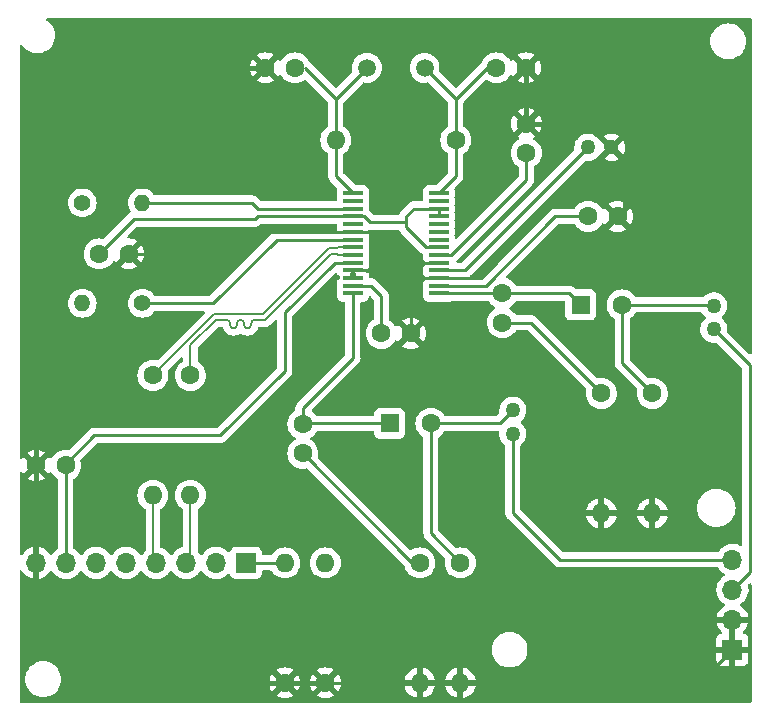
<source format=gtl>
G04 #@! TF.GenerationSoftware,KiCad,Pcbnew,(6.0.10)*
G04 #@! TF.CreationDate,2023-07-12T01:57:19+10:00*
G04 #@! TF.ProjectId,DAC,4441432e-6b69-4636-9164-5f7063625858,rev?*
G04 #@! TF.SameCoordinates,Original*
G04 #@! TF.FileFunction,Copper,L1,Top*
G04 #@! TF.FilePolarity,Positive*
%FSLAX46Y46*%
G04 Gerber Fmt 4.6, Leading zero omitted, Abs format (unit mm)*
G04 Created by KiCad (PCBNEW (6.0.10)) date 2023-07-12 01:57:19*
%MOMM*%
%LPD*%
G01*
G04 APERTURE LIST*
G04 #@! TA.AperFunction,ComponentPad*
%ADD10C,1.600000*%
G04 #@! TD*
G04 #@! TA.AperFunction,SMDPad,CuDef*
%ADD11R,1.651000X0.431800*%
G04 #@! TD*
G04 #@! TA.AperFunction,ComponentPad*
%ADD12O,1.600000X1.600000*%
G04 #@! TD*
G04 #@! TA.AperFunction,ComponentPad*
%ADD13R,1.600000X1.600000*%
G04 #@! TD*
G04 #@! TA.AperFunction,ComponentPad*
%ADD14C,1.270000*%
G04 #@! TD*
G04 #@! TA.AperFunction,ComponentPad*
%ADD15C,1.500000*%
G04 #@! TD*
G04 #@! TA.AperFunction,ComponentPad*
%ADD16C,1.400000*%
G04 #@! TD*
G04 #@! TA.AperFunction,ComponentPad*
%ADD17O,1.400000X1.400000*%
G04 #@! TD*
G04 #@! TA.AperFunction,ComponentPad*
%ADD18R,1.700000X1.700000*%
G04 #@! TD*
G04 #@! TA.AperFunction,ComponentPad*
%ADD19O,1.700000X1.700000*%
G04 #@! TD*
G04 #@! TA.AperFunction,Conductor*
%ADD20C,0.400000*%
G04 #@! TD*
G04 #@! TA.AperFunction,Conductor*
%ADD21C,0.250000*%
G04 #@! TD*
G04 #@! TA.AperFunction,Conductor*
%ADD22C,0.200000*%
G04 #@! TD*
G04 APERTURE END LIST*
D10*
X177419000Y-70465000D03*
X177419000Y-67965000D03*
D11*
X162737800Y-73880000D03*
X162737800Y-74530001D03*
X162737800Y-75180000D03*
X162737800Y-75830001D03*
X162737800Y-76479999D03*
X162737800Y-77130001D03*
X162737800Y-77779999D03*
X162737800Y-78429998D03*
X162737800Y-79079999D03*
X162737800Y-79729998D03*
X162737800Y-80379999D03*
X162737800Y-81029998D03*
X162737800Y-81679999D03*
X162737800Y-82329998D03*
X170002200Y-82330000D03*
X170002200Y-81679999D03*
X170002200Y-81030000D03*
X170002200Y-80379999D03*
X170002200Y-79730001D03*
X170002200Y-79079999D03*
X170002200Y-78430001D03*
X170002200Y-77779999D03*
X170002200Y-77130001D03*
X170002200Y-76479999D03*
X170002200Y-75830001D03*
X170002200Y-75180000D03*
X170002200Y-74530001D03*
X170002200Y-73880000D03*
D10*
X145796000Y-89281000D03*
D12*
X145796000Y-99441000D03*
D10*
X138410000Y-96901000D03*
X135910000Y-96901000D03*
X188087000Y-90805000D03*
D12*
X188087000Y-100965000D03*
D10*
X148971000Y-89281000D03*
D12*
X148971000Y-99441000D03*
D13*
X182019000Y-83312000D03*
D10*
X185519000Y-83312000D03*
X171831000Y-105156000D03*
D12*
X171831000Y-115316000D03*
D10*
X158496000Y-95885000D03*
X158496000Y-93385000D03*
D14*
X193294000Y-85391500D03*
X193294000Y-83391500D03*
X182626000Y-69977000D03*
X184626000Y-69977000D03*
D10*
X171450000Y-69342000D03*
D12*
X161290000Y-69342000D03*
D10*
X174879000Y-63246000D03*
X177379000Y-63246000D03*
X182646000Y-75819000D03*
X185146000Y-75819000D03*
D15*
X163920000Y-63246000D03*
X168800000Y-63246000D03*
D10*
X167640000Y-85725000D03*
X165140000Y-85725000D03*
X168402000Y-105156000D03*
D12*
X168402000Y-115316000D03*
D16*
X144907000Y-83185000D03*
D17*
X139827000Y-83185000D03*
D10*
X160401000Y-115316000D03*
D12*
X160401000Y-105156000D03*
D14*
X176276000Y-94234000D03*
X176276000Y-92234000D03*
D10*
X155321000Y-63246000D03*
X157821000Y-63246000D03*
D18*
X194868000Y-112512500D03*
D19*
X194868000Y-109972500D03*
X194868000Y-107432500D03*
X194868000Y-104892500D03*
D16*
X139827000Y-74676000D03*
D17*
X144907000Y-74676000D03*
D10*
X156972000Y-115316000D03*
D12*
X156972000Y-105156000D03*
D10*
X183769000Y-90805000D03*
D12*
X183769000Y-100965000D03*
D18*
X153690000Y-105156000D03*
D19*
X151150000Y-105156000D03*
X148610000Y-105156000D03*
X146070000Y-105156000D03*
X143530000Y-105156000D03*
X140990000Y-105156000D03*
X138450000Y-105156000D03*
X135910000Y-105156000D03*
D13*
X165843000Y-93345000D03*
D10*
X169343000Y-93345000D03*
X141244000Y-78994000D03*
X143744000Y-78994000D03*
X175387000Y-84816000D03*
X175387000Y-82316000D03*
D20*
X135910000Y-105155000D02*
X135910000Y-110724000D01*
D21*
X170002200Y-81030000D02*
X168787000Y-81030000D01*
X164580999Y-80379999D02*
X162737800Y-80379999D01*
D20*
X177379000Y-63246000D02*
X177379000Y-67925000D01*
D21*
X165100000Y-79883000D02*
X164592000Y-80391000D01*
X143744000Y-78994000D02*
X152908000Y-78994000D01*
X192064500Y-115316000D02*
X194868000Y-112512500D01*
X162737800Y-77130001D02*
X164379001Y-77130001D01*
X184626000Y-69977000D02*
X173573000Y-81030000D01*
X185674000Y-71025000D02*
X185674000Y-75291000D01*
X165100000Y-77851000D02*
X165100000Y-79883000D01*
D20*
X173823000Y-59690000D02*
X177379000Y-63246000D01*
D21*
X167640000Y-82177000D02*
X167640000Y-85725000D01*
X173573000Y-81030000D02*
X170002200Y-81030000D01*
D20*
X135910000Y-96901000D02*
X135910000Y-83840000D01*
D21*
X162737800Y-77130001D02*
X154771999Y-77130001D01*
D20*
X139700000Y-115316000D02*
X156972000Y-115316000D01*
D21*
X194868000Y-109972500D02*
X194868000Y-112512500D01*
X168402000Y-115316000D02*
X171831000Y-115316000D01*
D20*
X160401000Y-115316000D02*
X156972000Y-115316000D01*
X135910000Y-105155000D02*
X135910000Y-96901000D01*
D21*
X168402000Y-115316000D02*
X160401000Y-115316000D01*
X168787000Y-81030000D02*
X168402000Y-80645000D01*
D20*
X182614000Y-67965000D02*
X184626000Y-69977000D01*
D21*
X164592000Y-80391000D02*
X164580999Y-80379999D01*
X168402000Y-80645000D02*
X168402000Y-80137000D01*
D20*
X138343000Y-81407000D02*
X141331000Y-81407000D01*
X177379000Y-67925000D02*
X177419000Y-67965000D01*
D21*
X184626000Y-69977000D02*
X185674000Y-71025000D01*
X168402000Y-80137000D02*
X168808999Y-79730001D01*
D20*
X141331000Y-81407000D02*
X143744000Y-78994000D01*
X158877000Y-59690000D02*
X173823000Y-59690000D01*
D21*
X154771999Y-77130001D02*
X152908000Y-78994000D01*
D20*
X155321000Y-63246000D02*
X158877000Y-59690000D01*
X148035000Y-63246000D02*
X155321000Y-63246000D01*
D21*
X168787000Y-81030000D02*
X167640000Y-82177000D01*
X168808999Y-79730001D02*
X170002200Y-79730001D01*
D20*
X138343000Y-72938000D02*
X148035000Y-63246000D01*
X135910000Y-111526000D02*
X135910000Y-110724000D01*
D21*
X185674000Y-75291000D02*
X185146000Y-75819000D01*
D20*
X139700000Y-115316000D02*
X135910000Y-111526000D01*
X177419000Y-67965000D02*
X182614000Y-67965000D01*
X138343000Y-81407000D02*
X138343000Y-72938000D01*
D21*
X164379001Y-77130001D02*
X165100000Y-77851000D01*
X162737800Y-81029998D02*
X162737800Y-80379999D01*
D20*
X135910000Y-83840000D02*
X138343000Y-81407000D01*
D21*
X171831000Y-115316000D02*
X192064500Y-115316000D01*
X162737800Y-73880000D02*
X161290000Y-72432200D01*
X161290000Y-69342000D02*
X161290000Y-65876000D01*
X161290000Y-69342000D02*
X161290000Y-72432200D01*
X158660000Y-63246000D02*
X161290000Y-65876000D01*
X161290000Y-65876000D02*
X163920000Y-63246000D01*
X168800000Y-63246000D02*
X171450000Y-65896000D01*
X171467000Y-65896000D02*
X174117000Y-63246000D01*
X170002200Y-73880000D02*
X171450000Y-72432200D01*
X174117000Y-63246000D02*
X174879000Y-63246000D01*
X171450000Y-72432200D02*
X171450000Y-69342000D01*
X171450000Y-65896000D02*
X171450000Y-69342000D01*
X138410000Y-96794000D02*
X140843000Y-94361000D01*
X138410000Y-96901000D02*
X138410000Y-105115000D01*
X151511000Y-94361000D02*
X156972000Y-88900000D01*
X161189002Y-79729998D02*
X162737800Y-79729998D01*
X156972000Y-88900000D02*
X156972000Y-83947000D01*
X156972000Y-83947000D02*
X161189002Y-79729998D01*
X140843000Y-94361000D02*
X151511000Y-94361000D01*
X138410000Y-105115000D02*
X138450000Y-105155000D01*
X138410000Y-96901000D02*
X138410000Y-96794000D01*
X177419000Y-72738699D02*
X177419000Y-70465000D01*
X170002200Y-79079999D02*
X171077700Y-79079999D01*
X171077700Y-79079999D02*
X177419000Y-72738699D01*
X173971001Y-81679999D02*
X179768500Y-75882500D01*
X170002200Y-81679999D02*
X173971001Y-81679999D01*
X182646000Y-75819000D02*
X179832000Y-75819000D01*
X179832000Y-75819000D02*
X179768500Y-75882500D01*
X164229999Y-81679999D02*
X165140000Y-82590000D01*
X162737800Y-81679999D02*
X164229999Y-81679999D01*
X165140000Y-82590000D02*
X165140000Y-85725000D01*
X144165000Y-76073000D02*
X141244000Y-78994000D01*
X170002200Y-75180000D02*
X170002200Y-75830001D01*
X163714001Y-75830001D02*
X164211000Y-76327000D01*
X162737800Y-75830001D02*
X154674999Y-75830001D01*
X144907000Y-83185000D02*
X150876000Y-83185000D01*
X164211000Y-76327000D02*
X167259000Y-76327000D01*
X156281001Y-77779999D02*
X162737800Y-77779999D01*
X154674999Y-75830001D02*
X154432000Y-76073000D01*
X167259000Y-76327000D02*
X167259000Y-76762301D01*
X168926700Y-78430001D02*
X170002200Y-78430001D01*
X162737800Y-75830001D02*
X163714001Y-75830001D01*
X167259000Y-76762301D02*
X168926700Y-78430001D01*
X154432000Y-76073000D02*
X144165000Y-76073000D01*
X150876000Y-83185000D02*
X156281001Y-77779999D01*
X167898000Y-75180000D02*
X170002200Y-75180000D01*
X167259000Y-76327000D02*
X167259000Y-75819000D01*
X167259000Y-75819000D02*
X167898000Y-75180000D01*
X172223001Y-80379999D02*
X182626000Y-69977000D01*
X170002200Y-80379999D02*
X172223001Y-80379999D01*
X175387000Y-82316000D02*
X181023000Y-82316000D01*
X181023000Y-82316000D02*
X182019000Y-83312000D01*
X170002200Y-82330000D02*
X175373000Y-82330000D01*
X175373000Y-82330000D02*
X175387000Y-82316000D01*
X193214500Y-83312000D02*
X193294000Y-83391500D01*
X185519000Y-83312000D02*
X185519000Y-88237000D01*
X185519000Y-88237000D02*
X188087000Y-90805000D01*
X185519000Y-83312000D02*
X193214500Y-83312000D01*
X162737800Y-87833200D02*
X158496000Y-92075000D01*
X165843000Y-93345000D02*
X158536000Y-93345000D01*
X158496000Y-92075000D02*
X158496000Y-93385000D01*
X162737800Y-82329998D02*
X162737800Y-87833200D01*
X158536000Y-93345000D02*
X158496000Y-93385000D01*
X169343000Y-102668000D02*
X171831000Y-105156000D01*
X169343000Y-93345000D02*
X169343000Y-102668000D01*
X169343000Y-93345000D02*
X175165000Y-93345000D01*
X175165000Y-93345000D02*
X176276000Y-92234000D01*
X177780000Y-84816000D02*
X183769000Y-90805000D01*
X175387000Y-84816000D02*
X177780000Y-84816000D01*
X167767000Y-105156000D02*
X168402000Y-105156000D01*
X158496000Y-95885000D02*
X167767000Y-105156000D01*
X196342000Y-105958500D02*
X194868000Y-107432500D01*
X196342000Y-88439500D02*
X196342000Y-105958500D01*
X193294000Y-85391500D02*
X196342000Y-88439500D01*
X180467000Y-104902000D02*
X180476500Y-104892500D01*
X180476500Y-104892500D02*
X194868000Y-104892500D01*
X180232000Y-104902000D02*
X180467000Y-104902000D01*
X176276000Y-100946000D02*
X180232000Y-104902000D01*
X176276000Y-94234000D02*
X176276000Y-100946000D01*
X156972000Y-105156000D02*
X153691000Y-105156000D01*
X153691000Y-105156000D02*
X153690000Y-105155000D01*
D22*
X148971000Y-104795000D02*
X148610000Y-105156000D01*
X148971000Y-99441000D02*
X148971000Y-104795000D01*
X145796000Y-99441000D02*
X145796000Y-104882000D01*
X145796000Y-104882000D02*
X146070000Y-105156000D01*
D21*
X154178000Y-74676000D02*
X144907000Y-74676000D01*
X154682000Y-75180000D02*
X154178000Y-74676000D01*
X162737800Y-75180000D02*
X154682000Y-75180000D01*
D22*
X150974000Y-84103000D02*
X145796000Y-89281000D01*
X162737800Y-78429998D02*
X161499549Y-78429998D01*
X155100800Y-84103000D02*
X150974000Y-84103000D01*
X161499549Y-78429998D02*
X161399548Y-78529999D01*
X160673801Y-78529999D02*
X155100800Y-84103000D01*
X161399548Y-78529999D02*
X160673801Y-78529999D01*
X154419000Y-84582000D02*
X154469000Y-84582000D01*
X153519000Y-84882000D02*
X153519000Y-85008103D01*
X151131397Y-84582000D02*
X152019000Y-84582000D01*
X160860202Y-78979998D02*
X161399548Y-78979998D01*
X148971000Y-89281000D02*
X148971000Y-86742397D01*
X152319000Y-84882000D02*
X152319000Y-85008103D01*
X161399548Y-78979998D02*
X161499549Y-79079999D01*
X161499549Y-79079999D02*
X162737800Y-79079999D01*
X148971000Y-86742397D02*
X151131397Y-84582000D01*
X152919000Y-85008103D02*
X152919000Y-84882000D01*
X155258200Y-84582000D02*
X160860202Y-78979998D01*
X154469000Y-84582000D02*
X155258200Y-84582000D01*
X154119000Y-85008103D02*
X154119000Y-84882000D01*
X152619000Y-85308100D02*
G75*
G02*
X152319000Y-85008103I0J300000D01*
G01*
X152319000Y-84882000D02*
G75*
G03*
X152019000Y-84582000I-300000J0D01*
G01*
X153519000Y-84882000D02*
G75*
G03*
X153219000Y-84582000I-300000J0D01*
G01*
X154419000Y-84582000D02*
G75*
G03*
X154119000Y-84882000I0J-300000D01*
G01*
X153819000Y-85308100D02*
G75*
G02*
X153519000Y-85008103I0J300000D01*
G01*
X153219000Y-84582000D02*
G75*
G03*
X152919000Y-84882000I0J-300000D01*
G01*
X154119003Y-85008103D02*
G75*
G02*
X153819000Y-85308103I-300003J3D01*
G01*
X152919003Y-85008103D02*
G75*
G02*
X152619000Y-85308103I-300003J3D01*
G01*
G04 #@! TA.AperFunction,Conductor*
G36*
X196433621Y-59028502D02*
G01*
X196480114Y-59082158D01*
X196491500Y-59134500D01*
X196491500Y-87388906D01*
X196471498Y-87457027D01*
X196417842Y-87503520D01*
X196347568Y-87513624D01*
X196282988Y-87484130D01*
X196276405Y-87478001D01*
X195371602Y-86573197D01*
X194461326Y-85662921D01*
X194427300Y-85600609D01*
X194425725Y-85555746D01*
X194433340Y-85503229D01*
X194440825Y-85451603D01*
X194442399Y-85391500D01*
X194423169Y-85182221D01*
X194403795Y-85113524D01*
X194372786Y-85003576D01*
X194366123Y-84979951D01*
X194273171Y-84791463D01*
X194159276Y-84638938D01*
X194150880Y-84627695D01*
X194150879Y-84627694D01*
X194147427Y-84623071D01*
X194020354Y-84505606D01*
X193994429Y-84481641D01*
X193957984Y-84420712D01*
X193960265Y-84349752D01*
X193999389Y-84292242D01*
X194000438Y-84291370D01*
X194106041Y-84203541D01*
X194240426Y-84041960D01*
X194343115Y-83858596D01*
X194344971Y-83853129D01*
X194344973Y-83853124D01*
X194408813Y-83665057D01*
X194408814Y-83665052D01*
X194410669Y-83659588D01*
X194440825Y-83451603D01*
X194442399Y-83391500D01*
X194423169Y-83182221D01*
X194415715Y-83155789D01*
X194384432Y-83044869D01*
X194366123Y-82979951D01*
X194273171Y-82791463D01*
X194183680Y-82671619D01*
X194150880Y-82627695D01*
X194150879Y-82627694D01*
X194147427Y-82623071D01*
X194143191Y-82619155D01*
X193997341Y-82484333D01*
X193997338Y-82484331D01*
X193993101Y-82480414D01*
X193815362Y-82368269D01*
X193620163Y-82290392D01*
X193614506Y-82289267D01*
X193614500Y-82289265D01*
X193419707Y-82250519D01*
X193419705Y-82250519D01*
X193414040Y-82249392D01*
X193408265Y-82249316D01*
X193408261Y-82249316D01*
X193303001Y-82247938D01*
X193203898Y-82246641D01*
X193198201Y-82247620D01*
X193198200Y-82247620D01*
X193002469Y-82281253D01*
X192996772Y-82282232D01*
X192799601Y-82354972D01*
X192794640Y-82357924D01*
X192794639Y-82357924D01*
X192694159Y-82417704D01*
X192618988Y-82462426D01*
X192460981Y-82600994D01*
X192437715Y-82630506D01*
X192379836Y-82671619D01*
X192338766Y-82678500D01*
X186738394Y-82678500D01*
X186670273Y-82658498D01*
X186635181Y-82624771D01*
X186528357Y-82472211D01*
X186528355Y-82472208D01*
X186525198Y-82467700D01*
X186363300Y-82305802D01*
X186358792Y-82302645D01*
X186358789Y-82302643D01*
X186202241Y-82193027D01*
X186175749Y-82174477D01*
X186170767Y-82172154D01*
X186170762Y-82172151D01*
X185973225Y-82080039D01*
X185973224Y-82080039D01*
X185968243Y-82077716D01*
X185962935Y-82076294D01*
X185962933Y-82076293D01*
X185752402Y-82019881D01*
X185752400Y-82019881D01*
X185747087Y-82018457D01*
X185519000Y-81998502D01*
X185290913Y-82018457D01*
X185285600Y-82019881D01*
X185285598Y-82019881D01*
X185075067Y-82076293D01*
X185075065Y-82076294D01*
X185069757Y-82077716D01*
X185064776Y-82080039D01*
X185064775Y-82080039D01*
X184867238Y-82172151D01*
X184867233Y-82172154D01*
X184862251Y-82174477D01*
X184835759Y-82193027D01*
X184679211Y-82302643D01*
X184679208Y-82302645D01*
X184674700Y-82305802D01*
X184512802Y-82467700D01*
X184509645Y-82472208D01*
X184509643Y-82472211D01*
X184491560Y-82498036D01*
X184381477Y-82655251D01*
X184379154Y-82660233D01*
X184379151Y-82660238D01*
X184289543Y-82852405D01*
X184284716Y-82862757D01*
X184283294Y-82868065D01*
X184283293Y-82868067D01*
X184233365Y-83054400D01*
X184225457Y-83083913D01*
X184205502Y-83312000D01*
X184225457Y-83540087D01*
X184226881Y-83545400D01*
X184226881Y-83545402D01*
X184242822Y-83604892D01*
X184284716Y-83761243D01*
X184287039Y-83766224D01*
X184287039Y-83766225D01*
X184379151Y-83963762D01*
X184379154Y-83963767D01*
X184381477Y-83968749D01*
X184426883Y-84033595D01*
X184502337Y-84141354D01*
X184512802Y-84156300D01*
X184674700Y-84318198D01*
X184679208Y-84321355D01*
X184679211Y-84321357D01*
X184831771Y-84428181D01*
X184876099Y-84483638D01*
X184885500Y-84531394D01*
X184885500Y-88158233D01*
X184884973Y-88169416D01*
X184883298Y-88176909D01*
X184883547Y-88184835D01*
X184883547Y-88184836D01*
X184885438Y-88244986D01*
X184885500Y-88248945D01*
X184885500Y-88276856D01*
X184885997Y-88280790D01*
X184885997Y-88280791D01*
X184886005Y-88280856D01*
X184886938Y-88292693D01*
X184888327Y-88336889D01*
X184893978Y-88356339D01*
X184897987Y-88375700D01*
X184900526Y-88395797D01*
X184903445Y-88403168D01*
X184903445Y-88403170D01*
X184916804Y-88436912D01*
X184920649Y-88448142D01*
X184932982Y-88490593D01*
X184937015Y-88497412D01*
X184937017Y-88497417D01*
X184943293Y-88508028D01*
X184951988Y-88525776D01*
X184959448Y-88544617D01*
X184964110Y-88551033D01*
X184964110Y-88551034D01*
X184985436Y-88580387D01*
X184991952Y-88590307D01*
X185009361Y-88619743D01*
X185014458Y-88628362D01*
X185028779Y-88642683D01*
X185041619Y-88657716D01*
X185053528Y-88674107D01*
X185059634Y-88679158D01*
X185087605Y-88702298D01*
X185096384Y-88710288D01*
X186777848Y-90391752D01*
X186811874Y-90454064D01*
X186810459Y-90513459D01*
X186794882Y-90571591D01*
X186794881Y-90571598D01*
X186793457Y-90576913D01*
X186773502Y-90805000D01*
X186793457Y-91033087D01*
X186794881Y-91038400D01*
X186794881Y-91038402D01*
X186841893Y-91213850D01*
X186852716Y-91254243D01*
X186855039Y-91259224D01*
X186855039Y-91259225D01*
X186947151Y-91456762D01*
X186947154Y-91456767D01*
X186949477Y-91461749D01*
X186952634Y-91466257D01*
X187073691Y-91639144D01*
X187080802Y-91649300D01*
X187242700Y-91811198D01*
X187247208Y-91814355D01*
X187247211Y-91814357D01*
X187294710Y-91847616D01*
X187430251Y-91942523D01*
X187435233Y-91944846D01*
X187435238Y-91944849D01*
X187632578Y-92036869D01*
X187637757Y-92039284D01*
X187643065Y-92040706D01*
X187643067Y-92040707D01*
X187853598Y-92097119D01*
X187853600Y-92097119D01*
X187858913Y-92098543D01*
X188087000Y-92118498D01*
X188315087Y-92098543D01*
X188320400Y-92097119D01*
X188320402Y-92097119D01*
X188530933Y-92040707D01*
X188530935Y-92040706D01*
X188536243Y-92039284D01*
X188541422Y-92036869D01*
X188738762Y-91944849D01*
X188738767Y-91944846D01*
X188743749Y-91942523D01*
X188879290Y-91847616D01*
X188926789Y-91814357D01*
X188926792Y-91814355D01*
X188931300Y-91811198D01*
X189093198Y-91649300D01*
X189100310Y-91639144D01*
X189221366Y-91466257D01*
X189224523Y-91461749D01*
X189226846Y-91456767D01*
X189226849Y-91456762D01*
X189318961Y-91259225D01*
X189318961Y-91259224D01*
X189321284Y-91254243D01*
X189332108Y-91213850D01*
X189379119Y-91038402D01*
X189379119Y-91038400D01*
X189380543Y-91033087D01*
X189400498Y-90805000D01*
X189380543Y-90576913D01*
X189364411Y-90516707D01*
X189322707Y-90361067D01*
X189322706Y-90361065D01*
X189321284Y-90355757D01*
X189289315Y-90287198D01*
X189226849Y-90153238D01*
X189226846Y-90153233D01*
X189224523Y-90148251D01*
X189093198Y-89960700D01*
X188931300Y-89798802D01*
X188926792Y-89795645D01*
X188926789Y-89795643D01*
X188825804Y-89724933D01*
X188743749Y-89667477D01*
X188738767Y-89665154D01*
X188738762Y-89665151D01*
X188541225Y-89573039D01*
X188541224Y-89573039D01*
X188536243Y-89570716D01*
X188530935Y-89569294D01*
X188530933Y-89569293D01*
X188320402Y-89512881D01*
X188320400Y-89512881D01*
X188315087Y-89511457D01*
X188087000Y-89491502D01*
X187858913Y-89511457D01*
X187795458Y-89528460D01*
X187724482Y-89526770D01*
X187673753Y-89495848D01*
X186189405Y-88011500D01*
X186155379Y-87949188D01*
X186152500Y-87922405D01*
X186152500Y-84531394D01*
X186172502Y-84463273D01*
X186206229Y-84428181D01*
X186358789Y-84321357D01*
X186358792Y-84321355D01*
X186363300Y-84318198D01*
X186525198Y-84156300D01*
X186528357Y-84151789D01*
X186635181Y-83999229D01*
X186690638Y-83954901D01*
X186738394Y-83945500D01*
X192219939Y-83945500D01*
X192288060Y-83965502D01*
X192322836Y-83998780D01*
X192417415Y-84132606D01*
X192417420Y-84132612D01*
X192420751Y-84137325D01*
X192571289Y-84283974D01*
X192576084Y-84287178D01*
X192576094Y-84287186D01*
X192577322Y-84288006D01*
X192577771Y-84288544D01*
X192580580Y-84290818D01*
X192580133Y-84291370D01*
X192622849Y-84342484D01*
X192631695Y-84412927D01*
X192601052Y-84476970D01*
X192590401Y-84487496D01*
X192460981Y-84600994D01*
X192330872Y-84766037D01*
X192328181Y-84771153D01*
X192328179Y-84771155D01*
X192235710Y-84946910D01*
X192233018Y-84952027D01*
X192170696Y-85152734D01*
X192170017Y-85158469D01*
X192170017Y-85158470D01*
X192161858Y-85227405D01*
X192145995Y-85361438D01*
X192159740Y-85571149D01*
X192211471Y-85774843D01*
X192213890Y-85780090D01*
X192297038Y-85960453D01*
X192297041Y-85960458D01*
X192299457Y-85965699D01*
X192302788Y-85970412D01*
X192302789Y-85970414D01*
X192414881Y-86129019D01*
X192420751Y-86137325D01*
X192571289Y-86283974D01*
X192576085Y-86287179D01*
X192576088Y-86287181D01*
X192706729Y-86374472D01*
X192746031Y-86400733D01*
X192751339Y-86403014D01*
X192751340Y-86403014D01*
X192933822Y-86481414D01*
X192933825Y-86481415D01*
X192939125Y-86483692D01*
X192944754Y-86484966D01*
X192944755Y-86484966D01*
X193138467Y-86528799D01*
X193138473Y-86528800D01*
X193144104Y-86530074D01*
X193149875Y-86530301D01*
X193149877Y-86530301D01*
X193213433Y-86532798D01*
X193354103Y-86538325D01*
X193458247Y-86523225D01*
X193528532Y-86533245D01*
X193565421Y-86558826D01*
X195671595Y-88665000D01*
X195705621Y-88727312D01*
X195708500Y-88754095D01*
X195708500Y-103591171D01*
X195688498Y-103659292D01*
X195634842Y-103705785D01*
X195564568Y-103715889D01*
X195521607Y-103701480D01*
X195503143Y-103691288D01*
X195426789Y-103649138D01*
X195421920Y-103647414D01*
X195421916Y-103647412D01*
X195221087Y-103576295D01*
X195221083Y-103576294D01*
X195216212Y-103574569D01*
X195211119Y-103573662D01*
X195211116Y-103573661D01*
X195001373Y-103536300D01*
X195001367Y-103536299D01*
X194996284Y-103535394D01*
X194922452Y-103534492D01*
X194778081Y-103532728D01*
X194778079Y-103532728D01*
X194772911Y-103532665D01*
X194552091Y-103566455D01*
X194339756Y-103635857D01*
X194309443Y-103651637D01*
X194213696Y-103701480D01*
X194141607Y-103739007D01*
X194137474Y-103742110D01*
X194137471Y-103742112D01*
X193976546Y-103862938D01*
X193962965Y-103873135D01*
X193959393Y-103876873D01*
X193824035Y-104018517D01*
X193808629Y-104034638D01*
X193805715Y-104038910D01*
X193805714Y-104038911D01*
X193693095Y-104204004D01*
X193638184Y-104249007D01*
X193589007Y-104259000D01*
X180555267Y-104259000D01*
X180544079Y-104258472D01*
X180536591Y-104256798D01*
X180528673Y-104257047D01*
X180523334Y-104256542D01*
X180457399Y-104230216D01*
X180446101Y-104220197D01*
X177457427Y-101231522D01*
X182486273Y-101231522D01*
X182533764Y-101408761D01*
X182537510Y-101419053D01*
X182629586Y-101616511D01*
X182635069Y-101626007D01*
X182760028Y-101804467D01*
X182767084Y-101812875D01*
X182921125Y-101966916D01*
X182929533Y-101973972D01*
X183107993Y-102098931D01*
X183117489Y-102104414D01*
X183314947Y-102196490D01*
X183325239Y-102200236D01*
X183497503Y-102246394D01*
X183511599Y-102246058D01*
X183515000Y-102238116D01*
X183515000Y-102232967D01*
X184023000Y-102232967D01*
X184026973Y-102246498D01*
X184035522Y-102247727D01*
X184212761Y-102200236D01*
X184223053Y-102196490D01*
X184420511Y-102104414D01*
X184430007Y-102098931D01*
X184608467Y-101973972D01*
X184616875Y-101966916D01*
X184770916Y-101812875D01*
X184777972Y-101804467D01*
X184902931Y-101626007D01*
X184908414Y-101616511D01*
X185000490Y-101419053D01*
X185004236Y-101408761D01*
X185050394Y-101236497D01*
X185050275Y-101231522D01*
X186804273Y-101231522D01*
X186851764Y-101408761D01*
X186855510Y-101419053D01*
X186947586Y-101616511D01*
X186953069Y-101626007D01*
X187078028Y-101804467D01*
X187085084Y-101812875D01*
X187239125Y-101966916D01*
X187247533Y-101973972D01*
X187425993Y-102098931D01*
X187435489Y-102104414D01*
X187632947Y-102196490D01*
X187643239Y-102200236D01*
X187815503Y-102246394D01*
X187829599Y-102246058D01*
X187833000Y-102238116D01*
X187833000Y-102232967D01*
X188341000Y-102232967D01*
X188344973Y-102246498D01*
X188353522Y-102247727D01*
X188530761Y-102200236D01*
X188541053Y-102196490D01*
X188738511Y-102104414D01*
X188748007Y-102098931D01*
X188926467Y-101973972D01*
X188934875Y-101966916D01*
X189088916Y-101812875D01*
X189095972Y-101804467D01*
X189220931Y-101626007D01*
X189226414Y-101616511D01*
X189318490Y-101419053D01*
X189322236Y-101408761D01*
X189368394Y-101236497D01*
X189368058Y-101222401D01*
X189360116Y-101219000D01*
X188359115Y-101219000D01*
X188343876Y-101223475D01*
X188342671Y-101224865D01*
X188341000Y-101232548D01*
X188341000Y-102232967D01*
X187833000Y-102232967D01*
X187833000Y-101237115D01*
X187828525Y-101221876D01*
X187827135Y-101220671D01*
X187819452Y-101219000D01*
X186819033Y-101219000D01*
X186805502Y-101222973D01*
X186804273Y-101231522D01*
X185050275Y-101231522D01*
X185050058Y-101222401D01*
X185042116Y-101219000D01*
X184041115Y-101219000D01*
X184025876Y-101223475D01*
X184024671Y-101224865D01*
X184023000Y-101232548D01*
X184023000Y-102232967D01*
X183515000Y-102232967D01*
X183515000Y-101237115D01*
X183510525Y-101221876D01*
X183509135Y-101220671D01*
X183501452Y-101219000D01*
X182501033Y-101219000D01*
X182487502Y-101222973D01*
X182486273Y-101231522D01*
X177457427Y-101231522D01*
X176946405Y-100720500D01*
X176931663Y-100693503D01*
X182487606Y-100693503D01*
X182487942Y-100707599D01*
X182495884Y-100711000D01*
X183496885Y-100711000D01*
X183512124Y-100706525D01*
X183513329Y-100705135D01*
X183515000Y-100697452D01*
X183515000Y-100692885D01*
X184023000Y-100692885D01*
X184027475Y-100708124D01*
X184028865Y-100709329D01*
X184036548Y-100711000D01*
X185036967Y-100711000D01*
X185050498Y-100707027D01*
X185051727Y-100698478D01*
X185050394Y-100693503D01*
X186805606Y-100693503D01*
X186805942Y-100707599D01*
X186813884Y-100711000D01*
X187814885Y-100711000D01*
X187830124Y-100706525D01*
X187831329Y-100705135D01*
X187833000Y-100697452D01*
X187833000Y-100692885D01*
X188341000Y-100692885D01*
X188345475Y-100708124D01*
X188346865Y-100709329D01*
X188354548Y-100711000D01*
X189354967Y-100711000D01*
X189368498Y-100707027D01*
X189369727Y-100698478D01*
X189322236Y-100521239D01*
X189318490Y-100510947D01*
X189313385Y-100500000D01*
X191868436Y-100500000D01*
X191888523Y-100755233D01*
X191889677Y-100760040D01*
X191889678Y-100760046D01*
X191922866Y-100898282D01*
X191948290Y-101004181D01*
X191950183Y-101008752D01*
X191950184Y-101008754D01*
X192043811Y-101234787D01*
X192046266Y-101240715D01*
X192180037Y-101459009D01*
X192183249Y-101462769D01*
X192183252Y-101462774D01*
X192331839Y-101636747D01*
X192346310Y-101653690D01*
X192350072Y-101656903D01*
X192537226Y-101816748D01*
X192537231Y-101816751D01*
X192540991Y-101819963D01*
X192759285Y-101953734D01*
X192763855Y-101955627D01*
X192763859Y-101955629D01*
X192991246Y-102049816D01*
X192995819Y-102051710D01*
X193082149Y-102072436D01*
X193239954Y-102110322D01*
X193239960Y-102110323D01*
X193244767Y-102111477D01*
X193500000Y-102131564D01*
X193755233Y-102111477D01*
X193760040Y-102110323D01*
X193760046Y-102110322D01*
X193917852Y-102072436D01*
X194004181Y-102051710D01*
X194008754Y-102049816D01*
X194236141Y-101955629D01*
X194236145Y-101955627D01*
X194240715Y-101953734D01*
X194459009Y-101819963D01*
X194462769Y-101816751D01*
X194462774Y-101816748D01*
X194649928Y-101656903D01*
X194653690Y-101653690D01*
X194668161Y-101636747D01*
X194816748Y-101462774D01*
X194816751Y-101462769D01*
X194819963Y-101459009D01*
X194953734Y-101240715D01*
X194956190Y-101234787D01*
X195049816Y-101008754D01*
X195049817Y-101008752D01*
X195051710Y-101004181D01*
X195077134Y-100898282D01*
X195110322Y-100760046D01*
X195110323Y-100760040D01*
X195111477Y-100755233D01*
X195131564Y-100500000D01*
X195111477Y-100244767D01*
X195077264Y-100102257D01*
X195052865Y-100000631D01*
X195051710Y-99995819D01*
X195010062Y-99895272D01*
X194955629Y-99763859D01*
X194955627Y-99763855D01*
X194953734Y-99759285D01*
X194819963Y-99540991D01*
X194816751Y-99537231D01*
X194816748Y-99537226D01*
X194656903Y-99350072D01*
X194653690Y-99346310D01*
X194636747Y-99331839D01*
X194462774Y-99183252D01*
X194462769Y-99183249D01*
X194459009Y-99180037D01*
X194240715Y-99046266D01*
X194236145Y-99044373D01*
X194236141Y-99044371D01*
X194008754Y-98950184D01*
X194008752Y-98950183D01*
X194004181Y-98948290D01*
X193917851Y-98927564D01*
X193760046Y-98889678D01*
X193760040Y-98889677D01*
X193755233Y-98888523D01*
X193500000Y-98868436D01*
X193244767Y-98888523D01*
X193239960Y-98889677D01*
X193239954Y-98889678D01*
X193082149Y-98927564D01*
X192995819Y-98948290D01*
X192991248Y-98950183D01*
X192991246Y-98950184D01*
X192763859Y-99044371D01*
X192763855Y-99044373D01*
X192759285Y-99046266D01*
X192540991Y-99180037D01*
X192537231Y-99183249D01*
X192537226Y-99183252D01*
X192363253Y-99331839D01*
X192346310Y-99346310D01*
X192343097Y-99350072D01*
X192183252Y-99537226D01*
X192183249Y-99537231D01*
X192180037Y-99540991D01*
X192046266Y-99759285D01*
X192044373Y-99763855D01*
X192044371Y-99763859D01*
X191989938Y-99895272D01*
X191948290Y-99995819D01*
X191947135Y-100000631D01*
X191922737Y-100102257D01*
X191888523Y-100244767D01*
X191868938Y-100493617D01*
X191868436Y-100500000D01*
X189313385Y-100500000D01*
X189226414Y-100313489D01*
X189220931Y-100303993D01*
X189095972Y-100125533D01*
X189088916Y-100117125D01*
X188934875Y-99963084D01*
X188926467Y-99956028D01*
X188748007Y-99831069D01*
X188738511Y-99825586D01*
X188541053Y-99733510D01*
X188530761Y-99729764D01*
X188358497Y-99683606D01*
X188344401Y-99683942D01*
X188341000Y-99691884D01*
X188341000Y-100692885D01*
X187833000Y-100692885D01*
X187833000Y-99697033D01*
X187829027Y-99683502D01*
X187820478Y-99682273D01*
X187643239Y-99729764D01*
X187632947Y-99733510D01*
X187435489Y-99825586D01*
X187425993Y-99831069D01*
X187247533Y-99956028D01*
X187239125Y-99963084D01*
X187085084Y-100117125D01*
X187078028Y-100125533D01*
X186953069Y-100303993D01*
X186947586Y-100313489D01*
X186855510Y-100510947D01*
X186851764Y-100521239D01*
X186805606Y-100693503D01*
X185050394Y-100693503D01*
X185004236Y-100521239D01*
X185000490Y-100510947D01*
X184908414Y-100313489D01*
X184902931Y-100303993D01*
X184777972Y-100125533D01*
X184770916Y-100117125D01*
X184616875Y-99963084D01*
X184608467Y-99956028D01*
X184430007Y-99831069D01*
X184420511Y-99825586D01*
X184223053Y-99733510D01*
X184212761Y-99729764D01*
X184040497Y-99683606D01*
X184026401Y-99683942D01*
X184023000Y-99691884D01*
X184023000Y-100692885D01*
X183515000Y-100692885D01*
X183515000Y-99697033D01*
X183511027Y-99683502D01*
X183502478Y-99682273D01*
X183325239Y-99729764D01*
X183314947Y-99733510D01*
X183117489Y-99825586D01*
X183107993Y-99831069D01*
X182929533Y-99956028D01*
X182921125Y-99963084D01*
X182767084Y-100117125D01*
X182760028Y-100125533D01*
X182635069Y-100303993D01*
X182629586Y-100313489D01*
X182537510Y-100510947D01*
X182533764Y-100521239D01*
X182487606Y-100693503D01*
X176931663Y-100693503D01*
X176912379Y-100658188D01*
X176909500Y-100631405D01*
X176909500Y-95253621D01*
X176929502Y-95185500D01*
X176954931Y-95156747D01*
X177083603Y-95049732D01*
X177088041Y-95046041D01*
X177222426Y-94884460D01*
X177299140Y-94747477D01*
X177322291Y-94706139D01*
X177322292Y-94706137D01*
X177325115Y-94701096D01*
X177326971Y-94695629D01*
X177326973Y-94695624D01*
X177390813Y-94507557D01*
X177390814Y-94507552D01*
X177392669Y-94502088D01*
X177422825Y-94294103D01*
X177424399Y-94234000D01*
X177405169Y-94024721D01*
X177397775Y-93998502D01*
X177352854Y-93839225D01*
X177348123Y-93822451D01*
X177255171Y-93633963D01*
X177129427Y-93465571D01*
X177048188Y-93390475D01*
X176976429Y-93324141D01*
X176939984Y-93263212D01*
X176942265Y-93192252D01*
X176981389Y-93134742D01*
X177083603Y-93049732D01*
X177088041Y-93046041D01*
X177222426Y-92884460D01*
X177307115Y-92733238D01*
X177322291Y-92706139D01*
X177322292Y-92706137D01*
X177325115Y-92701096D01*
X177326971Y-92695629D01*
X177326973Y-92695624D01*
X177390813Y-92507557D01*
X177390814Y-92507552D01*
X177392669Y-92502088D01*
X177422825Y-92294103D01*
X177424399Y-92234000D01*
X177405169Y-92024721D01*
X177396779Y-91994970D01*
X177349692Y-91828015D01*
X177348123Y-91822451D01*
X177255171Y-91633963D01*
X177129427Y-91465571D01*
X177125191Y-91461655D01*
X176979341Y-91326833D01*
X176979338Y-91326831D01*
X176975101Y-91322914D01*
X176797362Y-91210769D01*
X176602163Y-91132892D01*
X176596506Y-91131767D01*
X176596500Y-91131765D01*
X176401707Y-91093019D01*
X176401705Y-91093019D01*
X176396040Y-91091892D01*
X176390265Y-91091816D01*
X176390261Y-91091816D01*
X176285001Y-91090438D01*
X176185898Y-91089141D01*
X176180201Y-91090120D01*
X176180200Y-91090120D01*
X175984469Y-91123753D01*
X175978772Y-91124732D01*
X175781601Y-91197472D01*
X175600988Y-91304926D01*
X175442981Y-91443494D01*
X175428664Y-91461655D01*
X175333004Y-91583000D01*
X175312872Y-91608537D01*
X175310181Y-91613653D01*
X175310179Y-91613655D01*
X175251010Y-91726117D01*
X175215018Y-91794527D01*
X175152696Y-91995234D01*
X175152017Y-92000969D01*
X175152017Y-92000970D01*
X175146684Y-92046029D01*
X175127995Y-92203938D01*
X175128373Y-92209704D01*
X175141617Y-92411777D01*
X175126113Y-92481061D01*
X175104982Y-92509113D01*
X174939500Y-92674595D01*
X174877188Y-92708621D01*
X174850405Y-92711500D01*
X170562394Y-92711500D01*
X170494273Y-92691498D01*
X170459181Y-92657771D01*
X170352357Y-92505211D01*
X170352355Y-92505208D01*
X170349198Y-92500700D01*
X170187300Y-92338802D01*
X170182792Y-92335645D01*
X170182789Y-92335643D01*
X170087354Y-92268819D01*
X169999749Y-92207477D01*
X169994767Y-92205154D01*
X169994762Y-92205151D01*
X169797225Y-92113039D01*
X169797224Y-92113039D01*
X169792243Y-92110716D01*
X169786935Y-92109294D01*
X169786933Y-92109293D01*
X169576402Y-92052881D01*
X169576400Y-92052881D01*
X169571087Y-92051457D01*
X169343000Y-92031502D01*
X169114913Y-92051457D01*
X169109600Y-92052881D01*
X169109598Y-92052881D01*
X168899067Y-92109293D01*
X168899065Y-92109294D01*
X168893757Y-92110716D01*
X168888776Y-92113039D01*
X168888775Y-92113039D01*
X168691238Y-92205151D01*
X168691233Y-92205154D01*
X168686251Y-92207477D01*
X168598646Y-92268819D01*
X168503211Y-92335643D01*
X168503208Y-92335645D01*
X168498700Y-92338802D01*
X168336802Y-92500700D01*
X168333645Y-92505208D01*
X168333643Y-92505211D01*
X168305635Y-92545211D01*
X168205477Y-92688251D01*
X168203154Y-92693233D01*
X168203151Y-92693238D01*
X168184499Y-92733238D01*
X168108716Y-92895757D01*
X168049457Y-93116913D01*
X168029502Y-93345000D01*
X168049457Y-93573087D01*
X168050881Y-93578400D01*
X168050881Y-93578402D01*
X168091523Y-93730077D01*
X168108716Y-93794243D01*
X168111039Y-93799224D01*
X168111039Y-93799225D01*
X168203151Y-93996762D01*
X168203154Y-93996767D01*
X168205477Y-94001749D01*
X168336802Y-94189300D01*
X168498700Y-94351198D01*
X168503208Y-94354355D01*
X168503211Y-94354357D01*
X168655771Y-94461181D01*
X168700099Y-94516638D01*
X168709500Y-94564394D01*
X168709500Y-102589233D01*
X168708973Y-102600416D01*
X168707298Y-102607909D01*
X168707547Y-102615835D01*
X168707547Y-102615836D01*
X168709438Y-102675986D01*
X168709500Y-102679945D01*
X168709500Y-102707856D01*
X168709997Y-102711790D01*
X168709997Y-102711791D01*
X168710005Y-102711856D01*
X168710938Y-102723693D01*
X168712327Y-102767889D01*
X168717978Y-102787339D01*
X168721987Y-102806700D01*
X168724526Y-102826797D01*
X168727445Y-102834168D01*
X168727445Y-102834170D01*
X168740804Y-102867912D01*
X168744649Y-102879142D01*
X168756982Y-102921593D01*
X168761015Y-102928412D01*
X168761017Y-102928417D01*
X168767293Y-102939028D01*
X168775988Y-102956776D01*
X168783448Y-102975617D01*
X168788110Y-102982033D01*
X168788110Y-102982034D01*
X168809436Y-103011387D01*
X168815952Y-103021307D01*
X168838458Y-103059362D01*
X168852779Y-103073683D01*
X168865619Y-103088716D01*
X168877528Y-103105107D01*
X168883634Y-103110158D01*
X168911605Y-103133298D01*
X168920384Y-103141288D01*
X170521848Y-104742752D01*
X170555874Y-104805064D01*
X170554459Y-104864459D01*
X170538882Y-104922591D01*
X170538881Y-104922598D01*
X170537457Y-104927913D01*
X170517502Y-105156000D01*
X170537457Y-105384087D01*
X170538881Y-105389400D01*
X170538881Y-105389402D01*
X170578552Y-105537453D01*
X170596716Y-105605243D01*
X170599039Y-105610224D01*
X170599039Y-105610225D01*
X170691151Y-105807762D01*
X170691154Y-105807767D01*
X170693477Y-105812749D01*
X170725216Y-105858077D01*
X170800078Y-105964990D01*
X170824802Y-106000300D01*
X170986700Y-106162198D01*
X170991208Y-106165355D01*
X170991211Y-106165357D01*
X171040931Y-106200171D01*
X171174251Y-106293523D01*
X171179233Y-106295846D01*
X171179238Y-106295849D01*
X171376775Y-106387961D01*
X171381757Y-106390284D01*
X171387065Y-106391706D01*
X171387067Y-106391707D01*
X171597598Y-106448119D01*
X171597600Y-106448119D01*
X171602913Y-106449543D01*
X171831000Y-106469498D01*
X172059087Y-106449543D01*
X172064400Y-106448119D01*
X172064402Y-106448119D01*
X172274933Y-106391707D01*
X172274935Y-106391706D01*
X172280243Y-106390284D01*
X172285225Y-106387961D01*
X172482762Y-106295849D01*
X172482767Y-106295846D01*
X172487749Y-106293523D01*
X172621069Y-106200171D01*
X172670789Y-106165357D01*
X172670792Y-106165355D01*
X172675300Y-106162198D01*
X172837198Y-106000300D01*
X172861923Y-105964990D01*
X172936784Y-105858077D01*
X172968523Y-105812749D01*
X172970846Y-105807767D01*
X172970849Y-105807762D01*
X173062961Y-105610225D01*
X173062961Y-105610224D01*
X173065284Y-105605243D01*
X173083449Y-105537453D01*
X173123119Y-105389402D01*
X173123119Y-105389400D01*
X173124543Y-105384087D01*
X173144498Y-105156000D01*
X173124543Y-104927913D01*
X173123117Y-104922591D01*
X173066707Y-104712067D01*
X173066706Y-104712065D01*
X173065284Y-104706757D01*
X173055281Y-104685305D01*
X172970849Y-104504238D01*
X172970846Y-104504233D01*
X172968523Y-104499251D01*
X172849046Y-104328620D01*
X172840357Y-104316211D01*
X172840355Y-104316208D01*
X172837198Y-104311700D01*
X172675300Y-104149802D01*
X172670792Y-104146645D01*
X172670789Y-104146643D01*
X172558051Y-104067703D01*
X172487749Y-104018477D01*
X172482767Y-104016154D01*
X172482762Y-104016151D01*
X172285225Y-103924039D01*
X172285224Y-103924039D01*
X172280243Y-103921716D01*
X172274935Y-103920294D01*
X172274933Y-103920293D01*
X172064402Y-103863881D01*
X172064400Y-103863881D01*
X172059087Y-103862457D01*
X171831000Y-103842502D01*
X171602913Y-103862457D01*
X171539458Y-103879460D01*
X171468482Y-103877770D01*
X171417753Y-103846848D01*
X170013405Y-102442500D01*
X169979379Y-102380188D01*
X169976500Y-102353405D01*
X169976500Y-94564394D01*
X169996502Y-94496273D01*
X170030229Y-94461181D01*
X170182789Y-94354357D01*
X170182792Y-94354355D01*
X170187300Y-94351198D01*
X170349198Y-94189300D01*
X170352357Y-94184789D01*
X170459181Y-94032229D01*
X170514638Y-93987901D01*
X170562394Y-93978500D01*
X175012884Y-93978500D01*
X175081005Y-93998502D01*
X175127498Y-94052158D01*
X175138011Y-94119309D01*
X175127995Y-94203938D01*
X175141740Y-94413649D01*
X175193471Y-94617343D01*
X175195890Y-94622590D01*
X175279038Y-94802953D01*
X175279041Y-94802958D01*
X175281457Y-94808199D01*
X175284788Y-94812912D01*
X175284789Y-94812914D01*
X175390999Y-94963196D01*
X175402751Y-94979825D01*
X175553289Y-95126474D01*
X175558093Y-95129684D01*
X175586501Y-95148666D01*
X175632029Y-95203142D01*
X175642500Y-95253431D01*
X175642500Y-100867233D01*
X175641973Y-100878416D01*
X175640298Y-100885909D01*
X175640547Y-100893835D01*
X175640547Y-100893836D01*
X175642438Y-100953986D01*
X175642500Y-100957945D01*
X175642500Y-100985856D01*
X175642997Y-100989790D01*
X175642997Y-100989791D01*
X175643005Y-100989856D01*
X175643938Y-101001693D01*
X175645327Y-101045889D01*
X175650978Y-101065339D01*
X175654987Y-101084700D01*
X175657526Y-101104797D01*
X175660445Y-101112168D01*
X175660445Y-101112170D01*
X175673804Y-101145912D01*
X175677649Y-101157142D01*
X175689982Y-101199593D01*
X175694015Y-101206412D01*
X175694017Y-101206417D01*
X175700293Y-101217028D01*
X175708988Y-101234776D01*
X175716448Y-101253617D01*
X175721110Y-101260033D01*
X175721110Y-101260034D01*
X175742436Y-101289387D01*
X175748952Y-101299307D01*
X175771458Y-101337362D01*
X175785779Y-101351683D01*
X175798619Y-101366716D01*
X175810528Y-101383107D01*
X175816634Y-101388158D01*
X175844605Y-101411298D01*
X175853384Y-101419288D01*
X179728348Y-105294253D01*
X179735888Y-105302539D01*
X179740000Y-105309018D01*
X179745777Y-105314443D01*
X179789651Y-105355643D01*
X179792493Y-105358398D01*
X179812230Y-105378135D01*
X179815427Y-105380615D01*
X179824447Y-105388318D01*
X179856679Y-105418586D01*
X179863625Y-105422405D01*
X179863628Y-105422407D01*
X179874434Y-105428348D01*
X179890953Y-105439199D01*
X179906959Y-105451614D01*
X179914228Y-105454759D01*
X179914232Y-105454762D01*
X179947537Y-105469174D01*
X179958187Y-105474391D01*
X179996940Y-105495695D01*
X180004615Y-105497666D01*
X180004616Y-105497666D01*
X180016562Y-105500733D01*
X180035267Y-105507137D01*
X180053855Y-105515181D01*
X180061678Y-105516420D01*
X180061688Y-105516423D01*
X180097524Y-105522099D01*
X180109144Y-105524505D01*
X180140959Y-105532673D01*
X180151970Y-105535500D01*
X180172224Y-105535500D01*
X180191934Y-105537051D01*
X180211943Y-105540220D01*
X180219835Y-105539474D01*
X180238580Y-105537702D01*
X180255962Y-105536059D01*
X180267819Y-105535500D01*
X180388233Y-105535500D01*
X180399416Y-105536027D01*
X180406909Y-105537702D01*
X180414835Y-105537453D01*
X180414836Y-105537453D01*
X180474986Y-105535562D01*
X180478945Y-105535500D01*
X180506856Y-105535500D01*
X180510791Y-105535003D01*
X180510856Y-105534995D01*
X180522693Y-105534062D01*
X180554951Y-105533048D01*
X180558970Y-105532922D01*
X180566889Y-105532673D01*
X180574499Y-105530462D01*
X180582328Y-105529222D01*
X180582390Y-105529615D01*
X180607789Y-105526000D01*
X193592274Y-105526000D01*
X193660395Y-105546002D01*
X193699707Y-105586165D01*
X193767987Y-105697588D01*
X193914250Y-105866438D01*
X194086126Y-106009132D01*
X194130334Y-106034965D01*
X194159445Y-106051976D01*
X194208169Y-106103614D01*
X194221240Y-106173397D01*
X194194509Y-106239169D01*
X194154055Y-106272527D01*
X194141607Y-106279007D01*
X194137474Y-106282110D01*
X194137471Y-106282112D01*
X193991504Y-106391707D01*
X193962965Y-106413135D01*
X193921415Y-106456615D01*
X193863617Y-106517097D01*
X193808629Y-106574638D01*
X193682743Y-106759180D01*
X193588688Y-106961805D01*
X193528989Y-107177070D01*
X193505251Y-107399195D01*
X193505548Y-107404348D01*
X193505548Y-107404351D01*
X193511011Y-107499090D01*
X193518110Y-107622215D01*
X193519247Y-107627261D01*
X193519248Y-107627267D01*
X193539119Y-107715439D01*
X193567222Y-107840139D01*
X193651266Y-108047116D01*
X193767987Y-108237588D01*
X193914250Y-108406438D01*
X194086126Y-108549132D01*
X194159955Y-108592274D01*
X194208679Y-108643912D01*
X194221750Y-108713695D01*
X194195019Y-108779467D01*
X194154562Y-108812827D01*
X194146457Y-108817046D01*
X194137738Y-108822536D01*
X193967433Y-108950405D01*
X193959726Y-108957248D01*
X193812590Y-109111217D01*
X193806104Y-109119227D01*
X193686098Y-109295149D01*
X193681000Y-109304123D01*
X193591338Y-109497283D01*
X193587775Y-109506970D01*
X193532389Y-109706683D01*
X193533912Y-109715107D01*
X193546292Y-109718500D01*
X196186344Y-109718500D01*
X196199875Y-109714527D01*
X196201180Y-109705447D01*
X196159214Y-109538375D01*
X196155894Y-109528624D01*
X196070972Y-109333314D01*
X196066105Y-109324239D01*
X195950426Y-109145426D01*
X195944136Y-109137257D01*
X195800806Y-108979740D01*
X195793273Y-108972715D01*
X195626139Y-108840722D01*
X195617556Y-108835020D01*
X195580602Y-108814620D01*
X195530631Y-108764187D01*
X195515859Y-108694745D01*
X195540975Y-108628339D01*
X195568327Y-108601732D01*
X195591797Y-108584991D01*
X195747860Y-108473673D01*
X195906096Y-108315989D01*
X195965594Y-108233189D01*
X196033435Y-108138777D01*
X196036453Y-108134577D01*
X196135430Y-107934311D01*
X196200370Y-107720569D01*
X196229529Y-107499090D01*
X196231156Y-107432500D01*
X196212852Y-107209861D01*
X196184821Y-107098265D01*
X196187625Y-107027325D01*
X196217930Y-106978475D01*
X196276405Y-106920000D01*
X196338717Y-106885974D01*
X196409532Y-106891039D01*
X196466368Y-106933586D01*
X196491179Y-107000106D01*
X196491500Y-107009095D01*
X196491500Y-116865500D01*
X196471498Y-116933621D01*
X196417842Y-116980114D01*
X196365500Y-116991500D01*
X134634500Y-116991500D01*
X134566379Y-116971498D01*
X134519886Y-116917842D01*
X134508500Y-116865500D01*
X134508500Y-115000000D01*
X134986835Y-115000000D01*
X134987223Y-115004930D01*
X134987223Y-115004933D01*
X134990648Y-115048452D01*
X135005465Y-115236711D01*
X135006619Y-115241518D01*
X135006620Y-115241524D01*
X135027576Y-115328812D01*
X135060895Y-115467594D01*
X135062788Y-115472165D01*
X135062789Y-115472167D01*
X135149045Y-115680408D01*
X135151760Y-115686963D01*
X135154346Y-115691183D01*
X135273241Y-115885202D01*
X135273245Y-115885208D01*
X135275824Y-115889416D01*
X135430031Y-116069969D01*
X135610584Y-116224176D01*
X135614792Y-116226755D01*
X135614798Y-116226759D01*
X135763553Y-116317916D01*
X135813037Y-116348240D01*
X135817607Y-116350133D01*
X135817611Y-116350135D01*
X136027833Y-116437211D01*
X136032406Y-116439105D01*
X136077500Y-116449931D01*
X136258476Y-116493380D01*
X136258482Y-116493381D01*
X136263289Y-116494535D01*
X136500000Y-116513165D01*
X136736711Y-116494535D01*
X136741518Y-116493381D01*
X136741524Y-116493380D01*
X136922500Y-116449931D01*
X136967594Y-116439105D01*
X136972167Y-116437211D01*
X137057025Y-116402062D01*
X156250493Y-116402062D01*
X156259789Y-116414077D01*
X156310994Y-116449931D01*
X156320489Y-116455414D01*
X156517947Y-116547490D01*
X156528239Y-116551236D01*
X156738688Y-116607625D01*
X156749481Y-116609528D01*
X156966525Y-116628517D01*
X156977475Y-116628517D01*
X157194519Y-116609528D01*
X157205312Y-116607625D01*
X157415761Y-116551236D01*
X157426053Y-116547490D01*
X157623511Y-116455414D01*
X157633006Y-116449931D01*
X157685048Y-116413491D01*
X157693424Y-116403012D01*
X157692925Y-116402062D01*
X159679493Y-116402062D01*
X159688789Y-116414077D01*
X159739994Y-116449931D01*
X159749489Y-116455414D01*
X159946947Y-116547490D01*
X159957239Y-116551236D01*
X160167688Y-116607625D01*
X160178481Y-116609528D01*
X160395525Y-116628517D01*
X160406475Y-116628517D01*
X160623519Y-116609528D01*
X160634312Y-116607625D01*
X160844761Y-116551236D01*
X160855053Y-116547490D01*
X161052511Y-116455414D01*
X161062006Y-116449931D01*
X161114048Y-116413491D01*
X161122424Y-116403012D01*
X161115356Y-116389566D01*
X160413812Y-115688022D01*
X160399868Y-115680408D01*
X160398035Y-115680539D01*
X160391420Y-115684790D01*
X159685923Y-116390287D01*
X159679493Y-116402062D01*
X157692925Y-116402062D01*
X157686356Y-116389566D01*
X156984812Y-115688022D01*
X156970868Y-115680408D01*
X156969035Y-115680539D01*
X156962420Y-115684790D01*
X156256923Y-116390287D01*
X156250493Y-116402062D01*
X137057025Y-116402062D01*
X137182389Y-116350135D01*
X137182393Y-116350133D01*
X137186963Y-116348240D01*
X137236447Y-116317916D01*
X137385202Y-116226759D01*
X137385208Y-116226755D01*
X137389416Y-116224176D01*
X137569969Y-116069969D01*
X137724176Y-115889416D01*
X137726755Y-115885208D01*
X137726759Y-115885202D01*
X137845654Y-115691183D01*
X137848240Y-115686963D01*
X137850956Y-115680408D01*
X137937211Y-115472167D01*
X137937212Y-115472165D01*
X137939105Y-115467594D01*
X137972424Y-115328812D01*
X137974185Y-115321475D01*
X155659483Y-115321475D01*
X155678472Y-115538519D01*
X155680375Y-115549312D01*
X155736764Y-115759761D01*
X155740510Y-115770053D01*
X155832586Y-115967511D01*
X155838069Y-115977006D01*
X155874509Y-116029048D01*
X155884988Y-116037424D01*
X155898434Y-116030356D01*
X156599978Y-115328812D01*
X156606356Y-115317132D01*
X157336408Y-115317132D01*
X157336539Y-115318965D01*
X157340790Y-115325580D01*
X158046287Y-116031077D01*
X158058062Y-116037507D01*
X158070077Y-116028211D01*
X158105931Y-115977006D01*
X158111414Y-115967511D01*
X158203490Y-115770053D01*
X158207236Y-115759761D01*
X158263625Y-115549312D01*
X158265528Y-115538519D01*
X158284517Y-115321475D01*
X159088483Y-115321475D01*
X159107472Y-115538519D01*
X159109375Y-115549312D01*
X159165764Y-115759761D01*
X159169510Y-115770053D01*
X159261586Y-115967511D01*
X159267069Y-115977006D01*
X159303509Y-116029048D01*
X159313988Y-116037424D01*
X159327434Y-116030356D01*
X160028978Y-115328812D01*
X160035356Y-115317132D01*
X160765408Y-115317132D01*
X160765539Y-115318965D01*
X160769790Y-115325580D01*
X161475287Y-116031077D01*
X161487062Y-116037507D01*
X161499077Y-116028211D01*
X161534931Y-115977006D01*
X161540414Y-115967511D01*
X161632490Y-115770053D01*
X161636236Y-115759761D01*
X161683727Y-115582522D01*
X167119273Y-115582522D01*
X167166764Y-115759761D01*
X167170510Y-115770053D01*
X167262586Y-115967511D01*
X167268069Y-115977007D01*
X167393028Y-116155467D01*
X167400084Y-116163875D01*
X167554125Y-116317916D01*
X167562533Y-116324972D01*
X167740993Y-116449931D01*
X167750489Y-116455414D01*
X167947947Y-116547490D01*
X167958239Y-116551236D01*
X168130503Y-116597394D01*
X168144599Y-116597058D01*
X168148000Y-116589116D01*
X168148000Y-116583967D01*
X168656000Y-116583967D01*
X168659973Y-116597498D01*
X168668522Y-116598727D01*
X168845761Y-116551236D01*
X168856053Y-116547490D01*
X169053511Y-116455414D01*
X169063007Y-116449931D01*
X169241467Y-116324972D01*
X169249875Y-116317916D01*
X169403916Y-116163875D01*
X169410972Y-116155467D01*
X169535931Y-115977007D01*
X169541414Y-115967511D01*
X169633490Y-115770053D01*
X169637236Y-115759761D01*
X169683394Y-115587497D01*
X169683275Y-115582522D01*
X170548273Y-115582522D01*
X170595764Y-115759761D01*
X170599510Y-115770053D01*
X170691586Y-115967511D01*
X170697069Y-115977007D01*
X170822028Y-116155467D01*
X170829084Y-116163875D01*
X170983125Y-116317916D01*
X170991533Y-116324972D01*
X171169993Y-116449931D01*
X171179489Y-116455414D01*
X171376947Y-116547490D01*
X171387239Y-116551236D01*
X171559503Y-116597394D01*
X171573599Y-116597058D01*
X171577000Y-116589116D01*
X171577000Y-116583967D01*
X172085000Y-116583967D01*
X172088973Y-116597498D01*
X172097522Y-116598727D01*
X172274761Y-116551236D01*
X172285053Y-116547490D01*
X172482511Y-116455414D01*
X172492007Y-116449931D01*
X172670467Y-116324972D01*
X172678875Y-116317916D01*
X172832916Y-116163875D01*
X172839972Y-116155467D01*
X172964931Y-115977007D01*
X172970414Y-115967511D01*
X173062490Y-115770053D01*
X173066236Y-115759761D01*
X173112394Y-115587497D01*
X173112058Y-115573401D01*
X173104116Y-115570000D01*
X172103115Y-115570000D01*
X172087876Y-115574475D01*
X172086671Y-115575865D01*
X172085000Y-115583548D01*
X172085000Y-116583967D01*
X171577000Y-116583967D01*
X171577000Y-115588115D01*
X171572525Y-115572876D01*
X171571135Y-115571671D01*
X171563452Y-115570000D01*
X170563033Y-115570000D01*
X170549502Y-115573973D01*
X170548273Y-115582522D01*
X169683275Y-115582522D01*
X169683058Y-115573401D01*
X169675116Y-115570000D01*
X168674115Y-115570000D01*
X168658876Y-115574475D01*
X168657671Y-115575865D01*
X168656000Y-115583548D01*
X168656000Y-116583967D01*
X168148000Y-116583967D01*
X168148000Y-115588115D01*
X168143525Y-115572876D01*
X168142135Y-115571671D01*
X168134452Y-115570000D01*
X167134033Y-115570000D01*
X167120502Y-115573973D01*
X167119273Y-115582522D01*
X161683727Y-115582522D01*
X161692625Y-115549312D01*
X161694528Y-115538519D01*
X161713517Y-115321475D01*
X161713517Y-115310525D01*
X161694528Y-115093481D01*
X161692625Y-115082688D01*
X161682393Y-115044503D01*
X167120606Y-115044503D01*
X167120942Y-115058599D01*
X167128884Y-115062000D01*
X168129885Y-115062000D01*
X168145124Y-115057525D01*
X168146329Y-115056135D01*
X168148000Y-115048452D01*
X168148000Y-115043885D01*
X168656000Y-115043885D01*
X168660475Y-115059124D01*
X168661865Y-115060329D01*
X168669548Y-115062000D01*
X169669967Y-115062000D01*
X169683498Y-115058027D01*
X169684727Y-115049478D01*
X169683394Y-115044503D01*
X170549606Y-115044503D01*
X170549942Y-115058599D01*
X170557884Y-115062000D01*
X171558885Y-115062000D01*
X171574124Y-115057525D01*
X171575329Y-115056135D01*
X171577000Y-115048452D01*
X171577000Y-115043885D01*
X172085000Y-115043885D01*
X172089475Y-115059124D01*
X172090865Y-115060329D01*
X172098548Y-115062000D01*
X173098967Y-115062000D01*
X173112498Y-115058027D01*
X173113727Y-115049478D01*
X173066236Y-114872239D01*
X173062490Y-114861947D01*
X172970414Y-114664489D01*
X172964931Y-114654993D01*
X172839972Y-114476533D01*
X172832916Y-114468125D01*
X172678875Y-114314084D01*
X172670467Y-114307028D01*
X172492007Y-114182069D01*
X172482511Y-114176586D01*
X172285053Y-114084510D01*
X172274761Y-114080764D01*
X172102497Y-114034606D01*
X172088401Y-114034942D01*
X172085000Y-114042884D01*
X172085000Y-115043885D01*
X171577000Y-115043885D01*
X171577000Y-114048033D01*
X171573027Y-114034502D01*
X171564478Y-114033273D01*
X171387239Y-114080764D01*
X171376947Y-114084510D01*
X171179489Y-114176586D01*
X171169993Y-114182069D01*
X170991533Y-114307028D01*
X170983125Y-114314084D01*
X170829084Y-114468125D01*
X170822028Y-114476533D01*
X170697069Y-114654993D01*
X170691586Y-114664489D01*
X170599510Y-114861947D01*
X170595764Y-114872239D01*
X170549606Y-115044503D01*
X169683394Y-115044503D01*
X169637236Y-114872239D01*
X169633490Y-114861947D01*
X169541414Y-114664489D01*
X169535931Y-114654993D01*
X169410972Y-114476533D01*
X169403916Y-114468125D01*
X169249875Y-114314084D01*
X169241467Y-114307028D01*
X169063007Y-114182069D01*
X169053511Y-114176586D01*
X168856053Y-114084510D01*
X168845761Y-114080764D01*
X168673497Y-114034606D01*
X168659401Y-114034942D01*
X168656000Y-114042884D01*
X168656000Y-115043885D01*
X168148000Y-115043885D01*
X168148000Y-114048033D01*
X168144027Y-114034502D01*
X168135478Y-114033273D01*
X167958239Y-114080764D01*
X167947947Y-114084510D01*
X167750489Y-114176586D01*
X167740993Y-114182069D01*
X167562533Y-114307028D01*
X167554125Y-114314084D01*
X167400084Y-114468125D01*
X167393028Y-114476533D01*
X167268069Y-114654993D01*
X167262586Y-114664489D01*
X167170510Y-114861947D01*
X167166764Y-114872239D01*
X167120606Y-115044503D01*
X161682393Y-115044503D01*
X161636236Y-114872239D01*
X161632490Y-114861947D01*
X161540414Y-114664489D01*
X161534931Y-114654994D01*
X161498491Y-114602952D01*
X161488012Y-114594576D01*
X161474566Y-114601644D01*
X160773022Y-115303188D01*
X160765408Y-115317132D01*
X160035356Y-115317132D01*
X160036592Y-115314868D01*
X160036461Y-115313035D01*
X160032210Y-115306420D01*
X159326713Y-114600923D01*
X159314938Y-114594493D01*
X159302923Y-114603789D01*
X159267069Y-114654994D01*
X159261586Y-114664489D01*
X159169510Y-114861947D01*
X159165764Y-114872239D01*
X159109375Y-115082688D01*
X159107472Y-115093481D01*
X159088483Y-115310525D01*
X159088483Y-115321475D01*
X158284517Y-115321475D01*
X158284517Y-115310525D01*
X158265528Y-115093481D01*
X158263625Y-115082688D01*
X158207236Y-114872239D01*
X158203490Y-114861947D01*
X158111414Y-114664489D01*
X158105931Y-114654994D01*
X158069491Y-114602952D01*
X158059012Y-114594576D01*
X158045566Y-114601644D01*
X157344022Y-115303188D01*
X157336408Y-115317132D01*
X156606356Y-115317132D01*
X156607592Y-115314868D01*
X156607461Y-115313035D01*
X156603210Y-115306420D01*
X155897713Y-114600923D01*
X155885938Y-114594493D01*
X155873923Y-114603789D01*
X155838069Y-114654994D01*
X155832586Y-114664489D01*
X155740510Y-114861947D01*
X155736764Y-114872239D01*
X155680375Y-115082688D01*
X155678472Y-115093481D01*
X155659483Y-115310525D01*
X155659483Y-115321475D01*
X137974185Y-115321475D01*
X137993380Y-115241524D01*
X137993381Y-115241518D01*
X137994535Y-115236711D01*
X138013165Y-115000000D01*
X137994535Y-114763289D01*
X137986581Y-114730155D01*
X137958360Y-114612609D01*
X137939105Y-114532406D01*
X137848240Y-114313037D01*
X137804974Y-114242434D01*
X137796734Y-114228988D01*
X156250576Y-114228988D01*
X156257644Y-114242434D01*
X156959188Y-114943978D01*
X156973132Y-114951592D01*
X156974965Y-114951461D01*
X156981580Y-114947210D01*
X157687077Y-114241713D01*
X157693507Y-114229938D01*
X157692772Y-114228988D01*
X159679576Y-114228988D01*
X159686644Y-114242434D01*
X160388188Y-114943978D01*
X160402132Y-114951592D01*
X160403965Y-114951461D01*
X160410580Y-114947210D01*
X161116077Y-114241713D01*
X161122507Y-114229938D01*
X161113211Y-114217923D01*
X161062006Y-114182069D01*
X161052511Y-114176586D01*
X160855053Y-114084510D01*
X160844761Y-114080764D01*
X160634312Y-114024375D01*
X160623519Y-114022472D01*
X160406475Y-114003483D01*
X160395525Y-114003483D01*
X160178481Y-114022472D01*
X160167688Y-114024375D01*
X159957239Y-114080764D01*
X159946947Y-114084510D01*
X159749489Y-114176586D01*
X159739994Y-114182069D01*
X159687952Y-114218509D01*
X159679576Y-114228988D01*
X157692772Y-114228988D01*
X157684211Y-114217923D01*
X157633006Y-114182069D01*
X157623511Y-114176586D01*
X157426053Y-114084510D01*
X157415761Y-114080764D01*
X157205312Y-114024375D01*
X157194519Y-114022472D01*
X156977475Y-114003483D01*
X156966525Y-114003483D01*
X156749481Y-114022472D01*
X156738688Y-114024375D01*
X156528239Y-114080764D01*
X156517947Y-114084510D01*
X156320489Y-114176586D01*
X156310994Y-114182069D01*
X156258952Y-114218509D01*
X156250576Y-114228988D01*
X137796734Y-114228988D01*
X137726759Y-114114798D01*
X137726755Y-114114792D01*
X137724176Y-114110584D01*
X137569969Y-113930031D01*
X137389416Y-113775824D01*
X137385208Y-113773245D01*
X137385202Y-113773241D01*
X137191183Y-113654346D01*
X137186963Y-113651760D01*
X137182393Y-113649867D01*
X137182389Y-113649865D01*
X136972167Y-113562789D01*
X136972165Y-113562788D01*
X136967594Y-113560895D01*
X136887391Y-113541640D01*
X136741524Y-113506620D01*
X136741518Y-113506619D01*
X136736711Y-113505465D01*
X136500000Y-113486835D01*
X136263289Y-113505465D01*
X136258482Y-113506619D01*
X136258476Y-113506620D01*
X136112609Y-113541640D01*
X136032406Y-113560895D01*
X136027835Y-113562788D01*
X136027833Y-113562789D01*
X135817611Y-113649865D01*
X135817607Y-113649867D01*
X135813037Y-113651760D01*
X135808817Y-113654346D01*
X135614798Y-113773241D01*
X135614792Y-113773245D01*
X135610584Y-113775824D01*
X135430031Y-113930031D01*
X135275824Y-114110584D01*
X135273245Y-114114792D01*
X135273241Y-114114798D01*
X135195026Y-114242434D01*
X135151760Y-114313037D01*
X135060895Y-114532406D01*
X135041640Y-114612609D01*
X135013420Y-114730155D01*
X135005465Y-114763289D01*
X134987308Y-114993995D01*
X134986835Y-115000000D01*
X134508500Y-115000000D01*
X134508500Y-112500000D01*
X174486835Y-112500000D01*
X174505465Y-112736711D01*
X174506619Y-112741518D01*
X174506620Y-112741524D01*
X174536601Y-112866401D01*
X174560895Y-112967594D01*
X174651760Y-113186963D01*
X174654346Y-113191183D01*
X174773241Y-113385202D01*
X174773245Y-113385208D01*
X174775824Y-113389416D01*
X174930031Y-113569969D01*
X175110584Y-113724176D01*
X175114792Y-113726755D01*
X175114798Y-113726759D01*
X175190650Y-113773241D01*
X175313037Y-113848240D01*
X175317607Y-113850133D01*
X175317611Y-113850135D01*
X175502754Y-113926823D01*
X175532406Y-113939105D01*
X175612609Y-113958360D01*
X175758476Y-113993380D01*
X175758482Y-113993381D01*
X175763289Y-113994535D01*
X176000000Y-114013165D01*
X176236711Y-113994535D01*
X176241518Y-113993381D01*
X176241524Y-113993380D01*
X176387391Y-113958360D01*
X176467594Y-113939105D01*
X176497246Y-113926823D01*
X176682389Y-113850135D01*
X176682393Y-113850133D01*
X176686963Y-113848240D01*
X176809350Y-113773241D01*
X176885202Y-113726759D01*
X176885208Y-113726755D01*
X176889416Y-113724176D01*
X177069969Y-113569969D01*
X177209013Y-113407169D01*
X193510001Y-113407169D01*
X193510371Y-113413990D01*
X193515895Y-113464852D01*
X193519521Y-113480104D01*
X193564676Y-113600554D01*
X193573214Y-113616149D01*
X193649715Y-113718224D01*
X193662276Y-113730785D01*
X193764351Y-113807286D01*
X193779946Y-113815824D01*
X193900394Y-113860978D01*
X193915649Y-113864605D01*
X193966514Y-113870131D01*
X193973328Y-113870500D01*
X194595885Y-113870500D01*
X194611124Y-113866025D01*
X194612329Y-113864635D01*
X194614000Y-113856952D01*
X194614000Y-113852384D01*
X195122000Y-113852384D01*
X195126475Y-113867623D01*
X195127865Y-113868828D01*
X195135548Y-113870499D01*
X195762669Y-113870499D01*
X195769490Y-113870129D01*
X195820352Y-113864605D01*
X195835604Y-113860979D01*
X195956054Y-113815824D01*
X195971649Y-113807286D01*
X196073724Y-113730785D01*
X196086285Y-113718224D01*
X196162786Y-113616149D01*
X196171324Y-113600554D01*
X196216478Y-113480106D01*
X196220105Y-113464851D01*
X196225631Y-113413986D01*
X196226000Y-113407172D01*
X196226000Y-112784615D01*
X196221525Y-112769376D01*
X196220135Y-112768171D01*
X196212452Y-112766500D01*
X195140115Y-112766500D01*
X195124876Y-112770975D01*
X195123671Y-112772365D01*
X195122000Y-112780048D01*
X195122000Y-113852384D01*
X194614000Y-113852384D01*
X194614000Y-112784615D01*
X194609525Y-112769376D01*
X194608135Y-112768171D01*
X194600452Y-112766500D01*
X193528116Y-112766500D01*
X193512877Y-112770975D01*
X193511672Y-112772365D01*
X193510001Y-112780048D01*
X193510001Y-113407169D01*
X177209013Y-113407169D01*
X177224176Y-113389416D01*
X177226755Y-113385208D01*
X177226759Y-113385202D01*
X177345654Y-113191183D01*
X177348240Y-113186963D01*
X177439105Y-112967594D01*
X177463399Y-112866401D01*
X177493380Y-112741524D01*
X177493381Y-112741518D01*
X177494535Y-112736711D01*
X177513165Y-112500000D01*
X177494535Y-112263289D01*
X177492985Y-112256829D01*
X177489037Y-112240385D01*
X193510000Y-112240385D01*
X193514475Y-112255624D01*
X193515865Y-112256829D01*
X193523548Y-112258500D01*
X194595885Y-112258500D01*
X194611124Y-112254025D01*
X194612329Y-112252635D01*
X194614000Y-112244952D01*
X194614000Y-112240385D01*
X195122000Y-112240385D01*
X195126475Y-112255624D01*
X195127865Y-112256829D01*
X195135548Y-112258500D01*
X196207884Y-112258500D01*
X196223123Y-112254025D01*
X196224328Y-112252635D01*
X196225999Y-112244952D01*
X196225999Y-111617831D01*
X196225629Y-111611010D01*
X196220105Y-111560148D01*
X196216479Y-111544896D01*
X196171324Y-111424446D01*
X196162786Y-111408851D01*
X196086285Y-111306776D01*
X196073724Y-111294215D01*
X195971649Y-111217714D01*
X195956054Y-111209176D01*
X195845297Y-111167655D01*
X195788533Y-111125013D01*
X195763833Y-111058452D01*
X195779040Y-110989103D01*
X195800587Y-110960422D01*
X195902057Y-110859305D01*
X195908730Y-110851465D01*
X196033003Y-110678520D01*
X196038313Y-110669683D01*
X196132670Y-110478767D01*
X196136469Y-110469172D01*
X196198377Y-110265410D01*
X196200555Y-110255337D01*
X196201986Y-110244462D01*
X196199775Y-110230278D01*
X196186617Y-110226500D01*
X195140115Y-110226500D01*
X195124876Y-110230975D01*
X195123671Y-110232365D01*
X195122000Y-110240048D01*
X195122000Y-112240385D01*
X194614000Y-112240385D01*
X194614000Y-110244615D01*
X194609525Y-110229376D01*
X194608135Y-110228171D01*
X194600452Y-110226500D01*
X193551225Y-110226500D01*
X193537694Y-110230473D01*
X193536257Y-110240466D01*
X193566565Y-110374946D01*
X193569645Y-110384775D01*
X193649770Y-110582103D01*
X193654413Y-110591294D01*
X193765694Y-110772888D01*
X193771777Y-110781199D01*
X193911213Y-110942167D01*
X193918578Y-110949381D01*
X193923966Y-110953854D01*
X193963599Y-111012758D01*
X193965095Y-111083739D01*
X193927978Y-111144261D01*
X193887707Y-111168778D01*
X193779948Y-111209175D01*
X193764351Y-111217714D01*
X193662276Y-111294215D01*
X193649715Y-111306776D01*
X193573214Y-111408851D01*
X193564676Y-111424446D01*
X193519522Y-111544894D01*
X193515895Y-111560149D01*
X193510369Y-111611014D01*
X193510000Y-111617828D01*
X193510000Y-112240385D01*
X177489037Y-112240385D01*
X177440260Y-112037218D01*
X177439105Y-112032406D01*
X177348240Y-111813037D01*
X177345654Y-111808817D01*
X177226759Y-111614798D01*
X177226755Y-111614792D01*
X177224176Y-111610584D01*
X177069969Y-111430031D01*
X176889416Y-111275824D01*
X176885208Y-111273245D01*
X176885202Y-111273241D01*
X176691183Y-111154346D01*
X176686963Y-111151760D01*
X176682393Y-111149867D01*
X176682389Y-111149865D01*
X176472167Y-111062789D01*
X176472165Y-111062788D01*
X176467594Y-111060895D01*
X176387391Y-111041640D01*
X176241524Y-111006620D01*
X176241518Y-111006619D01*
X176236711Y-111005465D01*
X176000000Y-110986835D01*
X175763289Y-111005465D01*
X175758482Y-111006619D01*
X175758476Y-111006620D01*
X175612609Y-111041640D01*
X175532406Y-111060895D01*
X175527835Y-111062788D01*
X175527833Y-111062789D01*
X175317611Y-111149865D01*
X175317607Y-111149867D01*
X175313037Y-111151760D01*
X175308817Y-111154346D01*
X175114798Y-111273241D01*
X175114792Y-111273245D01*
X175110584Y-111275824D01*
X174930031Y-111430031D01*
X174775824Y-111610584D01*
X174773245Y-111614792D01*
X174773241Y-111614798D01*
X174654346Y-111808817D01*
X174651760Y-111813037D01*
X174560895Y-112032406D01*
X174559740Y-112037218D01*
X174507016Y-112256829D01*
X174505465Y-112263289D01*
X174487308Y-112493995D01*
X174486835Y-112500000D01*
X134508500Y-112500000D01*
X134508500Y-105914911D01*
X134528502Y-105846790D01*
X134582158Y-105800297D01*
X134652432Y-105790193D01*
X134717012Y-105819687D01*
X134741933Y-105849076D01*
X134807694Y-105956388D01*
X134813777Y-105964699D01*
X134953213Y-106125667D01*
X134960580Y-106132883D01*
X135124434Y-106268916D01*
X135132881Y-106274831D01*
X135316756Y-106382279D01*
X135326042Y-106386729D01*
X135525001Y-106462703D01*
X135534899Y-106465579D01*
X135638250Y-106486606D01*
X135652299Y-106485410D01*
X135656000Y-106475065D01*
X135656000Y-106474517D01*
X136164000Y-106474517D01*
X136168064Y-106488359D01*
X136181478Y-106490393D01*
X136188184Y-106489534D01*
X136198262Y-106487392D01*
X136402255Y-106426191D01*
X136411842Y-106422433D01*
X136603095Y-106328739D01*
X136611945Y-106323464D01*
X136785328Y-106199792D01*
X136793200Y-106193139D01*
X136944052Y-106042812D01*
X136950730Y-106034965D01*
X137078022Y-105857819D01*
X137079279Y-105858722D01*
X137126373Y-105815362D01*
X137196311Y-105803145D01*
X137261751Y-105830678D01*
X137289579Y-105862511D01*
X137294009Y-105869740D01*
X137349987Y-105961088D01*
X137496250Y-106129938D01*
X137668126Y-106272632D01*
X137861000Y-106385338D01*
X137865825Y-106387180D01*
X137865826Y-106387181D01*
X137925662Y-106410030D01*
X138069692Y-106465030D01*
X138074760Y-106466061D01*
X138074763Y-106466062D01*
X138169862Y-106485410D01*
X138288597Y-106509567D01*
X138293772Y-106509757D01*
X138293774Y-106509757D01*
X138506673Y-106517564D01*
X138506677Y-106517564D01*
X138511837Y-106517753D01*
X138516957Y-106517097D01*
X138516959Y-106517097D01*
X138728288Y-106490025D01*
X138728289Y-106490025D01*
X138733416Y-106489368D01*
X138738366Y-106487883D01*
X138942429Y-106426661D01*
X138942434Y-106426659D01*
X138947384Y-106425174D01*
X139147994Y-106326896D01*
X139329860Y-106197173D01*
X139361788Y-106165357D01*
X139418884Y-106108460D01*
X139488096Y-106039489D01*
X139512285Y-106005827D01*
X139618453Y-105858077D01*
X139619776Y-105859028D01*
X139666645Y-105815857D01*
X139736580Y-105803625D01*
X139802026Y-105831144D01*
X139829875Y-105862994D01*
X139834009Y-105869740D01*
X139889987Y-105961088D01*
X140036250Y-106129938D01*
X140208126Y-106272632D01*
X140401000Y-106385338D01*
X140405825Y-106387180D01*
X140405826Y-106387181D01*
X140465662Y-106410030D01*
X140609692Y-106465030D01*
X140614760Y-106466061D01*
X140614763Y-106466062D01*
X140709862Y-106485410D01*
X140828597Y-106509567D01*
X140833772Y-106509757D01*
X140833774Y-106509757D01*
X141046673Y-106517564D01*
X141046677Y-106517564D01*
X141051837Y-106517753D01*
X141056957Y-106517097D01*
X141056959Y-106517097D01*
X141268288Y-106490025D01*
X141268289Y-106490025D01*
X141273416Y-106489368D01*
X141278366Y-106487883D01*
X141482429Y-106426661D01*
X141482434Y-106426659D01*
X141487384Y-106425174D01*
X141687994Y-106326896D01*
X141869860Y-106197173D01*
X141901788Y-106165357D01*
X141958884Y-106108460D01*
X142028096Y-106039489D01*
X142052285Y-106005827D01*
X142158453Y-105858077D01*
X142159776Y-105859028D01*
X142206645Y-105815857D01*
X142276580Y-105803625D01*
X142342026Y-105831144D01*
X142369875Y-105862994D01*
X142374009Y-105869740D01*
X142429987Y-105961088D01*
X142576250Y-106129938D01*
X142748126Y-106272632D01*
X142941000Y-106385338D01*
X142945825Y-106387180D01*
X142945826Y-106387181D01*
X143005662Y-106410030D01*
X143149692Y-106465030D01*
X143154760Y-106466061D01*
X143154763Y-106466062D01*
X143249862Y-106485410D01*
X143368597Y-106509567D01*
X143373772Y-106509757D01*
X143373774Y-106509757D01*
X143586673Y-106517564D01*
X143586677Y-106517564D01*
X143591837Y-106517753D01*
X143596957Y-106517097D01*
X143596959Y-106517097D01*
X143808288Y-106490025D01*
X143808289Y-106490025D01*
X143813416Y-106489368D01*
X143818366Y-106487883D01*
X144022429Y-106426661D01*
X144022434Y-106426659D01*
X144027384Y-106425174D01*
X144227994Y-106326896D01*
X144409860Y-106197173D01*
X144441788Y-106165357D01*
X144498884Y-106108460D01*
X144568096Y-106039489D01*
X144592285Y-106005827D01*
X144698453Y-105858077D01*
X144699776Y-105859028D01*
X144746645Y-105815857D01*
X144816580Y-105803625D01*
X144882026Y-105831144D01*
X144909875Y-105862994D01*
X144914009Y-105869740D01*
X144969987Y-105961088D01*
X145116250Y-106129938D01*
X145288126Y-106272632D01*
X145481000Y-106385338D01*
X145485825Y-106387180D01*
X145485826Y-106387181D01*
X145545662Y-106410030D01*
X145689692Y-106465030D01*
X145694760Y-106466061D01*
X145694763Y-106466062D01*
X145789862Y-106485410D01*
X145908597Y-106509567D01*
X145913772Y-106509757D01*
X145913774Y-106509757D01*
X146126673Y-106517564D01*
X146126677Y-106517564D01*
X146131837Y-106517753D01*
X146136957Y-106517097D01*
X146136959Y-106517097D01*
X146348288Y-106490025D01*
X146348289Y-106490025D01*
X146353416Y-106489368D01*
X146358366Y-106487883D01*
X146562429Y-106426661D01*
X146562434Y-106426659D01*
X146567384Y-106425174D01*
X146767994Y-106326896D01*
X146949860Y-106197173D01*
X146981788Y-106165357D01*
X147038884Y-106108460D01*
X147108096Y-106039489D01*
X147132285Y-106005827D01*
X147238453Y-105858077D01*
X147239776Y-105859028D01*
X147286645Y-105815857D01*
X147356580Y-105803625D01*
X147422026Y-105831144D01*
X147449875Y-105862994D01*
X147454009Y-105869740D01*
X147509987Y-105961088D01*
X147656250Y-106129938D01*
X147828126Y-106272632D01*
X148021000Y-106385338D01*
X148025825Y-106387180D01*
X148025826Y-106387181D01*
X148085662Y-106410030D01*
X148229692Y-106465030D01*
X148234760Y-106466061D01*
X148234763Y-106466062D01*
X148329862Y-106485410D01*
X148448597Y-106509567D01*
X148453772Y-106509757D01*
X148453774Y-106509757D01*
X148666673Y-106517564D01*
X148666677Y-106517564D01*
X148671837Y-106517753D01*
X148676957Y-106517097D01*
X148676959Y-106517097D01*
X148888288Y-106490025D01*
X148888289Y-106490025D01*
X148893416Y-106489368D01*
X148898366Y-106487883D01*
X149102429Y-106426661D01*
X149102434Y-106426659D01*
X149107384Y-106425174D01*
X149307994Y-106326896D01*
X149489860Y-106197173D01*
X149521788Y-106165357D01*
X149578884Y-106108460D01*
X149648096Y-106039489D01*
X149672285Y-106005827D01*
X149778453Y-105858077D01*
X149779776Y-105859028D01*
X149826645Y-105815857D01*
X149896580Y-105803625D01*
X149962026Y-105831144D01*
X149989875Y-105862994D01*
X149994009Y-105869740D01*
X150049987Y-105961088D01*
X150196250Y-106129938D01*
X150368126Y-106272632D01*
X150561000Y-106385338D01*
X150565825Y-106387180D01*
X150565826Y-106387181D01*
X150625662Y-106410030D01*
X150769692Y-106465030D01*
X150774760Y-106466061D01*
X150774763Y-106466062D01*
X150869862Y-106485410D01*
X150988597Y-106509567D01*
X150993772Y-106509757D01*
X150993774Y-106509757D01*
X151206673Y-106517564D01*
X151206677Y-106517564D01*
X151211837Y-106517753D01*
X151216957Y-106517097D01*
X151216959Y-106517097D01*
X151428288Y-106490025D01*
X151428289Y-106490025D01*
X151433416Y-106489368D01*
X151438366Y-106487883D01*
X151642429Y-106426661D01*
X151642434Y-106426659D01*
X151647384Y-106425174D01*
X151847994Y-106326896D01*
X152029860Y-106197173D01*
X152138091Y-106089319D01*
X152200462Y-106055404D01*
X152271268Y-106060592D01*
X152328030Y-106103238D01*
X152345012Y-106134341D01*
X152359654Y-106173397D01*
X152389385Y-106252705D01*
X152476739Y-106369261D01*
X152593295Y-106456615D01*
X152729684Y-106507745D01*
X152791866Y-106514500D01*
X154588134Y-106514500D01*
X154650316Y-106507745D01*
X154786705Y-106456615D01*
X154903261Y-106369261D01*
X154990615Y-106252705D01*
X155041745Y-106116316D01*
X155048500Y-106054134D01*
X155048500Y-105915500D01*
X155068502Y-105847379D01*
X155122158Y-105800886D01*
X155174500Y-105789500D01*
X155752606Y-105789500D01*
X155820727Y-105809502D01*
X155855819Y-105843229D01*
X155962643Y-105995789D01*
X155965802Y-106000300D01*
X156127700Y-106162198D01*
X156132208Y-106165355D01*
X156132211Y-106165357D01*
X156181931Y-106200171D01*
X156315251Y-106293523D01*
X156320233Y-106295846D01*
X156320238Y-106295849D01*
X156517775Y-106387961D01*
X156522757Y-106390284D01*
X156528065Y-106391706D01*
X156528067Y-106391707D01*
X156738598Y-106448119D01*
X156738600Y-106448119D01*
X156743913Y-106449543D01*
X156972000Y-106469498D01*
X157200087Y-106449543D01*
X157205400Y-106448119D01*
X157205402Y-106448119D01*
X157415933Y-106391707D01*
X157415935Y-106391706D01*
X157421243Y-106390284D01*
X157426225Y-106387961D01*
X157623762Y-106295849D01*
X157623767Y-106295846D01*
X157628749Y-106293523D01*
X157762069Y-106200171D01*
X157811789Y-106165357D01*
X157811792Y-106165355D01*
X157816300Y-106162198D01*
X157978198Y-106000300D01*
X158002923Y-105964990D01*
X158077784Y-105858077D01*
X158109523Y-105812749D01*
X158111846Y-105807767D01*
X158111849Y-105807762D01*
X158203961Y-105610225D01*
X158203961Y-105610224D01*
X158206284Y-105605243D01*
X158224449Y-105537453D01*
X158264119Y-105389402D01*
X158264119Y-105389400D01*
X158265543Y-105384087D01*
X158285498Y-105156000D01*
X159087502Y-105156000D01*
X159107457Y-105384087D01*
X159108881Y-105389400D01*
X159108881Y-105389402D01*
X159148552Y-105537453D01*
X159166716Y-105605243D01*
X159169039Y-105610224D01*
X159169039Y-105610225D01*
X159261151Y-105807762D01*
X159261154Y-105807767D01*
X159263477Y-105812749D01*
X159295216Y-105858077D01*
X159370078Y-105964990D01*
X159394802Y-106000300D01*
X159556700Y-106162198D01*
X159561208Y-106165355D01*
X159561211Y-106165357D01*
X159610931Y-106200171D01*
X159744251Y-106293523D01*
X159749233Y-106295846D01*
X159749238Y-106295849D01*
X159946775Y-106387961D01*
X159951757Y-106390284D01*
X159957065Y-106391706D01*
X159957067Y-106391707D01*
X160167598Y-106448119D01*
X160167600Y-106448119D01*
X160172913Y-106449543D01*
X160401000Y-106469498D01*
X160629087Y-106449543D01*
X160634400Y-106448119D01*
X160634402Y-106448119D01*
X160844933Y-106391707D01*
X160844935Y-106391706D01*
X160850243Y-106390284D01*
X160855225Y-106387961D01*
X161052762Y-106295849D01*
X161052767Y-106295846D01*
X161057749Y-106293523D01*
X161191069Y-106200171D01*
X161240789Y-106165357D01*
X161240792Y-106165355D01*
X161245300Y-106162198D01*
X161407198Y-106000300D01*
X161431923Y-105964990D01*
X161506784Y-105858077D01*
X161538523Y-105812749D01*
X161540846Y-105807767D01*
X161540849Y-105807762D01*
X161632961Y-105610225D01*
X161632961Y-105610224D01*
X161635284Y-105605243D01*
X161653449Y-105537453D01*
X161693119Y-105389402D01*
X161693119Y-105389400D01*
X161694543Y-105384087D01*
X161714498Y-105156000D01*
X161694543Y-104927913D01*
X161693117Y-104922591D01*
X161636707Y-104712067D01*
X161636706Y-104712065D01*
X161635284Y-104706757D01*
X161625281Y-104685305D01*
X161540849Y-104504238D01*
X161540846Y-104504233D01*
X161538523Y-104499251D01*
X161419046Y-104328620D01*
X161410357Y-104316211D01*
X161410355Y-104316208D01*
X161407198Y-104311700D01*
X161245300Y-104149802D01*
X161240792Y-104146645D01*
X161240789Y-104146643D01*
X161128051Y-104067703D01*
X161057749Y-104018477D01*
X161052767Y-104016154D01*
X161052762Y-104016151D01*
X160855225Y-103924039D01*
X160855224Y-103924039D01*
X160850243Y-103921716D01*
X160844935Y-103920294D01*
X160844933Y-103920293D01*
X160634402Y-103863881D01*
X160634400Y-103863881D01*
X160629087Y-103862457D01*
X160401000Y-103842502D01*
X160172913Y-103862457D01*
X160167600Y-103863881D01*
X160167598Y-103863881D01*
X159957067Y-103920293D01*
X159957065Y-103920294D01*
X159951757Y-103921716D01*
X159946776Y-103924039D01*
X159946775Y-103924039D01*
X159749238Y-104016151D01*
X159749233Y-104016154D01*
X159744251Y-104018477D01*
X159673949Y-104067703D01*
X159561211Y-104146643D01*
X159561208Y-104146645D01*
X159556700Y-104149802D01*
X159394802Y-104311700D01*
X159391645Y-104316208D01*
X159391643Y-104316211D01*
X159382954Y-104328620D01*
X159263477Y-104499251D01*
X159261154Y-104504233D01*
X159261151Y-104504238D01*
X159176719Y-104685305D01*
X159166716Y-104706757D01*
X159165294Y-104712065D01*
X159165293Y-104712067D01*
X159108883Y-104922591D01*
X159107457Y-104927913D01*
X159087502Y-105156000D01*
X158285498Y-105156000D01*
X158265543Y-104927913D01*
X158264117Y-104922591D01*
X158207707Y-104712067D01*
X158207706Y-104712065D01*
X158206284Y-104706757D01*
X158196281Y-104685305D01*
X158111849Y-104504238D01*
X158111846Y-104504233D01*
X158109523Y-104499251D01*
X157990046Y-104328620D01*
X157981357Y-104316211D01*
X157981355Y-104316208D01*
X157978198Y-104311700D01*
X157816300Y-104149802D01*
X157811792Y-104146645D01*
X157811789Y-104146643D01*
X157699051Y-104067703D01*
X157628749Y-104018477D01*
X157623767Y-104016154D01*
X157623762Y-104016151D01*
X157426225Y-103924039D01*
X157426224Y-103924039D01*
X157421243Y-103921716D01*
X157415935Y-103920294D01*
X157415933Y-103920293D01*
X157205402Y-103863881D01*
X157205400Y-103863881D01*
X157200087Y-103862457D01*
X156972000Y-103842502D01*
X156743913Y-103862457D01*
X156738600Y-103863881D01*
X156738598Y-103863881D01*
X156528067Y-103920293D01*
X156528065Y-103920294D01*
X156522757Y-103921716D01*
X156517776Y-103924039D01*
X156517775Y-103924039D01*
X156320238Y-104016151D01*
X156320233Y-104016154D01*
X156315251Y-104018477D01*
X156244949Y-104067703D01*
X156132211Y-104146643D01*
X156132208Y-104146645D01*
X156127700Y-104149802D01*
X155965802Y-104311700D01*
X155962645Y-104316208D01*
X155962643Y-104316211D01*
X155855819Y-104468771D01*
X155800362Y-104513099D01*
X155752606Y-104522500D01*
X155174500Y-104522500D01*
X155106379Y-104502498D01*
X155059886Y-104448842D01*
X155048500Y-104396500D01*
X155048500Y-104257866D01*
X155041745Y-104195684D01*
X154990615Y-104059295D01*
X154903261Y-103942739D01*
X154786705Y-103855385D01*
X154650316Y-103804255D01*
X154588134Y-103797500D01*
X152791866Y-103797500D01*
X152729684Y-103804255D01*
X152593295Y-103855385D01*
X152476739Y-103942739D01*
X152389385Y-104059295D01*
X152386233Y-104067703D01*
X152344919Y-104177907D01*
X152302277Y-104234671D01*
X152235716Y-104259371D01*
X152166367Y-104244163D01*
X152133743Y-104218476D01*
X152083151Y-104162875D01*
X152083142Y-104162866D01*
X152079670Y-104159051D01*
X152075619Y-104155852D01*
X152075615Y-104155848D01*
X151908414Y-104023800D01*
X151908410Y-104023798D01*
X151904359Y-104020598D01*
X151899829Y-104018097D01*
X151821709Y-103974973D01*
X151708789Y-103912638D01*
X151703920Y-103910914D01*
X151703916Y-103910912D01*
X151503087Y-103839795D01*
X151503083Y-103839794D01*
X151498212Y-103838069D01*
X151493119Y-103837162D01*
X151493116Y-103837161D01*
X151283373Y-103799800D01*
X151283367Y-103799799D01*
X151278284Y-103798894D01*
X151204452Y-103797992D01*
X151060081Y-103796228D01*
X151060079Y-103796228D01*
X151054911Y-103796165D01*
X150834091Y-103829955D01*
X150621756Y-103899357D01*
X150587278Y-103917305D01*
X150490398Y-103967738D01*
X150423607Y-104002507D01*
X150419474Y-104005610D01*
X150419471Y-104005612D01*
X150332284Y-104071074D01*
X150244965Y-104136635D01*
X150219541Y-104163240D01*
X150151280Y-104234671D01*
X150090629Y-104298138D01*
X149983201Y-104455621D01*
X149928293Y-104500621D01*
X149857768Y-104508792D01*
X149794021Y-104477538D01*
X149773324Y-104453054D01*
X149692824Y-104328620D01*
X149692822Y-104328617D01*
X149690014Y-104324277D01*
X149612305Y-104238876D01*
X149581254Y-104175032D01*
X149579500Y-104154078D01*
X149579500Y-100677899D01*
X149599502Y-100609778D01*
X149633229Y-100574686D01*
X149810789Y-100450357D01*
X149810792Y-100450355D01*
X149815300Y-100447198D01*
X149977198Y-100285300D01*
X150108523Y-100097749D01*
X150110846Y-100092767D01*
X150110849Y-100092762D01*
X150202961Y-99895225D01*
X150202961Y-99895224D01*
X150205284Y-99890243D01*
X150240375Y-99759285D01*
X150263119Y-99674402D01*
X150263119Y-99674400D01*
X150264543Y-99669087D01*
X150284498Y-99441000D01*
X150264543Y-99212913D01*
X150255734Y-99180037D01*
X150206707Y-98997067D01*
X150206706Y-98997065D01*
X150205284Y-98991757D01*
X150202961Y-98986775D01*
X150110849Y-98789238D01*
X150110846Y-98789233D01*
X150108523Y-98784251D01*
X149977198Y-98596700D01*
X149815300Y-98434802D01*
X149810792Y-98431645D01*
X149810789Y-98431643D01*
X149732611Y-98376902D01*
X149627749Y-98303477D01*
X149622767Y-98301154D01*
X149622762Y-98301151D01*
X149425225Y-98209039D01*
X149425224Y-98209039D01*
X149420243Y-98206716D01*
X149414935Y-98205294D01*
X149414933Y-98205293D01*
X149204402Y-98148881D01*
X149204400Y-98148881D01*
X149199087Y-98147457D01*
X148971000Y-98127502D01*
X148742913Y-98147457D01*
X148737600Y-98148881D01*
X148737598Y-98148881D01*
X148527067Y-98205293D01*
X148527065Y-98205294D01*
X148521757Y-98206716D01*
X148516776Y-98209039D01*
X148516775Y-98209039D01*
X148319238Y-98301151D01*
X148319233Y-98301154D01*
X148314251Y-98303477D01*
X148209389Y-98376902D01*
X148131211Y-98431643D01*
X148131208Y-98431645D01*
X148126700Y-98434802D01*
X147964802Y-98596700D01*
X147833477Y-98784251D01*
X147831154Y-98789233D01*
X147831151Y-98789238D01*
X147739039Y-98986775D01*
X147736716Y-98991757D01*
X147735294Y-98997065D01*
X147735293Y-98997067D01*
X147686266Y-99180037D01*
X147677457Y-99212913D01*
X147657502Y-99441000D01*
X147677457Y-99669087D01*
X147678881Y-99674400D01*
X147678881Y-99674402D01*
X147701626Y-99759285D01*
X147736716Y-99890243D01*
X147739039Y-99895224D01*
X147739039Y-99895225D01*
X147831151Y-100092762D01*
X147831154Y-100092767D01*
X147833477Y-100097749D01*
X147964802Y-100285300D01*
X148126700Y-100447198D01*
X148131208Y-100450355D01*
X148131211Y-100450357D01*
X148308771Y-100574686D01*
X148353099Y-100630143D01*
X148362500Y-100677899D01*
X148362500Y-103716219D01*
X148342498Y-103784340D01*
X148288842Y-103830833D01*
X148275645Y-103835984D01*
X148254238Y-103842981D01*
X148081756Y-103899357D01*
X148047278Y-103917305D01*
X147950398Y-103967738D01*
X147883607Y-104002507D01*
X147879474Y-104005610D01*
X147879471Y-104005612D01*
X147792284Y-104071074D01*
X147704965Y-104136635D01*
X147679541Y-104163240D01*
X147611280Y-104234671D01*
X147550629Y-104298138D01*
X147443201Y-104455621D01*
X147388293Y-104500621D01*
X147317768Y-104508792D01*
X147254021Y-104477538D01*
X147233324Y-104453054D01*
X147152822Y-104328617D01*
X147152820Y-104328614D01*
X147150014Y-104324277D01*
X146999670Y-104159051D01*
X146995619Y-104155852D01*
X146995615Y-104155848D01*
X146828414Y-104023800D01*
X146828410Y-104023798D01*
X146824359Y-104020598D01*
X146819829Y-104018097D01*
X146741709Y-103974973D01*
X146628789Y-103912638D01*
X146623920Y-103910914D01*
X146623916Y-103910912D01*
X146488440Y-103862938D01*
X146430904Y-103821344D01*
X146404988Y-103755246D01*
X146404500Y-103744165D01*
X146404500Y-100677899D01*
X146424502Y-100609778D01*
X146458229Y-100574686D01*
X146635789Y-100450357D01*
X146635792Y-100450355D01*
X146640300Y-100447198D01*
X146802198Y-100285300D01*
X146933523Y-100097749D01*
X146935846Y-100092767D01*
X146935849Y-100092762D01*
X147027961Y-99895225D01*
X147027961Y-99895224D01*
X147030284Y-99890243D01*
X147065375Y-99759285D01*
X147088119Y-99674402D01*
X147088119Y-99674400D01*
X147089543Y-99669087D01*
X147109498Y-99441000D01*
X147089543Y-99212913D01*
X147080734Y-99180037D01*
X147031707Y-98997067D01*
X147031706Y-98997065D01*
X147030284Y-98991757D01*
X147027961Y-98986775D01*
X146935849Y-98789238D01*
X146935846Y-98789233D01*
X146933523Y-98784251D01*
X146802198Y-98596700D01*
X146640300Y-98434802D01*
X146635792Y-98431645D01*
X146635789Y-98431643D01*
X146557611Y-98376902D01*
X146452749Y-98303477D01*
X146447767Y-98301154D01*
X146447762Y-98301151D01*
X146250225Y-98209039D01*
X146250224Y-98209039D01*
X146245243Y-98206716D01*
X146239935Y-98205294D01*
X146239933Y-98205293D01*
X146029402Y-98148881D01*
X146029400Y-98148881D01*
X146024087Y-98147457D01*
X145796000Y-98127502D01*
X145567913Y-98147457D01*
X145562600Y-98148881D01*
X145562598Y-98148881D01*
X145352067Y-98205293D01*
X145352065Y-98205294D01*
X145346757Y-98206716D01*
X145341776Y-98209039D01*
X145341775Y-98209039D01*
X145144238Y-98301151D01*
X145144233Y-98301154D01*
X145139251Y-98303477D01*
X145034389Y-98376902D01*
X144956211Y-98431643D01*
X144956208Y-98431645D01*
X144951700Y-98434802D01*
X144789802Y-98596700D01*
X144658477Y-98784251D01*
X144656154Y-98789233D01*
X144656151Y-98789238D01*
X144564039Y-98986775D01*
X144561716Y-98991757D01*
X144560294Y-98997065D01*
X144560293Y-98997067D01*
X144511266Y-99180037D01*
X144502457Y-99212913D01*
X144482502Y-99441000D01*
X144502457Y-99669087D01*
X144503881Y-99674400D01*
X144503881Y-99674402D01*
X144526626Y-99759285D01*
X144561716Y-99890243D01*
X144564039Y-99895224D01*
X144564039Y-99895225D01*
X144656151Y-100092762D01*
X144656154Y-100092767D01*
X144658477Y-100097749D01*
X144789802Y-100285300D01*
X144951700Y-100447198D01*
X144956208Y-100450355D01*
X144956211Y-100450357D01*
X145133771Y-100574686D01*
X145178099Y-100630143D01*
X145187500Y-100677899D01*
X145187500Y-104062529D01*
X145167498Y-104130650D01*
X145152594Y-104149580D01*
X145045848Y-104261283D01*
X145010629Y-104298138D01*
X144903201Y-104455621D01*
X144848293Y-104500621D01*
X144777768Y-104508792D01*
X144714021Y-104477538D01*
X144693324Y-104453054D01*
X144612822Y-104328617D01*
X144612820Y-104328614D01*
X144610014Y-104324277D01*
X144459670Y-104159051D01*
X144455619Y-104155852D01*
X144455615Y-104155848D01*
X144288414Y-104023800D01*
X144288410Y-104023798D01*
X144284359Y-104020598D01*
X144279829Y-104018097D01*
X144201709Y-103974973D01*
X144088789Y-103912638D01*
X144083920Y-103910914D01*
X144083916Y-103910912D01*
X143883087Y-103839795D01*
X143883083Y-103839794D01*
X143878212Y-103838069D01*
X143873119Y-103837162D01*
X143873116Y-103837161D01*
X143663373Y-103799800D01*
X143663367Y-103799799D01*
X143658284Y-103798894D01*
X143584452Y-103797992D01*
X143440081Y-103796228D01*
X143440079Y-103796228D01*
X143434911Y-103796165D01*
X143214091Y-103829955D01*
X143001756Y-103899357D01*
X142967278Y-103917305D01*
X142870398Y-103967738D01*
X142803607Y-104002507D01*
X142799474Y-104005610D01*
X142799471Y-104005612D01*
X142712284Y-104071074D01*
X142624965Y-104136635D01*
X142599541Y-104163240D01*
X142531280Y-104234671D01*
X142470629Y-104298138D01*
X142363201Y-104455621D01*
X142308293Y-104500621D01*
X142237768Y-104508792D01*
X142174021Y-104477538D01*
X142153324Y-104453054D01*
X142072822Y-104328617D01*
X142072820Y-104328614D01*
X142070014Y-104324277D01*
X141919670Y-104159051D01*
X141915619Y-104155852D01*
X141915615Y-104155848D01*
X141748414Y-104023800D01*
X141748410Y-104023798D01*
X141744359Y-104020598D01*
X141739829Y-104018097D01*
X141661709Y-103974973D01*
X141548789Y-103912638D01*
X141543920Y-103910914D01*
X141543916Y-103910912D01*
X141343087Y-103839795D01*
X141343083Y-103839794D01*
X141338212Y-103838069D01*
X141333119Y-103837162D01*
X141333116Y-103837161D01*
X141123373Y-103799800D01*
X141123367Y-103799799D01*
X141118284Y-103798894D01*
X141044452Y-103797992D01*
X140900081Y-103796228D01*
X140900079Y-103796228D01*
X140894911Y-103796165D01*
X140674091Y-103829955D01*
X140461756Y-103899357D01*
X140427278Y-103917305D01*
X140330398Y-103967738D01*
X140263607Y-104002507D01*
X140259474Y-104005610D01*
X140259471Y-104005612D01*
X140172284Y-104071074D01*
X140084965Y-104136635D01*
X140059541Y-104163240D01*
X139991280Y-104234671D01*
X139930629Y-104298138D01*
X139823201Y-104455621D01*
X139768293Y-104500621D01*
X139697768Y-104508792D01*
X139634021Y-104477538D01*
X139613324Y-104453054D01*
X139532822Y-104328617D01*
X139532820Y-104328614D01*
X139530014Y-104324277D01*
X139379670Y-104159051D01*
X139375619Y-104155852D01*
X139375615Y-104155848D01*
X139208412Y-104023799D01*
X139204359Y-104020598D01*
X139199844Y-104018105D01*
X139199831Y-104018097D01*
X139108606Y-103967738D01*
X139058636Y-103917305D01*
X139043500Y-103857430D01*
X139043500Y-98120394D01*
X139063502Y-98052273D01*
X139097229Y-98017181D01*
X139249789Y-97910357D01*
X139249792Y-97910355D01*
X139254300Y-97907198D01*
X139416198Y-97745300D01*
X139547523Y-97557749D01*
X139549846Y-97552767D01*
X139549849Y-97552762D01*
X139641961Y-97355225D01*
X139641961Y-97355224D01*
X139644284Y-97350243D01*
X139664976Y-97273022D01*
X139702119Y-97134402D01*
X139702119Y-97134400D01*
X139703543Y-97129087D01*
X139723498Y-96901000D01*
X139703543Y-96672913D01*
X139702120Y-96667602D01*
X139702118Y-96667591D01*
X139663929Y-96525071D01*
X139665618Y-96454094D01*
X139696540Y-96403364D01*
X141068499Y-95031405D01*
X141130811Y-94997379D01*
X141157594Y-94994500D01*
X151432233Y-94994500D01*
X151443416Y-94995027D01*
X151450909Y-94996702D01*
X151458835Y-94996453D01*
X151458836Y-94996453D01*
X151518986Y-94994562D01*
X151522945Y-94994500D01*
X151550856Y-94994500D01*
X151554791Y-94994003D01*
X151554856Y-94993995D01*
X151566693Y-94993062D01*
X151598951Y-94992048D01*
X151602970Y-94991922D01*
X151610889Y-94991673D01*
X151630343Y-94986021D01*
X151649700Y-94982013D01*
X151661930Y-94980468D01*
X151661931Y-94980468D01*
X151669797Y-94979474D01*
X151677168Y-94976555D01*
X151677170Y-94976555D01*
X151710912Y-94963196D01*
X151722142Y-94959351D01*
X151756983Y-94949229D01*
X151756984Y-94949229D01*
X151764593Y-94947018D01*
X151771412Y-94942985D01*
X151771417Y-94942983D01*
X151782028Y-94936707D01*
X151799776Y-94928012D01*
X151818617Y-94920552D01*
X151854387Y-94894564D01*
X151864307Y-94888048D01*
X151895535Y-94869580D01*
X151895538Y-94869578D01*
X151902362Y-94865542D01*
X151916683Y-94851221D01*
X151931717Y-94838380D01*
X151941694Y-94831131D01*
X151948107Y-94826472D01*
X151976298Y-94792395D01*
X151984288Y-94783616D01*
X157364247Y-89403657D01*
X157372537Y-89396113D01*
X157379018Y-89392000D01*
X157425659Y-89342332D01*
X157428413Y-89339491D01*
X157448134Y-89319770D01*
X157450612Y-89316575D01*
X157458318Y-89307553D01*
X157460775Y-89304937D01*
X157488586Y-89275321D01*
X157498346Y-89257568D01*
X157509199Y-89241045D01*
X157516753Y-89231306D01*
X157521613Y-89225041D01*
X157539176Y-89184457D01*
X157544383Y-89173827D01*
X157565695Y-89135060D01*
X157567666Y-89127383D01*
X157567668Y-89127378D01*
X157570732Y-89115442D01*
X157577138Y-89096730D01*
X157582033Y-89085419D01*
X157585181Y-89078145D01*
X157586421Y-89070317D01*
X157586423Y-89070310D01*
X157592099Y-89034476D01*
X157594505Y-89022856D01*
X157603528Y-88987711D01*
X157603528Y-88987710D01*
X157605500Y-88980030D01*
X157605500Y-88959776D01*
X157607051Y-88940065D01*
X157608980Y-88927886D01*
X157610220Y-88920057D01*
X157606059Y-88876038D01*
X157605500Y-88864181D01*
X157605500Y-84261594D01*
X157625502Y-84193473D01*
X157642405Y-84172499D01*
X161194615Y-80620289D01*
X161256927Y-80586263D01*
X161327742Y-80591328D01*
X161384578Y-80633875D01*
X161409389Y-80700395D01*
X161408973Y-80722992D01*
X161404669Y-80762612D01*
X161404300Y-80769426D01*
X161404300Y-80795983D01*
X161408775Y-80811222D01*
X161410165Y-80812427D01*
X161417848Y-80814098D01*
X161553417Y-80814098D01*
X161621538Y-80834100D01*
X161668031Y-80887756D01*
X161678135Y-80958030D01*
X161648641Y-81022610D01*
X161628982Y-81040924D01*
X161549039Y-81100838D01*
X161471826Y-81203864D01*
X161470502Y-81205630D01*
X161413643Y-81248145D01*
X161407272Y-81250263D01*
X161405972Y-81251763D01*
X161404301Y-81259446D01*
X161404301Y-81290568D01*
X161404670Y-81297389D01*
X161409197Y-81339066D01*
X161409197Y-81366277D01*
X161404169Y-81412563D01*
X161404169Y-81412566D01*
X161403800Y-81415965D01*
X161403800Y-81944033D01*
X161408088Y-81983498D01*
X161408945Y-81991390D01*
X161408945Y-82018604D01*
X161403800Y-82065964D01*
X161403800Y-82594032D01*
X161410555Y-82656214D01*
X161461685Y-82792603D01*
X161549039Y-82909159D01*
X161665595Y-82996513D01*
X161801984Y-83047643D01*
X161864166Y-83054398D01*
X161978300Y-83054398D01*
X162046421Y-83074400D01*
X162092914Y-83128056D01*
X162104300Y-83180398D01*
X162104300Y-87518606D01*
X162084298Y-87586727D01*
X162067395Y-87607701D01*
X158103747Y-91571348D01*
X158095461Y-91578888D01*
X158088982Y-91583000D01*
X158083557Y-91588777D01*
X158042357Y-91632651D01*
X158039602Y-91635493D01*
X158019865Y-91655230D01*
X158017385Y-91658427D01*
X158009682Y-91667447D01*
X157979414Y-91699679D01*
X157975595Y-91706625D01*
X157975593Y-91706628D01*
X157969652Y-91717434D01*
X157958801Y-91733953D01*
X157946386Y-91749959D01*
X157943241Y-91757228D01*
X157943238Y-91757232D01*
X157928826Y-91790537D01*
X157923609Y-91801187D01*
X157902305Y-91839940D01*
X157900334Y-91847615D01*
X157900334Y-91847616D01*
X157897267Y-91859562D01*
X157890863Y-91878266D01*
X157882819Y-91896855D01*
X157881580Y-91904678D01*
X157881577Y-91904688D01*
X157875901Y-91940524D01*
X157873495Y-91952144D01*
X157862500Y-91994970D01*
X157862500Y-92015224D01*
X157860949Y-92034934D01*
X157857780Y-92054943D01*
X157858526Y-92062835D01*
X157861941Y-92098961D01*
X157862500Y-92110819D01*
X157862500Y-92165606D01*
X157842498Y-92233727D01*
X157808771Y-92268819D01*
X157656211Y-92375643D01*
X157656208Y-92375645D01*
X157651700Y-92378802D01*
X157489802Y-92540700D01*
X157486645Y-92545208D01*
X157486643Y-92545211D01*
X157431902Y-92623389D01*
X157358477Y-92728251D01*
X157356154Y-92733233D01*
X157356151Y-92733238D01*
X157287989Y-92879413D01*
X157261716Y-92935757D01*
X157202457Y-93156913D01*
X157182502Y-93385000D01*
X157202457Y-93613087D01*
X157203881Y-93618400D01*
X157203881Y-93618402D01*
X157257168Y-93817268D01*
X157261716Y-93834243D01*
X157264039Y-93839224D01*
X157264039Y-93839225D01*
X157356151Y-94036762D01*
X157356154Y-94036767D01*
X157358477Y-94041749D01*
X157402416Y-94104500D01*
X157476081Y-94209704D01*
X157489802Y-94229300D01*
X157651700Y-94391198D01*
X157656208Y-94394355D01*
X157656211Y-94394357D01*
X157751646Y-94461181D01*
X157839251Y-94522523D01*
X157844233Y-94524846D01*
X157846027Y-94525882D01*
X157895019Y-94577266D01*
X157908454Y-94646979D01*
X157882066Y-94712890D01*
X157846027Y-94744118D01*
X157844233Y-94745154D01*
X157839251Y-94747477D01*
X157834747Y-94750631D01*
X157656211Y-94875643D01*
X157656208Y-94875645D01*
X157651700Y-94878802D01*
X157489802Y-95040700D01*
X157486645Y-95045208D01*
X157486643Y-95045211D01*
X157432562Y-95122447D01*
X157358477Y-95228251D01*
X157356154Y-95233233D01*
X157356151Y-95233238D01*
X157264039Y-95430775D01*
X157261716Y-95435757D01*
X157202457Y-95656913D01*
X157182502Y-95885000D01*
X157202457Y-96113087D01*
X157203881Y-96118400D01*
X157203881Y-96118402D01*
X157237603Y-96244251D01*
X157261716Y-96334243D01*
X157264039Y-96339224D01*
X157264039Y-96339225D01*
X157356151Y-96536762D01*
X157356154Y-96536767D01*
X157358477Y-96541749D01*
X157489802Y-96729300D01*
X157651700Y-96891198D01*
X157656208Y-96894355D01*
X157656211Y-96894357D01*
X157679380Y-96910580D01*
X157839251Y-97022523D01*
X157844233Y-97024846D01*
X157844238Y-97024849D01*
X158041775Y-97116961D01*
X158046757Y-97119284D01*
X158052065Y-97120706D01*
X158052067Y-97120707D01*
X158262598Y-97177119D01*
X158262600Y-97177119D01*
X158267913Y-97178543D01*
X158496000Y-97198498D01*
X158724087Y-97178543D01*
X158729398Y-97177120D01*
X158729409Y-97177118D01*
X158787541Y-97161541D01*
X158858517Y-97163230D01*
X158909248Y-97194152D01*
X167087978Y-105372883D01*
X167120590Y-105429367D01*
X167131256Y-105469174D01*
X167148338Y-105532922D01*
X167167716Y-105605243D01*
X167170039Y-105610224D01*
X167170039Y-105610225D01*
X167262151Y-105807762D01*
X167262154Y-105807767D01*
X167264477Y-105812749D01*
X167296216Y-105858077D01*
X167371078Y-105964990D01*
X167395802Y-106000300D01*
X167557700Y-106162198D01*
X167562208Y-106165355D01*
X167562211Y-106165357D01*
X167611931Y-106200171D01*
X167745251Y-106293523D01*
X167750233Y-106295846D01*
X167750238Y-106295849D01*
X167947775Y-106387961D01*
X167952757Y-106390284D01*
X167958065Y-106391706D01*
X167958067Y-106391707D01*
X168168598Y-106448119D01*
X168168600Y-106448119D01*
X168173913Y-106449543D01*
X168402000Y-106469498D01*
X168630087Y-106449543D01*
X168635400Y-106448119D01*
X168635402Y-106448119D01*
X168845933Y-106391707D01*
X168845935Y-106391706D01*
X168851243Y-106390284D01*
X168856225Y-106387961D01*
X169053762Y-106295849D01*
X169053767Y-106295846D01*
X169058749Y-106293523D01*
X169192069Y-106200171D01*
X169241789Y-106165357D01*
X169241792Y-106165355D01*
X169246300Y-106162198D01*
X169408198Y-106000300D01*
X169432923Y-105964990D01*
X169507784Y-105858077D01*
X169539523Y-105812749D01*
X169541846Y-105807767D01*
X169541849Y-105807762D01*
X169633961Y-105610225D01*
X169633961Y-105610224D01*
X169636284Y-105605243D01*
X169654449Y-105537453D01*
X169694119Y-105389402D01*
X169694119Y-105389400D01*
X169695543Y-105384087D01*
X169715498Y-105156000D01*
X169695543Y-104927913D01*
X169694117Y-104922591D01*
X169637707Y-104712067D01*
X169637706Y-104712065D01*
X169636284Y-104706757D01*
X169626281Y-104685305D01*
X169541849Y-104504238D01*
X169541846Y-104504233D01*
X169539523Y-104499251D01*
X169420046Y-104328620D01*
X169411357Y-104316211D01*
X169411355Y-104316208D01*
X169408198Y-104311700D01*
X169246300Y-104149802D01*
X169241792Y-104146645D01*
X169241789Y-104146643D01*
X169129051Y-104067703D01*
X169058749Y-104018477D01*
X169053767Y-104016154D01*
X169053762Y-104016151D01*
X168856225Y-103924039D01*
X168856224Y-103924039D01*
X168851243Y-103921716D01*
X168845935Y-103920294D01*
X168845933Y-103920293D01*
X168635402Y-103863881D01*
X168635400Y-103863881D01*
X168630087Y-103862457D01*
X168402000Y-103842502D01*
X168173913Y-103862457D01*
X168168600Y-103863881D01*
X168168598Y-103863881D01*
X167958067Y-103920293D01*
X167958065Y-103920294D01*
X167952757Y-103921716D01*
X167947776Y-103924039D01*
X167947775Y-103924039D01*
X167750238Y-104016151D01*
X167750233Y-104016154D01*
X167745251Y-104018477D01*
X167702538Y-104048385D01*
X167635266Y-104071074D01*
X167566405Y-104053790D01*
X167541172Y-104034268D01*
X159805152Y-96298248D01*
X159771126Y-96235936D01*
X159772541Y-96176541D01*
X159788118Y-96118409D01*
X159788120Y-96118398D01*
X159789543Y-96113087D01*
X159809498Y-95885000D01*
X159789543Y-95656913D01*
X159730284Y-95435757D01*
X159727961Y-95430775D01*
X159635849Y-95233238D01*
X159635846Y-95233233D01*
X159633523Y-95228251D01*
X159559438Y-95122447D01*
X159505357Y-95045211D01*
X159505355Y-95045208D01*
X159502198Y-95040700D01*
X159340300Y-94878802D01*
X159335792Y-94875645D01*
X159335789Y-94875643D01*
X159157253Y-94750631D01*
X159152749Y-94747477D01*
X159147767Y-94745154D01*
X159145973Y-94744118D01*
X159096981Y-94692734D01*
X159083546Y-94623021D01*
X159109934Y-94557110D01*
X159145973Y-94525882D01*
X159147767Y-94524846D01*
X159152749Y-94522523D01*
X159240354Y-94461181D01*
X159335789Y-94394357D01*
X159335792Y-94394355D01*
X159340300Y-94391198D01*
X159502198Y-94229300D01*
X159505357Y-94224789D01*
X159630367Y-94046257D01*
X159630370Y-94046253D01*
X159633523Y-94041749D01*
X159634059Y-94040599D01*
X159684492Y-93992508D01*
X159742232Y-93978500D01*
X164408500Y-93978500D01*
X164476621Y-93998502D01*
X164523114Y-94052158D01*
X164534500Y-94104500D01*
X164534500Y-94193134D01*
X164541255Y-94255316D01*
X164592385Y-94391705D01*
X164679739Y-94508261D01*
X164796295Y-94595615D01*
X164932684Y-94646745D01*
X164994866Y-94653500D01*
X166691134Y-94653500D01*
X166753316Y-94646745D01*
X166889705Y-94595615D01*
X167006261Y-94508261D01*
X167093615Y-94391705D01*
X167144745Y-94255316D01*
X167151500Y-94193134D01*
X167151500Y-92496866D01*
X167144745Y-92434684D01*
X167093615Y-92298295D01*
X167006261Y-92181739D01*
X166889705Y-92094385D01*
X166753316Y-92043255D01*
X166691134Y-92036500D01*
X164994866Y-92036500D01*
X164932684Y-92043255D01*
X164796295Y-92094385D01*
X164679739Y-92181739D01*
X164592385Y-92298295D01*
X164541255Y-92434684D01*
X164534500Y-92496866D01*
X164534500Y-92585500D01*
X164514498Y-92653621D01*
X164460842Y-92700114D01*
X164408500Y-92711500D01*
X159687385Y-92711500D01*
X159619264Y-92691498D01*
X159584172Y-92657771D01*
X159581267Y-92653621D01*
X159543341Y-92599457D01*
X159505357Y-92545211D01*
X159505355Y-92545208D01*
X159502198Y-92540700D01*
X159340300Y-92378802D01*
X159335786Y-92375641D01*
X159314970Y-92361065D01*
X159270642Y-92305608D01*
X159263334Y-92234988D01*
X159298147Y-92168758D01*
X163130053Y-88336852D01*
X163138339Y-88329312D01*
X163144818Y-88325200D01*
X163191444Y-88275548D01*
X163194198Y-88272707D01*
X163213935Y-88252970D01*
X163216415Y-88249773D01*
X163224120Y-88240751D01*
X163248959Y-88214300D01*
X163254386Y-88208521D01*
X163258205Y-88201575D01*
X163258207Y-88201572D01*
X163264148Y-88190766D01*
X163274999Y-88174247D01*
X163282558Y-88164501D01*
X163287414Y-88158241D01*
X163290559Y-88150972D01*
X163290562Y-88150968D01*
X163304974Y-88117663D01*
X163310191Y-88107013D01*
X163331495Y-88068260D01*
X163336533Y-88048637D01*
X163342937Y-88029934D01*
X163347833Y-88018620D01*
X163347833Y-88018619D01*
X163350981Y-88011345D01*
X163352220Y-88003522D01*
X163352223Y-88003512D01*
X163357899Y-87967676D01*
X163360305Y-87956056D01*
X163369328Y-87920911D01*
X163369328Y-87920910D01*
X163371300Y-87913230D01*
X163371300Y-87892976D01*
X163372851Y-87873265D01*
X163374780Y-87861086D01*
X163376020Y-87853257D01*
X163371859Y-87809238D01*
X163371300Y-87797381D01*
X163371300Y-83180398D01*
X163391302Y-83112277D01*
X163444958Y-83065784D01*
X163497300Y-83054398D01*
X163611434Y-83054398D01*
X163673616Y-83047643D01*
X163810005Y-82996513D01*
X163926561Y-82909159D01*
X164013915Y-82792603D01*
X164024223Y-82765108D01*
X164063224Y-82661072D01*
X164105865Y-82604307D01*
X164172427Y-82579607D01*
X164241776Y-82594814D01*
X164270300Y-82616205D01*
X164469596Y-82815501D01*
X164503621Y-82877813D01*
X164506500Y-82904596D01*
X164506500Y-84505606D01*
X164486498Y-84573727D01*
X164452771Y-84608819D01*
X164300211Y-84715643D01*
X164300208Y-84715645D01*
X164295700Y-84718802D01*
X164133802Y-84880700D01*
X164002477Y-85068251D01*
X164000154Y-85073233D01*
X164000151Y-85073238D01*
X163908039Y-85270775D01*
X163905716Y-85275757D01*
X163904294Y-85281065D01*
X163904293Y-85281067D01*
X163847881Y-85491598D01*
X163846457Y-85496913D01*
X163826502Y-85725000D01*
X163846457Y-85953087D01*
X163847881Y-85958400D01*
X163847881Y-85958402D01*
X163894561Y-86132611D01*
X163905716Y-86174243D01*
X163908039Y-86179224D01*
X163908039Y-86179225D01*
X164000151Y-86376762D01*
X164000154Y-86376767D01*
X164002477Y-86381749D01*
X164015770Y-86400733D01*
X164111533Y-86537496D01*
X164133802Y-86569300D01*
X164295700Y-86731198D01*
X164300208Y-86734355D01*
X164300211Y-86734357D01*
X164378389Y-86789098D01*
X164483251Y-86862523D01*
X164488233Y-86864846D01*
X164488238Y-86864849D01*
X164684765Y-86956490D01*
X164690757Y-86959284D01*
X164696065Y-86960706D01*
X164696067Y-86960707D01*
X164906598Y-87017119D01*
X164906600Y-87017119D01*
X164911913Y-87018543D01*
X165140000Y-87038498D01*
X165368087Y-87018543D01*
X165373400Y-87017119D01*
X165373402Y-87017119D01*
X165583933Y-86960707D01*
X165583935Y-86960706D01*
X165589243Y-86959284D01*
X165595235Y-86956490D01*
X165791762Y-86864849D01*
X165791767Y-86864846D01*
X165796749Y-86862523D01*
X165870243Y-86811062D01*
X166918493Y-86811062D01*
X166927789Y-86823077D01*
X166978994Y-86858931D01*
X166988489Y-86864414D01*
X167185947Y-86956490D01*
X167196239Y-86960236D01*
X167406688Y-87016625D01*
X167417481Y-87018528D01*
X167634525Y-87037517D01*
X167645475Y-87037517D01*
X167862519Y-87018528D01*
X167873312Y-87016625D01*
X168083761Y-86960236D01*
X168094053Y-86956490D01*
X168291511Y-86864414D01*
X168301006Y-86858931D01*
X168353048Y-86822491D01*
X168361424Y-86812012D01*
X168354356Y-86798566D01*
X167652812Y-86097022D01*
X167638868Y-86089408D01*
X167637035Y-86089539D01*
X167630420Y-86093790D01*
X166924923Y-86799287D01*
X166918493Y-86811062D01*
X165870243Y-86811062D01*
X165901611Y-86789098D01*
X165979789Y-86734357D01*
X165979792Y-86734355D01*
X165984300Y-86731198D01*
X166146198Y-86569300D01*
X166168468Y-86537496D01*
X166274369Y-86386253D01*
X166277523Y-86381749D01*
X166279847Y-86376765D01*
X166281171Y-86374472D01*
X166332553Y-86325479D01*
X166402267Y-86312043D01*
X166468178Y-86338429D01*
X166499409Y-86374472D01*
X166506066Y-86386002D01*
X166542509Y-86438048D01*
X166552988Y-86446424D01*
X166566434Y-86439356D01*
X167267978Y-85737812D01*
X167274356Y-85726132D01*
X168004408Y-85726132D01*
X168004539Y-85727965D01*
X168008790Y-85734580D01*
X168714287Y-86440077D01*
X168726062Y-86446507D01*
X168738077Y-86437211D01*
X168773931Y-86386006D01*
X168779414Y-86376511D01*
X168871490Y-86179053D01*
X168875236Y-86168761D01*
X168931625Y-85958312D01*
X168933528Y-85947519D01*
X168952517Y-85730475D01*
X168952517Y-85719525D01*
X168933528Y-85502481D01*
X168931625Y-85491688D01*
X168875236Y-85281239D01*
X168871490Y-85270947D01*
X168779414Y-85073489D01*
X168773931Y-85063994D01*
X168737491Y-85011952D01*
X168727012Y-85003576D01*
X168713566Y-85010644D01*
X168012022Y-85712188D01*
X168004408Y-85726132D01*
X167274356Y-85726132D01*
X167275592Y-85723868D01*
X167275461Y-85722035D01*
X167271210Y-85715420D01*
X166565713Y-85009923D01*
X166553938Y-85003493D01*
X166541923Y-85012789D01*
X166506066Y-85063998D01*
X166499409Y-85075528D01*
X166448027Y-85124521D01*
X166378313Y-85137958D01*
X166312402Y-85111571D01*
X166281171Y-85075528D01*
X166279847Y-85073235D01*
X166277523Y-85068251D01*
X166218581Y-84984074D01*
X166149357Y-84885211D01*
X166149355Y-84885208D01*
X166146198Y-84880700D01*
X165984300Y-84718802D01*
X165979792Y-84715645D01*
X165979789Y-84715643D01*
X165868887Y-84637988D01*
X166918576Y-84637988D01*
X166925644Y-84651434D01*
X167627188Y-85352978D01*
X167641132Y-85360592D01*
X167642965Y-85360461D01*
X167649580Y-85356210D01*
X168355077Y-84650713D01*
X168361507Y-84638938D01*
X168352211Y-84626923D01*
X168301006Y-84591069D01*
X168291511Y-84585586D01*
X168094053Y-84493510D01*
X168083761Y-84489764D01*
X167873312Y-84433375D01*
X167862519Y-84431472D01*
X167645475Y-84412483D01*
X167634525Y-84412483D01*
X167417481Y-84431472D01*
X167406688Y-84433375D01*
X167196239Y-84489764D01*
X167185947Y-84493510D01*
X166988489Y-84585586D01*
X166978994Y-84591069D01*
X166926952Y-84627509D01*
X166918576Y-84637988D01*
X165868887Y-84637988D01*
X165827229Y-84608819D01*
X165782901Y-84553362D01*
X165773500Y-84505606D01*
X165773500Y-82668768D01*
X165774027Y-82657585D01*
X165775702Y-82650092D01*
X165775087Y-82630505D01*
X165773562Y-82582002D01*
X165773500Y-82578044D01*
X165773500Y-82550144D01*
X165772996Y-82546153D01*
X165772063Y-82534311D01*
X165771444Y-82514595D01*
X165770674Y-82490111D01*
X165768462Y-82482497D01*
X165768461Y-82482492D01*
X165765023Y-82470659D01*
X165761012Y-82451295D01*
X165759467Y-82439064D01*
X165758474Y-82431203D01*
X165755557Y-82423836D01*
X165755556Y-82423831D01*
X165742198Y-82390092D01*
X165738354Y-82378865D01*
X165735275Y-82368269D01*
X165726018Y-82336407D01*
X165715707Y-82318972D01*
X165707012Y-82301224D01*
X165699552Y-82282383D01*
X165673564Y-82246613D01*
X165667048Y-82236693D01*
X165648580Y-82205465D01*
X165648578Y-82205462D01*
X165644542Y-82198638D01*
X165630221Y-82184317D01*
X165617380Y-82169283D01*
X165610131Y-82159306D01*
X165605472Y-82152893D01*
X165599367Y-82147842D01*
X165599362Y-82147837D01*
X165571396Y-82124701D01*
X165562618Y-82116713D01*
X164733651Y-81287746D01*
X164726111Y-81279460D01*
X164721999Y-81272981D01*
X164672347Y-81226355D01*
X164669506Y-81223601D01*
X164649769Y-81203864D01*
X164646572Y-81201384D01*
X164637550Y-81193679D01*
X164624723Y-81181634D01*
X164605320Y-81163413D01*
X164598374Y-81159594D01*
X164598371Y-81159592D01*
X164587565Y-81153651D01*
X164571046Y-81142800D01*
X164570582Y-81142440D01*
X164555040Y-81130385D01*
X164547771Y-81127240D01*
X164547767Y-81127237D01*
X164514462Y-81112825D01*
X164503812Y-81107608D01*
X164465059Y-81086304D01*
X164456238Y-81084039D01*
X164445437Y-81081266D01*
X164426733Y-81074862D01*
X164415419Y-81069966D01*
X164415418Y-81069966D01*
X164408144Y-81066818D01*
X164400321Y-81065579D01*
X164400311Y-81065576D01*
X164364475Y-81059900D01*
X164352855Y-81057494D01*
X164317710Y-81048471D01*
X164317709Y-81048471D01*
X164310029Y-81046499D01*
X164289775Y-81046499D01*
X164270064Y-81044948D01*
X164261680Y-81043620D01*
X164250056Y-81041779D01*
X164242164Y-81042525D01*
X164216532Y-81044948D01*
X164209158Y-81045645D01*
X164139457Y-81032142D01*
X164088121Y-80983100D01*
X164071300Y-80920205D01*
X164071299Y-80769429D01*
X164070930Y-80762607D01*
X164066150Y-80718603D01*
X164066150Y-80691389D01*
X164070931Y-80647382D01*
X164071300Y-80640571D01*
X164071300Y-80614014D01*
X164066825Y-80598775D01*
X164065435Y-80597570D01*
X164057752Y-80595899D01*
X163922183Y-80595899D01*
X163854062Y-80575897D01*
X163807569Y-80522241D01*
X163797465Y-80451967D01*
X163826959Y-80387387D01*
X163846618Y-80369073D01*
X163919381Y-80314540D01*
X163926561Y-80309159D01*
X164005099Y-80204366D01*
X164061957Y-80161852D01*
X164068328Y-80159734D01*
X164069628Y-80158234D01*
X164071299Y-80150551D01*
X164071299Y-80119429D01*
X164070930Y-80112608D01*
X164066403Y-80070931D01*
X164066403Y-80043720D01*
X164071431Y-79997434D01*
X164071432Y-79997424D01*
X164071800Y-79994032D01*
X164071800Y-79465964D01*
X164066655Y-79418604D01*
X164066655Y-79391390D01*
X164071431Y-79347432D01*
X164071800Y-79344033D01*
X164071800Y-78815965D01*
X164066655Y-78768604D01*
X164066655Y-78741391D01*
X164071431Y-78697429D01*
X164071800Y-78694032D01*
X164071800Y-78165964D01*
X164066655Y-78118604D01*
X164066655Y-78091390D01*
X164071431Y-78047427D01*
X164071800Y-78044033D01*
X164071800Y-77515965D01*
X164066403Y-77466284D01*
X164066403Y-77439070D01*
X164070931Y-77397389D01*
X164071300Y-77390572D01*
X164071300Y-77364016D01*
X164066825Y-77348777D01*
X164053801Y-77337491D01*
X164014472Y-77316016D01*
X164002741Y-77302485D01*
X163998475Y-77296792D01*
X163930103Y-77205564D01*
X163905255Y-77139057D01*
X163920308Y-77069675D01*
X163930103Y-77054434D01*
X163971018Y-76999841D01*
X164027877Y-76957326D01*
X164103180Y-76953365D01*
X164118608Y-76957326D01*
X164130970Y-76960500D01*
X164151224Y-76960500D01*
X164170934Y-76962051D01*
X164190943Y-76965220D01*
X164198835Y-76964474D01*
X164234961Y-76961059D01*
X164246819Y-76960500D01*
X166568353Y-76960500D01*
X166636474Y-76980502D01*
X166676805Y-77022358D01*
X166683293Y-77033328D01*
X166691988Y-77051077D01*
X166699448Y-77069918D01*
X166704110Y-77076334D01*
X166704110Y-77076335D01*
X166725436Y-77105688D01*
X166731952Y-77115608D01*
X166749891Y-77145940D01*
X166754458Y-77153663D01*
X166768779Y-77167984D01*
X166781619Y-77183017D01*
X166793528Y-77199408D01*
X166815434Y-77217530D01*
X166827605Y-77227599D01*
X166836384Y-77235589D01*
X168423048Y-78822254D01*
X168430588Y-78830540D01*
X168434700Y-78837019D01*
X168440477Y-78842444D01*
X168484351Y-78883644D01*
X168487193Y-78886399D01*
X168506930Y-78906136D01*
X168510127Y-78908616D01*
X168519147Y-78916319D01*
X168551379Y-78946587D01*
X168558325Y-78950406D01*
X168558328Y-78950408D01*
X168569134Y-78956349D01*
X168585653Y-78967200D01*
X168601659Y-78979615D01*
X168606983Y-78981919D01*
X168654791Y-79033120D01*
X168668200Y-79089682D01*
X168668200Y-79344033D01*
X168668569Y-79347427D01*
X168668569Y-79347432D01*
X168673597Y-79393717D01*
X168673597Y-79420931D01*
X168669069Y-79462613D01*
X168668700Y-79469429D01*
X168668700Y-79495986D01*
X168673175Y-79511225D01*
X168686198Y-79522510D01*
X168725533Y-79543989D01*
X168737262Y-79557518D01*
X168809897Y-79654434D01*
X168834745Y-79720940D01*
X168819692Y-79790323D01*
X168809897Y-79805564D01*
X168734899Y-79905634D01*
X168678040Y-79948149D01*
X168671671Y-79950267D01*
X168670372Y-79951766D01*
X168668701Y-79959449D01*
X168668701Y-79990569D01*
X168669071Y-79997393D01*
X168673597Y-80039071D01*
X168673597Y-80066282D01*
X168670859Y-80091491D01*
X168668200Y-80115965D01*
X168668200Y-80644033D01*
X168668569Y-80647428D01*
X168668569Y-80647432D01*
X168673597Y-80693717D01*
X168673597Y-80720932D01*
X168669069Y-80762614D01*
X168668700Y-80769428D01*
X168668700Y-80795985D01*
X168673175Y-80811224D01*
X168686198Y-80822509D01*
X168725528Y-80843983D01*
X168737261Y-80857515D01*
X168757515Y-80884541D01*
X168809897Y-80954434D01*
X168834745Y-81020940D01*
X168819692Y-81090323D01*
X168809897Y-81105564D01*
X168734900Y-81205632D01*
X168678041Y-81248147D01*
X168671672Y-81250265D01*
X168670372Y-81251765D01*
X168668701Y-81259448D01*
X168668701Y-81290570D01*
X168669070Y-81297391D01*
X168673597Y-81339067D01*
X168673597Y-81366279D01*
X168668569Y-81412566D01*
X168668200Y-81415965D01*
X168668200Y-81944033D01*
X168672488Y-81983498D01*
X168673345Y-81991390D01*
X168673345Y-82018605D01*
X168668200Y-82065966D01*
X168668200Y-82594034D01*
X168674955Y-82656216D01*
X168726085Y-82792605D01*
X168813439Y-82909161D01*
X168929995Y-82996515D01*
X169066384Y-83047645D01*
X169128566Y-83054400D01*
X170875834Y-83054400D01*
X170938016Y-83047645D01*
X171074405Y-82996515D01*
X171081595Y-82991127D01*
X171084866Y-82988675D01*
X171088669Y-82987254D01*
X171089460Y-82986821D01*
X171089523Y-82986935D01*
X171151372Y-82963826D01*
X171160432Y-82963500D01*
X174177409Y-82963500D01*
X174245530Y-82983502D01*
X174280622Y-83017229D01*
X174347176Y-83112277D01*
X174380802Y-83160300D01*
X174542700Y-83322198D01*
X174547208Y-83325355D01*
X174547211Y-83325357D01*
X174583216Y-83350568D01*
X174730251Y-83453523D01*
X174735233Y-83455846D01*
X174737027Y-83456882D01*
X174786019Y-83508266D01*
X174799454Y-83577979D01*
X174773066Y-83643890D01*
X174737027Y-83675118D01*
X174735233Y-83676154D01*
X174730251Y-83678477D01*
X174725747Y-83681631D01*
X174547211Y-83806643D01*
X174547208Y-83806645D01*
X174542700Y-83809802D01*
X174380802Y-83971700D01*
X174377645Y-83976208D01*
X174377643Y-83976211D01*
X174335139Y-84036913D01*
X174249477Y-84159251D01*
X174247154Y-84164233D01*
X174247151Y-84164238D01*
X174160391Y-84350297D01*
X174152716Y-84366757D01*
X174151294Y-84372065D01*
X174151293Y-84372067D01*
X174099391Y-84565767D01*
X174093457Y-84587913D01*
X174073502Y-84816000D01*
X174093457Y-85044087D01*
X174094881Y-85049400D01*
X174094881Y-85049402D01*
X174140739Y-85220543D01*
X174152716Y-85265243D01*
X174155039Y-85270224D01*
X174155039Y-85270225D01*
X174247151Y-85467762D01*
X174247154Y-85467767D01*
X174249477Y-85472749D01*
X174282610Y-85520068D01*
X174376125Y-85653620D01*
X174380802Y-85660300D01*
X174542700Y-85822198D01*
X174547208Y-85825355D01*
X174547211Y-85825357D01*
X174587121Y-85853302D01*
X174730251Y-85953523D01*
X174735233Y-85955846D01*
X174735238Y-85955849D01*
X174932775Y-86047961D01*
X174937757Y-86050284D01*
X174943065Y-86051706D01*
X174943067Y-86051707D01*
X175153598Y-86108119D01*
X175153600Y-86108119D01*
X175158913Y-86109543D01*
X175387000Y-86129498D01*
X175615087Y-86109543D01*
X175620400Y-86108119D01*
X175620402Y-86108119D01*
X175830933Y-86051707D01*
X175830935Y-86051706D01*
X175836243Y-86050284D01*
X175841225Y-86047961D01*
X176038762Y-85955849D01*
X176038767Y-85955846D01*
X176043749Y-85953523D01*
X176186879Y-85853302D01*
X176226789Y-85825357D01*
X176226792Y-85825355D01*
X176231300Y-85822198D01*
X176393198Y-85660300D01*
X176396357Y-85655789D01*
X176503181Y-85503229D01*
X176558638Y-85458901D01*
X176606394Y-85449500D01*
X177465406Y-85449500D01*
X177533527Y-85469502D01*
X177554501Y-85486405D01*
X182459848Y-90391752D01*
X182493874Y-90454064D01*
X182492459Y-90513459D01*
X182476882Y-90571591D01*
X182476881Y-90571598D01*
X182475457Y-90576913D01*
X182455502Y-90805000D01*
X182475457Y-91033087D01*
X182476881Y-91038400D01*
X182476881Y-91038402D01*
X182523893Y-91213850D01*
X182534716Y-91254243D01*
X182537039Y-91259224D01*
X182537039Y-91259225D01*
X182629151Y-91456762D01*
X182629154Y-91456767D01*
X182631477Y-91461749D01*
X182634634Y-91466257D01*
X182755691Y-91639144D01*
X182762802Y-91649300D01*
X182924700Y-91811198D01*
X182929208Y-91814355D01*
X182929211Y-91814357D01*
X182976710Y-91847616D01*
X183112251Y-91942523D01*
X183117233Y-91944846D01*
X183117238Y-91944849D01*
X183314578Y-92036869D01*
X183319757Y-92039284D01*
X183325065Y-92040706D01*
X183325067Y-92040707D01*
X183535598Y-92097119D01*
X183535600Y-92097119D01*
X183540913Y-92098543D01*
X183769000Y-92118498D01*
X183997087Y-92098543D01*
X184002400Y-92097119D01*
X184002402Y-92097119D01*
X184212933Y-92040707D01*
X184212935Y-92040706D01*
X184218243Y-92039284D01*
X184223422Y-92036869D01*
X184420762Y-91944849D01*
X184420767Y-91944846D01*
X184425749Y-91942523D01*
X184561290Y-91847616D01*
X184608789Y-91814357D01*
X184608792Y-91814355D01*
X184613300Y-91811198D01*
X184775198Y-91649300D01*
X184782310Y-91639144D01*
X184903366Y-91466257D01*
X184906523Y-91461749D01*
X184908846Y-91456767D01*
X184908849Y-91456762D01*
X185000961Y-91259225D01*
X185000961Y-91259224D01*
X185003284Y-91254243D01*
X185014108Y-91213850D01*
X185061119Y-91038402D01*
X185061119Y-91038400D01*
X185062543Y-91033087D01*
X185082498Y-90805000D01*
X185062543Y-90576913D01*
X185046411Y-90516707D01*
X185004707Y-90361067D01*
X185004706Y-90361065D01*
X185003284Y-90355757D01*
X184971315Y-90287198D01*
X184908849Y-90153238D01*
X184908846Y-90153233D01*
X184906523Y-90148251D01*
X184775198Y-89960700D01*
X184613300Y-89798802D01*
X184608792Y-89795645D01*
X184608789Y-89795643D01*
X184507804Y-89724933D01*
X184425749Y-89667477D01*
X184420767Y-89665154D01*
X184420762Y-89665151D01*
X184223225Y-89573039D01*
X184223224Y-89573039D01*
X184218243Y-89570716D01*
X184212935Y-89569294D01*
X184212933Y-89569293D01*
X184002402Y-89512881D01*
X184002400Y-89512881D01*
X183997087Y-89511457D01*
X183769000Y-89491502D01*
X183540913Y-89511457D01*
X183535602Y-89512880D01*
X183535591Y-89512882D01*
X183477459Y-89528459D01*
X183406483Y-89526770D01*
X183355752Y-89495848D01*
X180838420Y-86978515D01*
X178283652Y-84423747D01*
X178276112Y-84415461D01*
X178272000Y-84408982D01*
X178222348Y-84362356D01*
X178219507Y-84359602D01*
X178199770Y-84339865D01*
X178196573Y-84337385D01*
X178187551Y-84329680D01*
X178184036Y-84326379D01*
X178155321Y-84299414D01*
X178148375Y-84295595D01*
X178148372Y-84295593D01*
X178137566Y-84289652D01*
X178121047Y-84278801D01*
X178120583Y-84278441D01*
X178105041Y-84266386D01*
X178097772Y-84263241D01*
X178097768Y-84263238D01*
X178064463Y-84248826D01*
X178053813Y-84243609D01*
X178015060Y-84222305D01*
X177995437Y-84217267D01*
X177976734Y-84210863D01*
X177965420Y-84205967D01*
X177965419Y-84205967D01*
X177958145Y-84202819D01*
X177950322Y-84201580D01*
X177950312Y-84201577D01*
X177914476Y-84195901D01*
X177902856Y-84193495D01*
X177867711Y-84184472D01*
X177867710Y-84184472D01*
X177860030Y-84182500D01*
X177839776Y-84182500D01*
X177820065Y-84180949D01*
X177807886Y-84179020D01*
X177800057Y-84177780D01*
X177792165Y-84178526D01*
X177756039Y-84181941D01*
X177744181Y-84182500D01*
X176606394Y-84182500D01*
X176538273Y-84162498D01*
X176503181Y-84128771D01*
X176396357Y-83976211D01*
X176396355Y-83976208D01*
X176393198Y-83971700D01*
X176231300Y-83809802D01*
X176226792Y-83806645D01*
X176226789Y-83806643D01*
X176048253Y-83681631D01*
X176043749Y-83678477D01*
X176038767Y-83676154D01*
X176036973Y-83675118D01*
X175987981Y-83623734D01*
X175974546Y-83554021D01*
X176000934Y-83488110D01*
X176036973Y-83456882D01*
X176038767Y-83455846D01*
X176043749Y-83453523D01*
X176190784Y-83350568D01*
X176226789Y-83325357D01*
X176226792Y-83325355D01*
X176231300Y-83322198D01*
X176393198Y-83160300D01*
X176415776Y-83128056D01*
X176503181Y-83003229D01*
X176558638Y-82958901D01*
X176606394Y-82949500D01*
X180584500Y-82949500D01*
X180652621Y-82969502D01*
X180699114Y-83023158D01*
X180710500Y-83075500D01*
X180710500Y-84160134D01*
X180717255Y-84222316D01*
X180768385Y-84358705D01*
X180855739Y-84475261D01*
X180972295Y-84562615D01*
X181108684Y-84613745D01*
X181170866Y-84620500D01*
X182867134Y-84620500D01*
X182929316Y-84613745D01*
X183065705Y-84562615D01*
X183182261Y-84475261D01*
X183269615Y-84358705D01*
X183320745Y-84222316D01*
X183327500Y-84160134D01*
X183327500Y-82463866D01*
X183320745Y-82401684D01*
X183269615Y-82265295D01*
X183182261Y-82148739D01*
X183065705Y-82061385D01*
X182929316Y-82010255D01*
X182867134Y-82003500D01*
X181658595Y-82003500D01*
X181590474Y-81983498D01*
X181569500Y-81966595D01*
X181526652Y-81923747D01*
X181519112Y-81915461D01*
X181515000Y-81908982D01*
X181465348Y-81862356D01*
X181462507Y-81859602D01*
X181442770Y-81839865D01*
X181439573Y-81837385D01*
X181430551Y-81829680D01*
X181404100Y-81804841D01*
X181398321Y-81799414D01*
X181391375Y-81795595D01*
X181391372Y-81795593D01*
X181380566Y-81789652D01*
X181364047Y-81778801D01*
X181363583Y-81778441D01*
X181348041Y-81766386D01*
X181340772Y-81763241D01*
X181340768Y-81763238D01*
X181307463Y-81748826D01*
X181296813Y-81743609D01*
X181258060Y-81722305D01*
X181238437Y-81717267D01*
X181219734Y-81710863D01*
X181208420Y-81705967D01*
X181208419Y-81705967D01*
X181201145Y-81702819D01*
X181193322Y-81701580D01*
X181193312Y-81701577D01*
X181157476Y-81695901D01*
X181145856Y-81693495D01*
X181110711Y-81684472D01*
X181110710Y-81684472D01*
X181103030Y-81682500D01*
X181082776Y-81682500D01*
X181063065Y-81680949D01*
X181050886Y-81679020D01*
X181043057Y-81677780D01*
X181035165Y-81678526D01*
X180999039Y-81681941D01*
X180987181Y-81682500D01*
X176606394Y-81682500D01*
X176538273Y-81662498D01*
X176503181Y-81628771D01*
X176396357Y-81476211D01*
X176396355Y-81476208D01*
X176393198Y-81471700D01*
X176231300Y-81309802D01*
X176226792Y-81306645D01*
X176226789Y-81306643D01*
X176110212Y-81225015D01*
X176043749Y-81178477D01*
X176038767Y-81176154D01*
X176038762Y-81176151D01*
X175841225Y-81084039D01*
X175841224Y-81084039D01*
X175836243Y-81081716D01*
X175830935Y-81080294D01*
X175830933Y-81080293D01*
X175754403Y-81059787D01*
X175693780Y-81022835D01*
X175662759Y-80958975D01*
X175671187Y-80888480D01*
X175697919Y-80848985D01*
X180057499Y-76489405D01*
X180119811Y-76455379D01*
X180146594Y-76452500D01*
X181426606Y-76452500D01*
X181494727Y-76472502D01*
X181529819Y-76506229D01*
X181633978Y-76654983D01*
X181639802Y-76663300D01*
X181801700Y-76825198D01*
X181806208Y-76828355D01*
X181806211Y-76828357D01*
X181932916Y-76917077D01*
X181989251Y-76956523D01*
X181994233Y-76958846D01*
X181994238Y-76958849D01*
X182190765Y-77050490D01*
X182196757Y-77053284D01*
X182202065Y-77054706D01*
X182202067Y-77054707D01*
X182412598Y-77111119D01*
X182412600Y-77111119D01*
X182417913Y-77112543D01*
X182646000Y-77132498D01*
X182874087Y-77112543D01*
X182879400Y-77111119D01*
X182879402Y-77111119D01*
X183089933Y-77054707D01*
X183089935Y-77054706D01*
X183095243Y-77053284D01*
X183101235Y-77050490D01*
X183297762Y-76958849D01*
X183297767Y-76958846D01*
X183302749Y-76956523D01*
X183359084Y-76917077D01*
X183376243Y-76905062D01*
X184424493Y-76905062D01*
X184433789Y-76917077D01*
X184484994Y-76952931D01*
X184494489Y-76958414D01*
X184691947Y-77050490D01*
X184702239Y-77054236D01*
X184912688Y-77110625D01*
X184923481Y-77112528D01*
X185140525Y-77131517D01*
X185151475Y-77131517D01*
X185368519Y-77112528D01*
X185379312Y-77110625D01*
X185589761Y-77054236D01*
X185600053Y-77050490D01*
X185797511Y-76958414D01*
X185807006Y-76952931D01*
X185859048Y-76916491D01*
X185867424Y-76906012D01*
X185860356Y-76892566D01*
X185158812Y-76191022D01*
X185144868Y-76183408D01*
X185143035Y-76183539D01*
X185136420Y-76187790D01*
X184430923Y-76893287D01*
X184424493Y-76905062D01*
X183376243Y-76905062D01*
X183485789Y-76828357D01*
X183485792Y-76828355D01*
X183490300Y-76825198D01*
X183652198Y-76663300D01*
X183676993Y-76627890D01*
X183740523Y-76537159D01*
X183783523Y-76475749D01*
X183785847Y-76470765D01*
X183787171Y-76468472D01*
X183838553Y-76419479D01*
X183908267Y-76406043D01*
X183974178Y-76432429D01*
X184005409Y-76468472D01*
X184012066Y-76480002D01*
X184048509Y-76532048D01*
X184058988Y-76540424D01*
X184072434Y-76533356D01*
X184773978Y-75831812D01*
X184780356Y-75820132D01*
X185510408Y-75820132D01*
X185510539Y-75821965D01*
X185514790Y-75828580D01*
X186220287Y-76534077D01*
X186232062Y-76540507D01*
X186244077Y-76531211D01*
X186279931Y-76480006D01*
X186285414Y-76470511D01*
X186377490Y-76273053D01*
X186381236Y-76262761D01*
X186437625Y-76052312D01*
X186439528Y-76041519D01*
X186458517Y-75824475D01*
X186458517Y-75813525D01*
X186439528Y-75596481D01*
X186437625Y-75585688D01*
X186381236Y-75375239D01*
X186377490Y-75364947D01*
X186285414Y-75167489D01*
X186279931Y-75157994D01*
X186243491Y-75105952D01*
X186233012Y-75097576D01*
X186219566Y-75104644D01*
X185518022Y-75806188D01*
X185510408Y-75820132D01*
X184780356Y-75820132D01*
X184781592Y-75817868D01*
X184781461Y-75816035D01*
X184777210Y-75809420D01*
X184071713Y-75103923D01*
X184059938Y-75097493D01*
X184047923Y-75106789D01*
X184012066Y-75157998D01*
X184005409Y-75169528D01*
X183954027Y-75218521D01*
X183884313Y-75231958D01*
X183818402Y-75205571D01*
X183787171Y-75169528D01*
X183785847Y-75167235D01*
X183783523Y-75162251D01*
X183652198Y-74974700D01*
X183490300Y-74812802D01*
X183485792Y-74809645D01*
X183485789Y-74809643D01*
X183374886Y-74731988D01*
X184424576Y-74731988D01*
X184431644Y-74745434D01*
X185133188Y-75446978D01*
X185147132Y-75454592D01*
X185148965Y-75454461D01*
X185155580Y-75450210D01*
X185861077Y-74744713D01*
X185867507Y-74732938D01*
X185858211Y-74720923D01*
X185807006Y-74685069D01*
X185797511Y-74679586D01*
X185600053Y-74587510D01*
X185589761Y-74583764D01*
X185379312Y-74527375D01*
X185368519Y-74525472D01*
X185151475Y-74506483D01*
X185140525Y-74506483D01*
X184923481Y-74525472D01*
X184912688Y-74527375D01*
X184702239Y-74583764D01*
X184691947Y-74587510D01*
X184494489Y-74679586D01*
X184484994Y-74685069D01*
X184432952Y-74721509D01*
X184424576Y-74731988D01*
X183374886Y-74731988D01*
X183359920Y-74721509D01*
X183302749Y-74681477D01*
X183297767Y-74679154D01*
X183297762Y-74679151D01*
X183100225Y-74587039D01*
X183100224Y-74587039D01*
X183095243Y-74584716D01*
X183089935Y-74583294D01*
X183089933Y-74583293D01*
X182879402Y-74526881D01*
X182879400Y-74526881D01*
X182874087Y-74525457D01*
X182646000Y-74505502D01*
X182417913Y-74525457D01*
X182412600Y-74526881D01*
X182412598Y-74526881D01*
X182202067Y-74583293D01*
X182202065Y-74583294D01*
X182196757Y-74584716D01*
X182191776Y-74587039D01*
X182191775Y-74587039D01*
X181994238Y-74679151D01*
X181994233Y-74679154D01*
X181989251Y-74681477D01*
X181932080Y-74721509D01*
X181806211Y-74809643D01*
X181806208Y-74809645D01*
X181801700Y-74812802D01*
X181639802Y-74974700D01*
X181636645Y-74979208D01*
X181636643Y-74979211D01*
X181529819Y-75131771D01*
X181474362Y-75176099D01*
X181426606Y-75185500D01*
X179910768Y-75185500D01*
X179899585Y-75184973D01*
X179892092Y-75183298D01*
X179884166Y-75183547D01*
X179884165Y-75183547D01*
X179824002Y-75185438D01*
X179820044Y-75185500D01*
X179792144Y-75185500D01*
X179788154Y-75186004D01*
X179776320Y-75186936D01*
X179732111Y-75188326D01*
X179724495Y-75190539D01*
X179724493Y-75190539D01*
X179712652Y-75193979D01*
X179693293Y-75197988D01*
X179691983Y-75198154D01*
X179673203Y-75200526D01*
X179665837Y-75203442D01*
X179665831Y-75203444D01*
X179632098Y-75216800D01*
X179620868Y-75220645D01*
X179586017Y-75230770D01*
X179578407Y-75232981D01*
X179571584Y-75237016D01*
X179560966Y-75243295D01*
X179543213Y-75251992D01*
X179535568Y-75255019D01*
X179524383Y-75259448D01*
X179517968Y-75264109D01*
X179488612Y-75285437D01*
X179478695Y-75291951D01*
X179440638Y-75314458D01*
X179426314Y-75328782D01*
X179411287Y-75341617D01*
X179394893Y-75353528D01*
X179376007Y-75376358D01*
X179366714Y-75387591D01*
X179358725Y-75396371D01*
X179323592Y-75431503D01*
X179292365Y-75462730D01*
X179292352Y-75462744D01*
X173745501Y-81009594D01*
X173683189Y-81043620D01*
X173656406Y-81046499D01*
X172761568Y-81046499D01*
X172693447Y-81026497D01*
X172646954Y-80972841D01*
X172636850Y-80902567D01*
X172664483Y-80840184D01*
X172688299Y-80811395D01*
X172696289Y-80802615D01*
X182351316Y-71147588D01*
X182413628Y-71113562D01*
X182464714Y-71113774D01*
X182464744Y-71113545D01*
X182466544Y-71113782D01*
X182468215Y-71113789D01*
X182476104Y-71115574D01*
X182481875Y-71115801D01*
X182481877Y-71115801D01*
X182545433Y-71118298D01*
X182686103Y-71123825D01*
X182894088Y-71093669D01*
X182899552Y-71091814D01*
X182899557Y-71091813D01*
X183087624Y-71027973D01*
X183087629Y-71027971D01*
X183093096Y-71026115D01*
X183240562Y-70943530D01*
X184023830Y-70943530D01*
X184033710Y-70956017D01*
X184073472Y-70982585D01*
X184083575Y-70988071D01*
X184265973Y-71066435D01*
X184276916Y-71069990D01*
X184470533Y-71113802D01*
X184481942Y-71115304D01*
X184680308Y-71123097D01*
X184691790Y-71122495D01*
X184888250Y-71094011D01*
X184899445Y-71091323D01*
X185087424Y-71027512D01*
X185097931Y-71022834D01*
X185219745Y-70954614D01*
X185229610Y-70944536D01*
X185226654Y-70936864D01*
X184638812Y-70349022D01*
X184624868Y-70341408D01*
X184623035Y-70341539D01*
X184616420Y-70345790D01*
X184030027Y-70932183D01*
X184023830Y-70943530D01*
X183240562Y-70943530D01*
X183276460Y-70923426D01*
X183438041Y-70789041D01*
X183571407Y-70628685D01*
X183630344Y-70589101D01*
X183643013Y-70587785D01*
X183670564Y-70573226D01*
X184253978Y-69989812D01*
X184260356Y-69978132D01*
X184990408Y-69978132D01*
X184990539Y-69979965D01*
X184994790Y-69986580D01*
X185581950Y-70573740D01*
X185594330Y-70580500D01*
X185600910Y-70575574D01*
X185671834Y-70448931D01*
X185676512Y-70438424D01*
X185740323Y-70250445D01*
X185743011Y-70239250D01*
X185771791Y-70040750D01*
X185772421Y-70033367D01*
X185773800Y-69980704D01*
X185773557Y-69973305D01*
X185755204Y-69773566D01*
X185753107Y-69762251D01*
X185699222Y-69571190D01*
X185695100Y-69560451D01*
X185607299Y-69382409D01*
X185605192Y-69378970D01*
X185595876Y-69371980D01*
X185583459Y-69378751D01*
X184998022Y-69964188D01*
X184990408Y-69978132D01*
X184260356Y-69978132D01*
X184261592Y-69975868D01*
X184261461Y-69974035D01*
X184257210Y-69967420D01*
X183668626Y-69378836D01*
X183639150Y-69362740D01*
X183602961Y-69354868D01*
X183562388Y-69319669D01*
X183482880Y-69213195D01*
X183482879Y-69213194D01*
X183479427Y-69208571D01*
X183475191Y-69204655D01*
X183329341Y-69069833D01*
X183329338Y-69069831D01*
X183325101Y-69065914D01*
X183236703Y-69010139D01*
X184023251Y-69010139D01*
X184026738Y-69018528D01*
X184613188Y-69604978D01*
X184627132Y-69612592D01*
X184628965Y-69612461D01*
X184635580Y-69608210D01*
X185221657Y-69022133D01*
X185228417Y-69009753D01*
X185222387Y-69001698D01*
X185152020Y-68957299D01*
X185141769Y-68952076D01*
X184957389Y-68878516D01*
X184946352Y-68875247D01*
X184751654Y-68836518D01*
X184740210Y-68835315D01*
X184541719Y-68832718D01*
X184530239Y-68833621D01*
X184334599Y-68867238D01*
X184323479Y-68870218D01*
X184137234Y-68938927D01*
X184126856Y-68943877D01*
X184032849Y-68999806D01*
X184023251Y-69010139D01*
X183236703Y-69010139D01*
X183147362Y-68953769D01*
X182952163Y-68875892D01*
X182946506Y-68874767D01*
X182946500Y-68874765D01*
X182751707Y-68836019D01*
X182751705Y-68836019D01*
X182746040Y-68834892D01*
X182740265Y-68834816D01*
X182740261Y-68834816D01*
X182635001Y-68833438D01*
X182535898Y-68832141D01*
X182530201Y-68833120D01*
X182530200Y-68833120D01*
X182334469Y-68866753D01*
X182328772Y-68867732D01*
X182131601Y-68940472D01*
X182126640Y-68943424D01*
X182126639Y-68943424D01*
X181966721Y-69038566D01*
X181950988Y-69047926D01*
X181792981Y-69186494D01*
X181758119Y-69230716D01*
X181687995Y-69319669D01*
X181662872Y-69351537D01*
X181660181Y-69356653D01*
X181660179Y-69356655D01*
X181648554Y-69378751D01*
X181565018Y-69537527D01*
X181502696Y-69738234D01*
X181502017Y-69743969D01*
X181502017Y-69743970D01*
X181494943Y-69803743D01*
X181477995Y-69946938D01*
X181478373Y-69952704D01*
X181491617Y-70154777D01*
X181476113Y-70224061D01*
X181454982Y-70252113D01*
X171997501Y-79709594D01*
X171935189Y-79743620D01*
X171908406Y-79746499D01*
X171616267Y-79746499D01*
X171548146Y-79726497D01*
X171501653Y-79672841D01*
X171491549Y-79602567D01*
X171519182Y-79540184D01*
X171542998Y-79511395D01*
X171550988Y-79502615D01*
X177811247Y-73242356D01*
X177819537Y-73234812D01*
X177826018Y-73230699D01*
X177872659Y-73181031D01*
X177875413Y-73178190D01*
X177895134Y-73158469D01*
X177897612Y-73155274D01*
X177905318Y-73146252D01*
X177930158Y-73119800D01*
X177935586Y-73114020D01*
X177945346Y-73096267D01*
X177956199Y-73079744D01*
X177963753Y-73070005D01*
X177968613Y-73063740D01*
X177986176Y-73023156D01*
X177991383Y-73012526D01*
X178012695Y-72973759D01*
X178014666Y-72966082D01*
X178014668Y-72966077D01*
X178017732Y-72954141D01*
X178024138Y-72935429D01*
X178029034Y-72924116D01*
X178032181Y-72916844D01*
X178038883Y-72874533D01*
X178039097Y-72873180D01*
X178041504Y-72861559D01*
X178050528Y-72826410D01*
X178050528Y-72826409D01*
X178052500Y-72818729D01*
X178052500Y-72798468D01*
X178054051Y-72778757D01*
X178055979Y-72766584D01*
X178057219Y-72758756D01*
X178053059Y-72714745D01*
X178052500Y-72702888D01*
X178052500Y-71684394D01*
X178072502Y-71616273D01*
X178106229Y-71581181D01*
X178258789Y-71474357D01*
X178258792Y-71474355D01*
X178263300Y-71471198D01*
X178425198Y-71309300D01*
X178556523Y-71121749D01*
X178558846Y-71116767D01*
X178558849Y-71116762D01*
X178650961Y-70919225D01*
X178650961Y-70919224D01*
X178653284Y-70914243D01*
X178712543Y-70693087D01*
X178732498Y-70465000D01*
X178712543Y-70236913D01*
X178703581Y-70203465D01*
X178654707Y-70021067D01*
X178654706Y-70021065D01*
X178653284Y-70015757D01*
X178635739Y-69978132D01*
X178558849Y-69813238D01*
X178558846Y-69813233D01*
X178556523Y-69808251D01*
X178425198Y-69620700D01*
X178263300Y-69458802D01*
X178258792Y-69455645D01*
X178258789Y-69455643D01*
X178139306Y-69371980D01*
X178075749Y-69327477D01*
X178070765Y-69325153D01*
X178068472Y-69323829D01*
X178019479Y-69272447D01*
X178006043Y-69202733D01*
X178032429Y-69136822D01*
X178068472Y-69105591D01*
X178080002Y-69098934D01*
X178132048Y-69062491D01*
X178140424Y-69052012D01*
X178133356Y-69038566D01*
X177431812Y-68337022D01*
X177417868Y-68329408D01*
X177416035Y-68329539D01*
X177409420Y-68333790D01*
X176703923Y-69039287D01*
X176697493Y-69051062D01*
X176706789Y-69063077D01*
X176757998Y-69098934D01*
X176769528Y-69105591D01*
X176818521Y-69156973D01*
X176831958Y-69226687D01*
X176805571Y-69292598D01*
X176769528Y-69323829D01*
X176767235Y-69325153D01*
X176762251Y-69327477D01*
X176698694Y-69371980D01*
X176579211Y-69455643D01*
X176579208Y-69455645D01*
X176574700Y-69458802D01*
X176412802Y-69620700D01*
X176281477Y-69808251D01*
X176279154Y-69813233D01*
X176279151Y-69813238D01*
X176202261Y-69978132D01*
X176184716Y-70015757D01*
X176183294Y-70021065D01*
X176183293Y-70021067D01*
X176134419Y-70203465D01*
X176125457Y-70236913D01*
X176105502Y-70465000D01*
X176125457Y-70693087D01*
X176184716Y-70914243D01*
X176187039Y-70919224D01*
X176187039Y-70919225D01*
X176279151Y-71116762D01*
X176279154Y-71116767D01*
X176281477Y-71121749D01*
X176412802Y-71309300D01*
X176574700Y-71471198D01*
X176579208Y-71474355D01*
X176579211Y-71474357D01*
X176731771Y-71581181D01*
X176776099Y-71636638D01*
X176785500Y-71684394D01*
X176785500Y-72424104D01*
X176765498Y-72492225D01*
X176748595Y-72513199D01*
X171551295Y-77710499D01*
X171488983Y-77744525D01*
X171418168Y-77739460D01*
X171361332Y-77696913D01*
X171336521Y-77630393D01*
X171336200Y-77621404D01*
X171336200Y-77515965D01*
X171331055Y-77468605D01*
X171331055Y-77441391D01*
X171331308Y-77439070D01*
X171336200Y-77394035D01*
X171336200Y-76865967D01*
X171331055Y-76818605D01*
X171331055Y-76791392D01*
X171335831Y-76747430D01*
X171336200Y-76744033D01*
X171336200Y-76215965D01*
X171331055Y-76168605D01*
X171331055Y-76141391D01*
X171335831Y-76097429D01*
X171336200Y-76094035D01*
X171336200Y-75565967D01*
X171331055Y-75518605D01*
X171331055Y-75491391D01*
X171333055Y-75472988D01*
X171336200Y-75444034D01*
X171336200Y-74915966D01*
X171331055Y-74868605D01*
X171331055Y-74841391D01*
X171335831Y-74797429D01*
X171336200Y-74794035D01*
X171336200Y-74265967D01*
X171331055Y-74218606D01*
X171331055Y-74191393D01*
X171335831Y-74147431D01*
X171336200Y-74144034D01*
X171336200Y-73615966D01*
X171329445Y-73553784D01*
X171326671Y-73546384D01*
X171324844Y-73538700D01*
X171328118Y-73537922D01*
X171324096Y-73482381D01*
X171358145Y-73419959D01*
X171842247Y-72935857D01*
X171850537Y-72928313D01*
X171857018Y-72924200D01*
X171903659Y-72874532D01*
X171906413Y-72871691D01*
X171926134Y-72851970D01*
X171928612Y-72848775D01*
X171936318Y-72839753D01*
X171961158Y-72813301D01*
X171966586Y-72807521D01*
X171976346Y-72789768D01*
X171987199Y-72773245D01*
X171994753Y-72763506D01*
X171999613Y-72757241D01*
X172017176Y-72716657D01*
X172022383Y-72706027D01*
X172043695Y-72667260D01*
X172045666Y-72659583D01*
X172045668Y-72659578D01*
X172048732Y-72647642D01*
X172055138Y-72628930D01*
X172060034Y-72617617D01*
X172063181Y-72610345D01*
X172066246Y-72590997D01*
X172070097Y-72566681D01*
X172072504Y-72555060D01*
X172081528Y-72519911D01*
X172081528Y-72519910D01*
X172083500Y-72512230D01*
X172083500Y-72491969D01*
X172085051Y-72472258D01*
X172086979Y-72460085D01*
X172088219Y-72452257D01*
X172084059Y-72408246D01*
X172083500Y-72396389D01*
X172083500Y-70561394D01*
X172103502Y-70493273D01*
X172137229Y-70458181D01*
X172289789Y-70351357D01*
X172289792Y-70351355D01*
X172294300Y-70348198D01*
X172456198Y-70186300D01*
X172587523Y-69998749D01*
X172589846Y-69993767D01*
X172589849Y-69993762D01*
X172681961Y-69796225D01*
X172681961Y-69796224D01*
X172684284Y-69791243D01*
X172692053Y-69762251D01*
X172742119Y-69575402D01*
X172742119Y-69575400D01*
X172743543Y-69570087D01*
X172763498Y-69342000D01*
X172743543Y-69113913D01*
X172741313Y-69105591D01*
X172685707Y-68898067D01*
X172685706Y-68898065D01*
X172684284Y-68892757D01*
X172681961Y-68887775D01*
X172589849Y-68690238D01*
X172589846Y-68690233D01*
X172587523Y-68685251D01*
X172456198Y-68497700D01*
X172294300Y-68335802D01*
X172289792Y-68332645D01*
X172289789Y-68332643D01*
X172137229Y-68225819D01*
X172092901Y-68170362D01*
X172083500Y-68122606D01*
X172083500Y-67970475D01*
X176106483Y-67970475D01*
X176125472Y-68187519D01*
X176127375Y-68198312D01*
X176183764Y-68408761D01*
X176187510Y-68419053D01*
X176279586Y-68616511D01*
X176285069Y-68626006D01*
X176321509Y-68678048D01*
X176331988Y-68686424D01*
X176345434Y-68679356D01*
X177046978Y-67977812D01*
X177053356Y-67966132D01*
X177783408Y-67966132D01*
X177783539Y-67967965D01*
X177787790Y-67974580D01*
X178493287Y-68680077D01*
X178505062Y-68686507D01*
X178517077Y-68677211D01*
X178552931Y-68626006D01*
X178558414Y-68616511D01*
X178650490Y-68419053D01*
X178654236Y-68408761D01*
X178710625Y-68198312D01*
X178712528Y-68187519D01*
X178731517Y-67970475D01*
X178731517Y-67959525D01*
X178712528Y-67742481D01*
X178710625Y-67731688D01*
X178654236Y-67521239D01*
X178650490Y-67510947D01*
X178558414Y-67313489D01*
X178552931Y-67303994D01*
X178516491Y-67251952D01*
X178506012Y-67243576D01*
X178492566Y-67250644D01*
X177791022Y-67952188D01*
X177783408Y-67966132D01*
X177053356Y-67966132D01*
X177054592Y-67963868D01*
X177054461Y-67962035D01*
X177050210Y-67955420D01*
X176344713Y-67249923D01*
X176332938Y-67243493D01*
X176320923Y-67252789D01*
X176285069Y-67303994D01*
X176279586Y-67313489D01*
X176187510Y-67510947D01*
X176183764Y-67521239D01*
X176127375Y-67731688D01*
X176125472Y-67742481D01*
X176106483Y-67959525D01*
X176106483Y-67970475D01*
X172083500Y-67970475D01*
X172083500Y-66877988D01*
X176697576Y-66877988D01*
X176704644Y-66891434D01*
X177406188Y-67592978D01*
X177420132Y-67600592D01*
X177421965Y-67600461D01*
X177428580Y-67596210D01*
X178134077Y-66890713D01*
X178140507Y-66878938D01*
X178131211Y-66866923D01*
X178080006Y-66831069D01*
X178070511Y-66825586D01*
X177873053Y-66733510D01*
X177862761Y-66729764D01*
X177652312Y-66673375D01*
X177641519Y-66671472D01*
X177424475Y-66652483D01*
X177413525Y-66652483D01*
X177196481Y-66671472D01*
X177185688Y-66673375D01*
X176975239Y-66729764D01*
X176964947Y-66733510D01*
X176767489Y-66825586D01*
X176757994Y-66831069D01*
X176705952Y-66867509D01*
X176697576Y-66877988D01*
X172083500Y-66877988D01*
X172083500Y-66227594D01*
X172103502Y-66159473D01*
X172120405Y-66138499D01*
X173943475Y-64315429D01*
X174005787Y-64281403D01*
X174076602Y-64286468D01*
X174104839Y-64301310D01*
X174222251Y-64383523D01*
X174227233Y-64385846D01*
X174227238Y-64385849D01*
X174423765Y-64477490D01*
X174429757Y-64480284D01*
X174435065Y-64481706D01*
X174435067Y-64481707D01*
X174645598Y-64538119D01*
X174645600Y-64538119D01*
X174650913Y-64539543D01*
X174879000Y-64559498D01*
X175107087Y-64539543D01*
X175112400Y-64538119D01*
X175112402Y-64538119D01*
X175322933Y-64481707D01*
X175322935Y-64481706D01*
X175328243Y-64480284D01*
X175334235Y-64477490D01*
X175530762Y-64385849D01*
X175530767Y-64385846D01*
X175535749Y-64383523D01*
X175609243Y-64332062D01*
X176657493Y-64332062D01*
X176666789Y-64344077D01*
X176717994Y-64379931D01*
X176727489Y-64385414D01*
X176924947Y-64477490D01*
X176935239Y-64481236D01*
X177145688Y-64537625D01*
X177156481Y-64539528D01*
X177373525Y-64558517D01*
X177384475Y-64558517D01*
X177601519Y-64539528D01*
X177612312Y-64537625D01*
X177822761Y-64481236D01*
X177833053Y-64477490D01*
X178030511Y-64385414D01*
X178040006Y-64379931D01*
X178092048Y-64343491D01*
X178100424Y-64333012D01*
X178093356Y-64319566D01*
X177391812Y-63618022D01*
X177377868Y-63610408D01*
X177376035Y-63610539D01*
X177369420Y-63614790D01*
X176663923Y-64320287D01*
X176657493Y-64332062D01*
X175609243Y-64332062D01*
X175681591Y-64281403D01*
X175718789Y-64255357D01*
X175718792Y-64255355D01*
X175723300Y-64252198D01*
X175885198Y-64090300D01*
X175905060Y-64061935D01*
X176013369Y-63907253D01*
X176016523Y-63902749D01*
X176018847Y-63897765D01*
X176020171Y-63895472D01*
X176071553Y-63846479D01*
X176141267Y-63833043D01*
X176207178Y-63859429D01*
X176238409Y-63895472D01*
X176245066Y-63907002D01*
X176281509Y-63959048D01*
X176291988Y-63967424D01*
X176305434Y-63960356D01*
X177006978Y-63258812D01*
X177013356Y-63247132D01*
X177743408Y-63247132D01*
X177743539Y-63248965D01*
X177747790Y-63255580D01*
X178453287Y-63961077D01*
X178465062Y-63967507D01*
X178477077Y-63958211D01*
X178512931Y-63907006D01*
X178518414Y-63897511D01*
X178610490Y-63700053D01*
X178614236Y-63689761D01*
X178670625Y-63479312D01*
X178672528Y-63468519D01*
X178691517Y-63251475D01*
X178691517Y-63240525D01*
X178672528Y-63023481D01*
X178670625Y-63012688D01*
X178614236Y-62802239D01*
X178610490Y-62791947D01*
X178518414Y-62594489D01*
X178512931Y-62584994D01*
X178476491Y-62532952D01*
X178466012Y-62524576D01*
X178452566Y-62531644D01*
X177751022Y-63233188D01*
X177743408Y-63247132D01*
X177013356Y-63247132D01*
X177014592Y-63244868D01*
X177014461Y-63243035D01*
X177010210Y-63236420D01*
X176304713Y-62530923D01*
X176292938Y-62524493D01*
X176280923Y-62533789D01*
X176245066Y-62584998D01*
X176238409Y-62596528D01*
X176187027Y-62645521D01*
X176117313Y-62658958D01*
X176051402Y-62632571D01*
X176020171Y-62596528D01*
X176018847Y-62594235D01*
X176016523Y-62589251D01*
X175912198Y-62440260D01*
X175888357Y-62406211D01*
X175888355Y-62406208D01*
X175885198Y-62401700D01*
X175723300Y-62239802D01*
X175718792Y-62236645D01*
X175718789Y-62236643D01*
X175607886Y-62158988D01*
X176657576Y-62158988D01*
X176664644Y-62172434D01*
X177366188Y-62873978D01*
X177380132Y-62881592D01*
X177381965Y-62881461D01*
X177388580Y-62877210D01*
X178094077Y-62171713D01*
X178100507Y-62159938D01*
X178091211Y-62147923D01*
X178040006Y-62112069D01*
X178030511Y-62106586D01*
X177833053Y-62014510D01*
X177822761Y-62010764D01*
X177612312Y-61954375D01*
X177601519Y-61952472D01*
X177384475Y-61933483D01*
X177373525Y-61933483D01*
X177156481Y-61952472D01*
X177145688Y-61954375D01*
X176935239Y-62010764D01*
X176924947Y-62014510D01*
X176727489Y-62106586D01*
X176717994Y-62112069D01*
X176665952Y-62148509D01*
X176657576Y-62158988D01*
X175607886Y-62158988D01*
X175597826Y-62151944D01*
X175535749Y-62108477D01*
X175530767Y-62106154D01*
X175530762Y-62106151D01*
X175333225Y-62014039D01*
X175333224Y-62014039D01*
X175328243Y-62011716D01*
X175322935Y-62010294D01*
X175322933Y-62010293D01*
X175112402Y-61953881D01*
X175112400Y-61953881D01*
X175107087Y-61952457D01*
X174879000Y-61932502D01*
X174650913Y-61952457D01*
X174645600Y-61953881D01*
X174645598Y-61953881D01*
X174435067Y-62010293D01*
X174435065Y-62010294D01*
X174429757Y-62011716D01*
X174424776Y-62014039D01*
X174424775Y-62014039D01*
X174227238Y-62106151D01*
X174227233Y-62106154D01*
X174222251Y-62108477D01*
X174160174Y-62151944D01*
X174039211Y-62236643D01*
X174039208Y-62236645D01*
X174034700Y-62239802D01*
X173872802Y-62401700D01*
X173869645Y-62406208D01*
X173869643Y-62406211D01*
X173845802Y-62440260D01*
X173741477Y-62589251D01*
X173739154Y-62594233D01*
X173739151Y-62594238D01*
X173647038Y-62791777D01*
X173644716Y-62796757D01*
X173643293Y-62802067D01*
X173641412Y-62807236D01*
X173639755Y-62806633D01*
X173611464Y-62855632D01*
X171547595Y-64919500D01*
X171485283Y-64953526D01*
X171414467Y-64948461D01*
X171369405Y-64919500D01*
X170068328Y-63618423D01*
X170034302Y-63556111D01*
X170035716Y-63496717D01*
X170040046Y-63480556D01*
X170044115Y-63465371D01*
X170063307Y-63246000D01*
X170044115Y-63026629D01*
X169987120Y-62813924D01*
X169932712Y-62697245D01*
X169896382Y-62619334D01*
X169896379Y-62619329D01*
X169894056Y-62614347D01*
X169881579Y-62596528D01*
X169770908Y-62438473D01*
X169770906Y-62438470D01*
X169767749Y-62433962D01*
X169612038Y-62278251D01*
X169557128Y-62239802D01*
X169530226Y-62220965D01*
X169431654Y-62151944D01*
X169232076Y-62058880D01*
X169019371Y-62001885D01*
X168800000Y-61982693D01*
X168580629Y-62001885D01*
X168367924Y-62058880D01*
X168274562Y-62102415D01*
X168173334Y-62149618D01*
X168173329Y-62149621D01*
X168168347Y-62151944D01*
X168163840Y-62155100D01*
X168163838Y-62155101D01*
X167992473Y-62275092D01*
X167992470Y-62275094D01*
X167987962Y-62278251D01*
X167832251Y-62433962D01*
X167829094Y-62438470D01*
X167829092Y-62438473D01*
X167718421Y-62596528D01*
X167705944Y-62614347D01*
X167703621Y-62619329D01*
X167703618Y-62619334D01*
X167667288Y-62697245D01*
X167612880Y-62813924D01*
X167555885Y-63026629D01*
X167536693Y-63246000D01*
X167555885Y-63465371D01*
X167612880Y-63678076D01*
X167615205Y-63683061D01*
X167703618Y-63872666D01*
X167703621Y-63872671D01*
X167705944Y-63877653D01*
X167709100Y-63882160D01*
X167709101Y-63882162D01*
X167719849Y-63897511D01*
X167832251Y-64058038D01*
X167987962Y-64213749D01*
X167992471Y-64216906D01*
X167992473Y-64216908D01*
X168047384Y-64255357D01*
X168168346Y-64340056D01*
X168367924Y-64433120D01*
X168580629Y-64490115D01*
X168800000Y-64509307D01*
X169019371Y-64490115D01*
X169034556Y-64486046D01*
X169050717Y-64481716D01*
X169121694Y-64483406D01*
X169172423Y-64514328D01*
X170779595Y-66121500D01*
X170813621Y-66183812D01*
X170816500Y-66210595D01*
X170816500Y-68122606D01*
X170796498Y-68190727D01*
X170762771Y-68225819D01*
X170610211Y-68332643D01*
X170610208Y-68332645D01*
X170605700Y-68335802D01*
X170443802Y-68497700D01*
X170312477Y-68685251D01*
X170310154Y-68690233D01*
X170310151Y-68690238D01*
X170218039Y-68887775D01*
X170215716Y-68892757D01*
X170214294Y-68898065D01*
X170214293Y-68898067D01*
X170158687Y-69105591D01*
X170156457Y-69113913D01*
X170136502Y-69342000D01*
X170156457Y-69570087D01*
X170157881Y-69575400D01*
X170157881Y-69575402D01*
X170207948Y-69762251D01*
X170215716Y-69791243D01*
X170218039Y-69796224D01*
X170218039Y-69796225D01*
X170310151Y-69993762D01*
X170310154Y-69993767D01*
X170312477Y-69998749D01*
X170443802Y-70186300D01*
X170605700Y-70348198D01*
X170610208Y-70351355D01*
X170610211Y-70351357D01*
X170762771Y-70458181D01*
X170807099Y-70513638D01*
X170816500Y-70561394D01*
X170816500Y-72117605D01*
X170796498Y-72185726D01*
X170779595Y-72206700D01*
X169867600Y-73118695D01*
X169805288Y-73152721D01*
X169778505Y-73155600D01*
X169128566Y-73155600D01*
X169066384Y-73162355D01*
X168929995Y-73213485D01*
X168813439Y-73300839D01*
X168726085Y-73417395D01*
X168674955Y-73553784D01*
X168668200Y-73615966D01*
X168668200Y-74144034D01*
X168668569Y-74147431D01*
X168673345Y-74191393D01*
X168673345Y-74218606D01*
X168668200Y-74265967D01*
X168668200Y-74420500D01*
X168648198Y-74488621D01*
X168594542Y-74535114D01*
X168542200Y-74546500D01*
X167976763Y-74546500D01*
X167965579Y-74545973D01*
X167958091Y-74544299D01*
X167950168Y-74544548D01*
X167890033Y-74546438D01*
X167886075Y-74546500D01*
X167858144Y-74546500D01*
X167854229Y-74546995D01*
X167854225Y-74546995D01*
X167854167Y-74547003D01*
X167854138Y-74547006D01*
X167842296Y-74547939D01*
X167798110Y-74549327D01*
X167780744Y-74554372D01*
X167778658Y-74554978D01*
X167759306Y-74558986D01*
X167747068Y-74560532D01*
X167747066Y-74560533D01*
X167739203Y-74561526D01*
X167698086Y-74577806D01*
X167686885Y-74581641D01*
X167644406Y-74593982D01*
X167637587Y-74598015D01*
X167637582Y-74598017D01*
X167626971Y-74604293D01*
X167609221Y-74612990D01*
X167590383Y-74620448D01*
X167583967Y-74625109D01*
X167583966Y-74625110D01*
X167554625Y-74646428D01*
X167544701Y-74652947D01*
X167513460Y-74671422D01*
X167513455Y-74671426D01*
X167506637Y-74675458D01*
X167492313Y-74689782D01*
X167477281Y-74702621D01*
X167460893Y-74714528D01*
X167446449Y-74731988D01*
X167432712Y-74748593D01*
X167424722Y-74757373D01*
X166866747Y-75315348D01*
X166858461Y-75322888D01*
X166851982Y-75327000D01*
X166846557Y-75332777D01*
X166805357Y-75376651D01*
X166802602Y-75379493D01*
X166782865Y-75399230D01*
X166780385Y-75402427D01*
X166772682Y-75411447D01*
X166742414Y-75443679D01*
X166738595Y-75450625D01*
X166738593Y-75450628D01*
X166732652Y-75461434D01*
X166721801Y-75477953D01*
X166709386Y-75493959D01*
X166706241Y-75501228D01*
X166706238Y-75501232D01*
X166691826Y-75534537D01*
X166686609Y-75545187D01*
X166665305Y-75583940D01*
X166661481Y-75598834D01*
X166625169Y-75659839D01*
X166561638Y-75691529D01*
X166539440Y-75693500D01*
X164525595Y-75693500D01*
X164457474Y-75673498D01*
X164436499Y-75656595D01*
X164217648Y-75437743D01*
X164210114Y-75429464D01*
X164206001Y-75422983D01*
X164156349Y-75376357D01*
X164153508Y-75373603D01*
X164133771Y-75353866D01*
X164130574Y-75351386D01*
X164121554Y-75343683D01*
X164111548Y-75334287D01*
X164075582Y-75273075D01*
X164071800Y-75242436D01*
X164071800Y-74915966D01*
X164066655Y-74868605D01*
X164066655Y-74841391D01*
X164071431Y-74797429D01*
X164071800Y-74794035D01*
X164071800Y-74265967D01*
X164066655Y-74218606D01*
X164066655Y-74191393D01*
X164071431Y-74147431D01*
X164071800Y-74144034D01*
X164071800Y-73615966D01*
X164065045Y-73553784D01*
X164013915Y-73417395D01*
X163926561Y-73300839D01*
X163810005Y-73213485D01*
X163673616Y-73162355D01*
X163611434Y-73155600D01*
X162961495Y-73155600D01*
X162893374Y-73135598D01*
X162872400Y-73118695D01*
X161960405Y-72206700D01*
X161926379Y-72144388D01*
X161923500Y-72117605D01*
X161923500Y-70561394D01*
X161943502Y-70493273D01*
X161977229Y-70458181D01*
X162129789Y-70351357D01*
X162129792Y-70351355D01*
X162134300Y-70348198D01*
X162296198Y-70186300D01*
X162427523Y-69998749D01*
X162429846Y-69993767D01*
X162429849Y-69993762D01*
X162521961Y-69796225D01*
X162521961Y-69796224D01*
X162524284Y-69791243D01*
X162532053Y-69762251D01*
X162582119Y-69575402D01*
X162582119Y-69575400D01*
X162583543Y-69570087D01*
X162603498Y-69342000D01*
X162583543Y-69113913D01*
X162581313Y-69105591D01*
X162525707Y-68898067D01*
X162525706Y-68898065D01*
X162524284Y-68892757D01*
X162521961Y-68887775D01*
X162429849Y-68690238D01*
X162429846Y-68690233D01*
X162427523Y-68685251D01*
X162296198Y-68497700D01*
X162134300Y-68335802D01*
X162129792Y-68332645D01*
X162129789Y-68332643D01*
X161977229Y-68225819D01*
X161932901Y-68170362D01*
X161923500Y-68122606D01*
X161923500Y-66190594D01*
X161943502Y-66122473D01*
X161960405Y-66101499D01*
X163547576Y-64514328D01*
X163609888Y-64480302D01*
X163669281Y-64481716D01*
X163695312Y-64488691D01*
X163695319Y-64488692D01*
X163700629Y-64490115D01*
X163920000Y-64509307D01*
X164139371Y-64490115D01*
X164352076Y-64433120D01*
X164551654Y-64340056D01*
X164672616Y-64255357D01*
X164727527Y-64216908D01*
X164727529Y-64216906D01*
X164732038Y-64213749D01*
X164887749Y-64058038D01*
X165000152Y-63897511D01*
X165010899Y-63882162D01*
X165010900Y-63882160D01*
X165014056Y-63877653D01*
X165016379Y-63872671D01*
X165016382Y-63872666D01*
X165104795Y-63683061D01*
X165107120Y-63678076D01*
X165164115Y-63465371D01*
X165183307Y-63246000D01*
X165164115Y-63026629D01*
X165107120Y-62813924D01*
X165052712Y-62697245D01*
X165016382Y-62619334D01*
X165016379Y-62619329D01*
X165014056Y-62614347D01*
X165001579Y-62596528D01*
X164890908Y-62438473D01*
X164890906Y-62438470D01*
X164887749Y-62433962D01*
X164732038Y-62278251D01*
X164677128Y-62239802D01*
X164650226Y-62220965D01*
X164551654Y-62151944D01*
X164352076Y-62058880D01*
X164139371Y-62001885D01*
X163920000Y-61982693D01*
X163700629Y-62001885D01*
X163487924Y-62058880D01*
X163394562Y-62102415D01*
X163293334Y-62149618D01*
X163293329Y-62149621D01*
X163288347Y-62151944D01*
X163283840Y-62155100D01*
X163283838Y-62155101D01*
X163112473Y-62275092D01*
X163112470Y-62275094D01*
X163107962Y-62278251D01*
X162952251Y-62433962D01*
X162949094Y-62438470D01*
X162949092Y-62438473D01*
X162838421Y-62596528D01*
X162825944Y-62614347D01*
X162823621Y-62619329D01*
X162823618Y-62619334D01*
X162787288Y-62697245D01*
X162732880Y-62813924D01*
X162675885Y-63026629D01*
X162656693Y-63246000D01*
X162675885Y-63465371D01*
X162679954Y-63480556D01*
X162684284Y-63496717D01*
X162682594Y-63567694D01*
X162651672Y-63618423D01*
X161379095Y-64891000D01*
X161316783Y-64925026D01*
X161245968Y-64919961D01*
X161200905Y-64891000D01*
X159079770Y-62769865D01*
X159045848Y-62743552D01*
X159008881Y-62697245D01*
X158958523Y-62589251D01*
X158854198Y-62440260D01*
X158830357Y-62406211D01*
X158830355Y-62406208D01*
X158827198Y-62401700D01*
X158665300Y-62239802D01*
X158660792Y-62236645D01*
X158660789Y-62236643D01*
X158539826Y-62151944D01*
X158477749Y-62108477D01*
X158472767Y-62106154D01*
X158472762Y-62106151D01*
X158275225Y-62014039D01*
X158275224Y-62014039D01*
X158270243Y-62011716D01*
X158264935Y-62010294D01*
X158264933Y-62010293D01*
X158054402Y-61953881D01*
X158054400Y-61953881D01*
X158049087Y-61952457D01*
X157821000Y-61932502D01*
X157592913Y-61952457D01*
X157587600Y-61953881D01*
X157587598Y-61953881D01*
X157377067Y-62010293D01*
X157377065Y-62010294D01*
X157371757Y-62011716D01*
X157366776Y-62014039D01*
X157366775Y-62014039D01*
X157169238Y-62106151D01*
X157169233Y-62106154D01*
X157164251Y-62108477D01*
X157102174Y-62151944D01*
X156981211Y-62236643D01*
X156981208Y-62236645D01*
X156976700Y-62239802D01*
X156814802Y-62401700D01*
X156811645Y-62406208D01*
X156811643Y-62406211D01*
X156787802Y-62440260D01*
X156683477Y-62589251D01*
X156681153Y-62594235D01*
X156679829Y-62596528D01*
X156628447Y-62645521D01*
X156558733Y-62658957D01*
X156492822Y-62632571D01*
X156461591Y-62596528D01*
X156454934Y-62584998D01*
X156418491Y-62532952D01*
X156408012Y-62524576D01*
X156394566Y-62531644D01*
X155693022Y-63233188D01*
X155685408Y-63247132D01*
X155685539Y-63248965D01*
X155689790Y-63255580D01*
X156395287Y-63961077D01*
X156407062Y-63967507D01*
X156419077Y-63958211D01*
X156454934Y-63907002D01*
X156461591Y-63895472D01*
X156512973Y-63846479D01*
X156582687Y-63833042D01*
X156648598Y-63859429D01*
X156679829Y-63895472D01*
X156681153Y-63897765D01*
X156683477Y-63902749D01*
X156686631Y-63907253D01*
X156794941Y-64061935D01*
X156814802Y-64090300D01*
X156976700Y-64252198D01*
X156981208Y-64255355D01*
X156981211Y-64255357D01*
X157018409Y-64281403D01*
X157164251Y-64383523D01*
X157169233Y-64385846D01*
X157169238Y-64385849D01*
X157365765Y-64477490D01*
X157371757Y-64480284D01*
X157377065Y-64481706D01*
X157377067Y-64481707D01*
X157587598Y-64538119D01*
X157587600Y-64538119D01*
X157592913Y-64539543D01*
X157821000Y-64559498D01*
X158049087Y-64539543D01*
X158054400Y-64538119D01*
X158054402Y-64538119D01*
X158264933Y-64481707D01*
X158264935Y-64481706D01*
X158270243Y-64480284D01*
X158276235Y-64477490D01*
X158472762Y-64385849D01*
X158472767Y-64385846D01*
X158477749Y-64383523D01*
X158534084Y-64344077D01*
X158640448Y-64269600D01*
X158707722Y-64246912D01*
X158776583Y-64264197D01*
X158801814Y-64283718D01*
X160619595Y-66101499D01*
X160653621Y-66163811D01*
X160656500Y-66190594D01*
X160656500Y-68122606D01*
X160636498Y-68190727D01*
X160602771Y-68225819D01*
X160450211Y-68332643D01*
X160450208Y-68332645D01*
X160445700Y-68335802D01*
X160283802Y-68497700D01*
X160152477Y-68685251D01*
X160150154Y-68690233D01*
X160150151Y-68690238D01*
X160058039Y-68887775D01*
X160055716Y-68892757D01*
X160054294Y-68898065D01*
X160054293Y-68898067D01*
X159998687Y-69105591D01*
X159996457Y-69113913D01*
X159976502Y-69342000D01*
X159996457Y-69570087D01*
X159997881Y-69575400D01*
X159997881Y-69575402D01*
X160047948Y-69762251D01*
X160055716Y-69791243D01*
X160058039Y-69796224D01*
X160058039Y-69796225D01*
X160150151Y-69993762D01*
X160150154Y-69993767D01*
X160152477Y-69998749D01*
X160283802Y-70186300D01*
X160445700Y-70348198D01*
X160450208Y-70351355D01*
X160450211Y-70351357D01*
X160602771Y-70458181D01*
X160647099Y-70513638D01*
X160656500Y-70561394D01*
X160656500Y-72353433D01*
X160655973Y-72364616D01*
X160654298Y-72372109D01*
X160654547Y-72380035D01*
X160654547Y-72380036D01*
X160656438Y-72440186D01*
X160656500Y-72444145D01*
X160656500Y-72472056D01*
X160656997Y-72475990D01*
X160656997Y-72475991D01*
X160657005Y-72476056D01*
X160657938Y-72487893D01*
X160659327Y-72532089D01*
X160664978Y-72551539D01*
X160668987Y-72570900D01*
X160671526Y-72590997D01*
X160674445Y-72598368D01*
X160674445Y-72598370D01*
X160687804Y-72632112D01*
X160691649Y-72643342D01*
X160703982Y-72685793D01*
X160708015Y-72692612D01*
X160708017Y-72692617D01*
X160714293Y-72703228D01*
X160722988Y-72720976D01*
X160730448Y-72739817D01*
X160735110Y-72746233D01*
X160735110Y-72746234D01*
X160756436Y-72775587D01*
X160762952Y-72785507D01*
X160779390Y-72813301D01*
X160785458Y-72823562D01*
X160799779Y-72837883D01*
X160812619Y-72852916D01*
X160824528Y-72869307D01*
X160858605Y-72897498D01*
X160867384Y-72905488D01*
X161381855Y-73419959D01*
X161415881Y-73482271D01*
X161411875Y-73537920D01*
X161415156Y-73538700D01*
X161413329Y-73546384D01*
X161410555Y-73553784D01*
X161403800Y-73615966D01*
X161403800Y-74144034D01*
X161404169Y-74147431D01*
X161408945Y-74191393D01*
X161408945Y-74218606D01*
X161403800Y-74265967D01*
X161403800Y-74420500D01*
X161383798Y-74488621D01*
X161330142Y-74535114D01*
X161277800Y-74546500D01*
X154996595Y-74546500D01*
X154928474Y-74526498D01*
X154907499Y-74509595D01*
X154681647Y-74283742D01*
X154674113Y-74275463D01*
X154670000Y-74268982D01*
X154620348Y-74222356D01*
X154617507Y-74219602D01*
X154597770Y-74199865D01*
X154594573Y-74197385D01*
X154585551Y-74189680D01*
X154559100Y-74164841D01*
X154553321Y-74159414D01*
X154546375Y-74155595D01*
X154546372Y-74155593D01*
X154535566Y-74149652D01*
X154519047Y-74138801D01*
X154518583Y-74138441D01*
X154503041Y-74126386D01*
X154495772Y-74123241D01*
X154495768Y-74123238D01*
X154462463Y-74108826D01*
X154451813Y-74103609D01*
X154413060Y-74082305D01*
X154393437Y-74077267D01*
X154374734Y-74070863D01*
X154363420Y-74065967D01*
X154363419Y-74065967D01*
X154356145Y-74062819D01*
X154348322Y-74061580D01*
X154348312Y-74061577D01*
X154312476Y-74055901D01*
X154300856Y-74053495D01*
X154265711Y-74044472D01*
X154265710Y-74044472D01*
X154258030Y-74042500D01*
X154237776Y-74042500D01*
X154218065Y-74040949D01*
X154205886Y-74039020D01*
X154198057Y-74037780D01*
X154190165Y-74038526D01*
X154154039Y-74041941D01*
X154142181Y-74042500D01*
X146004315Y-74042500D01*
X145936194Y-74022498D01*
X145901102Y-73988770D01*
X145839460Y-73900736D01*
X145836301Y-73896224D01*
X145686776Y-73746699D01*
X145513558Y-73625411D01*
X145508580Y-73623090D01*
X145508577Y-73623088D01*
X145326892Y-73538367D01*
X145326891Y-73538366D01*
X145321910Y-73536044D01*
X145316602Y-73534622D01*
X145316600Y-73534621D01*
X145122970Y-73482738D01*
X145122968Y-73482738D01*
X145117655Y-73481314D01*
X144907000Y-73462884D01*
X144696345Y-73481314D01*
X144691032Y-73482738D01*
X144691030Y-73482738D01*
X144497400Y-73534621D01*
X144497398Y-73534622D01*
X144492090Y-73536044D01*
X144487109Y-73538366D01*
X144487108Y-73538367D01*
X144305423Y-73623088D01*
X144305420Y-73623090D01*
X144300442Y-73625411D01*
X144127224Y-73746699D01*
X143977699Y-73896224D01*
X143856411Y-74069442D01*
X143854090Y-74074420D01*
X143854088Y-74074423D01*
X143769367Y-74256108D01*
X143767044Y-74261090D01*
X143765622Y-74266398D01*
X143765621Y-74266400D01*
X143763326Y-74274964D01*
X143712314Y-74465345D01*
X143693884Y-74676000D01*
X143712314Y-74886655D01*
X143713738Y-74891968D01*
X143713738Y-74891970D01*
X143735906Y-74974700D01*
X143767044Y-75090910D01*
X143769366Y-75095891D01*
X143769367Y-75095892D01*
X143845635Y-75259448D01*
X143856411Y-75282558D01*
X143888777Y-75328782D01*
X143893442Y-75335444D01*
X143916130Y-75402718D01*
X143898845Y-75471578D01*
X143856707Y-75512518D01*
X143857383Y-75513448D01*
X143821613Y-75539436D01*
X143811693Y-75545952D01*
X143780465Y-75564420D01*
X143780462Y-75564422D01*
X143773638Y-75568458D01*
X143759317Y-75582779D01*
X143744284Y-75595619D01*
X143727893Y-75607528D01*
X143722842Y-75613634D01*
X143699702Y-75641605D01*
X143691712Y-75650384D01*
X141657248Y-77684848D01*
X141594936Y-77718874D01*
X141535541Y-77717459D01*
X141477409Y-77701882D01*
X141477398Y-77701880D01*
X141472087Y-77700457D01*
X141244000Y-77680502D01*
X141015913Y-77700457D01*
X141010600Y-77701881D01*
X141010598Y-77701881D01*
X140800067Y-77758293D01*
X140800065Y-77758294D01*
X140794757Y-77759716D01*
X140789776Y-77762039D01*
X140789775Y-77762039D01*
X140592238Y-77854151D01*
X140592233Y-77854154D01*
X140587251Y-77856477D01*
X140513757Y-77907938D01*
X140404211Y-77984643D01*
X140404208Y-77984645D01*
X140399700Y-77987802D01*
X140237802Y-78149700D01*
X140234645Y-78154208D01*
X140234643Y-78154211D01*
X140224021Y-78169381D01*
X140106477Y-78337251D01*
X140104154Y-78342233D01*
X140104151Y-78342238D01*
X140061595Y-78433501D01*
X140009716Y-78544757D01*
X140008294Y-78550065D01*
X140008293Y-78550067D01*
X139968807Y-78697429D01*
X139950457Y-78765913D01*
X139930502Y-78994000D01*
X139950457Y-79222087D01*
X139951881Y-79227400D01*
X139951881Y-79227402D01*
X139989025Y-79366022D01*
X140009716Y-79443243D01*
X140012039Y-79448224D01*
X140012039Y-79448225D01*
X140104151Y-79645762D01*
X140104154Y-79645767D01*
X140106477Y-79650749D01*
X140237802Y-79838300D01*
X140399700Y-80000198D01*
X140404208Y-80003355D01*
X140404211Y-80003357D01*
X140455216Y-80039071D01*
X140587251Y-80131523D01*
X140592233Y-80133846D01*
X140592238Y-80133849D01*
X140718238Y-80192603D01*
X140794757Y-80228284D01*
X140800065Y-80229706D01*
X140800067Y-80229707D01*
X141010598Y-80286119D01*
X141010600Y-80286119D01*
X141015913Y-80287543D01*
X141244000Y-80307498D01*
X141472087Y-80287543D01*
X141477400Y-80286119D01*
X141477402Y-80286119D01*
X141687933Y-80229707D01*
X141687935Y-80229706D01*
X141693243Y-80228284D01*
X141769762Y-80192603D01*
X141895762Y-80133849D01*
X141895767Y-80133846D01*
X141900749Y-80131523D01*
X141974243Y-80080062D01*
X143022493Y-80080062D01*
X143031789Y-80092077D01*
X143082994Y-80127931D01*
X143092489Y-80133414D01*
X143289947Y-80225490D01*
X143300239Y-80229236D01*
X143510688Y-80285625D01*
X143521481Y-80287528D01*
X143738525Y-80306517D01*
X143749475Y-80306517D01*
X143966519Y-80287528D01*
X143977312Y-80285625D01*
X144187761Y-80229236D01*
X144198053Y-80225490D01*
X144395511Y-80133414D01*
X144405006Y-80127931D01*
X144457048Y-80091491D01*
X144465424Y-80081012D01*
X144458356Y-80067566D01*
X143756812Y-79366022D01*
X143742868Y-79358408D01*
X143741035Y-79358539D01*
X143734420Y-79362790D01*
X143028923Y-80068287D01*
X143022493Y-80080062D01*
X141974243Y-80080062D01*
X142032784Y-80039071D01*
X142083789Y-80003357D01*
X142083792Y-80003355D01*
X142088300Y-80000198D01*
X142250198Y-79838300D01*
X142381523Y-79650749D01*
X142383847Y-79645765D01*
X142385171Y-79643472D01*
X142436553Y-79594479D01*
X142506267Y-79581043D01*
X142572178Y-79607429D01*
X142603409Y-79643472D01*
X142610066Y-79655002D01*
X142646509Y-79707048D01*
X142656988Y-79715424D01*
X142670434Y-79708356D01*
X143383658Y-78995132D01*
X144108408Y-78995132D01*
X144108539Y-78996965D01*
X144112790Y-79003580D01*
X144818287Y-79709077D01*
X144830062Y-79715507D01*
X144842077Y-79706211D01*
X144877931Y-79655006D01*
X144883414Y-79645511D01*
X144975490Y-79448053D01*
X144979236Y-79437761D01*
X145035625Y-79227312D01*
X145037528Y-79216519D01*
X145056517Y-78999475D01*
X145056517Y-78988525D01*
X145037528Y-78771481D01*
X145035625Y-78760688D01*
X144979236Y-78550239D01*
X144975490Y-78539947D01*
X144883414Y-78342489D01*
X144877931Y-78332994D01*
X144841491Y-78280952D01*
X144831012Y-78272576D01*
X144817566Y-78279644D01*
X144116022Y-78981188D01*
X144108408Y-78995132D01*
X143383658Y-78995132D01*
X144459077Y-77919713D01*
X144465507Y-77907938D01*
X144456211Y-77895923D01*
X144405006Y-77860069D01*
X144395511Y-77854586D01*
X144198053Y-77762510D01*
X144187761Y-77758764D01*
X143977312Y-77702375D01*
X143966520Y-77700472D01*
X143745498Y-77681135D01*
X143679380Y-77655272D01*
X143637741Y-77597768D01*
X143633800Y-77526881D01*
X143667383Y-77466522D01*
X144390502Y-76743403D01*
X144452812Y-76709379D01*
X144479595Y-76706500D01*
X154353233Y-76706500D01*
X154364416Y-76707027D01*
X154371909Y-76708702D01*
X154379835Y-76708453D01*
X154379836Y-76708453D01*
X154439986Y-76706562D01*
X154443945Y-76706500D01*
X154471856Y-76706500D01*
X154475791Y-76706003D01*
X154475856Y-76705995D01*
X154487693Y-76705062D01*
X154519951Y-76704048D01*
X154523970Y-76703922D01*
X154531889Y-76703673D01*
X154551343Y-76698021D01*
X154570700Y-76694013D01*
X154582930Y-76692468D01*
X154582931Y-76692468D01*
X154590797Y-76691474D01*
X154598168Y-76688555D01*
X154598170Y-76688555D01*
X154631912Y-76675196D01*
X154643142Y-76671351D01*
X154677983Y-76661229D01*
X154677984Y-76661229D01*
X154685593Y-76659018D01*
X154692412Y-76654985D01*
X154692417Y-76654983D01*
X154703028Y-76648707D01*
X154720776Y-76640012D01*
X154739617Y-76632552D01*
X154775387Y-76606564D01*
X154785307Y-76600048D01*
X154816535Y-76581580D01*
X154816538Y-76581578D01*
X154823362Y-76577542D01*
X154837683Y-76563221D01*
X154852717Y-76550380D01*
X154862694Y-76543131D01*
X154869107Y-76538472D01*
X154874157Y-76532368D01*
X154874162Y-76532363D01*
X154893335Y-76509186D01*
X154952168Y-76469448D01*
X154990420Y-76463501D01*
X161277800Y-76463501D01*
X161345921Y-76483503D01*
X161392414Y-76537159D01*
X161403800Y-76589501D01*
X161403800Y-76744033D01*
X161404169Y-76747428D01*
X161404169Y-76747432D01*
X161409197Y-76793717D01*
X161409197Y-76820931D01*
X161404669Y-76862613D01*
X161404300Y-76869428D01*
X161404301Y-77020498D01*
X161384299Y-77088619D01*
X161330644Y-77135112D01*
X161278301Y-77146499D01*
X156359769Y-77146499D01*
X156348586Y-77145972D01*
X156341093Y-77144297D01*
X156333167Y-77144546D01*
X156333166Y-77144546D01*
X156273003Y-77146437D01*
X156269045Y-77146499D01*
X156241145Y-77146499D01*
X156237155Y-77147003D01*
X156225321Y-77147935D01*
X156181112Y-77149325D01*
X156173498Y-77151537D01*
X156173493Y-77151538D01*
X156161660Y-77154976D01*
X156142297Y-77158987D01*
X156122204Y-77161525D01*
X156114837Y-77164442D01*
X156114832Y-77164443D01*
X156081093Y-77177801D01*
X156069866Y-77181645D01*
X156027408Y-77193981D01*
X156020582Y-77198018D01*
X156009973Y-77204292D01*
X155992225Y-77212987D01*
X155973384Y-77220447D01*
X155966968Y-77225109D01*
X155966967Y-77225109D01*
X155937614Y-77246435D01*
X155927694Y-77252951D01*
X155896466Y-77271419D01*
X155896463Y-77271421D01*
X155889639Y-77275457D01*
X155875318Y-77289778D01*
X155860285Y-77302618D01*
X155843894Y-77314527D01*
X155815703Y-77348604D01*
X155807713Y-77357383D01*
X150650500Y-82514595D01*
X150588188Y-82548621D01*
X150561405Y-82551500D01*
X146004315Y-82551500D01*
X145936194Y-82531498D01*
X145901102Y-82497770D01*
X145886791Y-82477332D01*
X145836301Y-82405224D01*
X145686776Y-82255699D01*
X145513558Y-82134411D01*
X145508580Y-82132090D01*
X145508577Y-82132088D01*
X145326892Y-82047367D01*
X145326891Y-82047366D01*
X145321910Y-82045044D01*
X145316602Y-82043622D01*
X145316600Y-82043621D01*
X145122970Y-81991738D01*
X145122968Y-81991738D01*
X145117655Y-81990314D01*
X144907000Y-81971884D01*
X144696345Y-81990314D01*
X144691032Y-81991738D01*
X144691030Y-81991738D01*
X144497400Y-82043621D01*
X144497398Y-82043622D01*
X144492090Y-82045044D01*
X144487109Y-82047366D01*
X144487108Y-82047367D01*
X144305423Y-82132088D01*
X144305420Y-82132090D01*
X144300442Y-82134411D01*
X144127224Y-82255699D01*
X143977699Y-82405224D01*
X143856411Y-82578442D01*
X143854090Y-82583420D01*
X143854088Y-82583423D01*
X143819080Y-82658498D01*
X143767044Y-82770090D01*
X143765622Y-82775398D01*
X143765621Y-82775400D01*
X143713738Y-82969030D01*
X143712314Y-82974345D01*
X143693884Y-83185000D01*
X143712314Y-83395655D01*
X143713738Y-83400968D01*
X143713738Y-83400970D01*
X143761168Y-83577979D01*
X143767044Y-83599910D01*
X143769366Y-83604891D01*
X143769367Y-83604892D01*
X143839799Y-83755933D01*
X143856411Y-83791558D01*
X143977699Y-83964776D01*
X144127224Y-84114301D01*
X144300442Y-84235589D01*
X144305420Y-84237910D01*
X144305423Y-84237912D01*
X144437315Y-84299414D01*
X144492090Y-84324956D01*
X144497398Y-84326378D01*
X144497400Y-84326379D01*
X144691030Y-84378262D01*
X144691032Y-84378262D01*
X144696345Y-84379686D01*
X144907000Y-84398116D01*
X145117655Y-84379686D01*
X145122968Y-84378262D01*
X145122970Y-84378262D01*
X145316600Y-84326379D01*
X145316602Y-84326378D01*
X145321910Y-84324956D01*
X145376685Y-84299414D01*
X145508577Y-84237912D01*
X145508580Y-84237910D01*
X145513558Y-84235589D01*
X145686776Y-84114301D01*
X145836301Y-83964776D01*
X145901102Y-83872230D01*
X145956559Y-83827901D01*
X146004315Y-83818500D01*
X150093761Y-83818500D01*
X150161882Y-83838502D01*
X150208375Y-83892158D01*
X150218479Y-83962432D01*
X150188985Y-84027012D01*
X150182856Y-84033595D01*
X146237132Y-87979319D01*
X146174820Y-88013345D01*
X146115426Y-88011931D01*
X146029402Y-87988881D01*
X146029400Y-87988881D01*
X146024087Y-87987457D01*
X145796000Y-87967502D01*
X145567913Y-87987457D01*
X145562600Y-87988881D01*
X145562598Y-87988881D01*
X145352067Y-88045293D01*
X145352065Y-88045294D01*
X145346757Y-88046716D01*
X145341776Y-88049039D01*
X145341775Y-88049039D01*
X145144238Y-88141151D01*
X145144233Y-88141154D01*
X145139251Y-88143477D01*
X145071716Y-88190766D01*
X144956211Y-88271643D01*
X144956208Y-88271645D01*
X144951700Y-88274802D01*
X144789802Y-88436700D01*
X144786645Y-88441208D01*
X144786643Y-88441211D01*
X144747287Y-88497417D01*
X144658477Y-88624251D01*
X144656154Y-88629233D01*
X144656151Y-88629238D01*
X144610419Y-88727312D01*
X144561716Y-88831757D01*
X144560294Y-88837065D01*
X144560293Y-88837067D01*
X144521986Y-88980030D01*
X144502457Y-89052913D01*
X144482502Y-89281000D01*
X144502457Y-89509087D01*
X144503881Y-89514400D01*
X144503881Y-89514402D01*
X144544275Y-89665151D01*
X144561716Y-89730243D01*
X144564039Y-89735224D01*
X144564039Y-89735225D01*
X144656151Y-89932762D01*
X144656154Y-89932767D01*
X144658477Y-89937749D01*
X144789802Y-90125300D01*
X144951700Y-90287198D01*
X144956208Y-90290355D01*
X144956211Y-90290357D01*
X145034389Y-90345098D01*
X145139251Y-90418523D01*
X145144233Y-90420846D01*
X145144238Y-90420849D01*
X145215469Y-90454064D01*
X145346757Y-90515284D01*
X145352065Y-90516706D01*
X145352067Y-90516707D01*
X145562598Y-90573119D01*
X145562600Y-90573119D01*
X145567913Y-90574543D01*
X145796000Y-90594498D01*
X146024087Y-90574543D01*
X146029400Y-90573119D01*
X146029402Y-90573119D01*
X146239933Y-90516707D01*
X146239935Y-90516706D01*
X146245243Y-90515284D01*
X146376531Y-90454064D01*
X146447762Y-90420849D01*
X146447767Y-90420846D01*
X146452749Y-90418523D01*
X146557611Y-90345098D01*
X146635789Y-90290357D01*
X146635792Y-90290355D01*
X146640300Y-90287198D01*
X146802198Y-90125300D01*
X146933523Y-89937749D01*
X146935846Y-89932767D01*
X146935849Y-89932762D01*
X147027961Y-89735225D01*
X147027961Y-89735224D01*
X147030284Y-89730243D01*
X147047726Y-89665151D01*
X147088119Y-89514402D01*
X147088119Y-89514400D01*
X147089543Y-89509087D01*
X147109498Y-89281000D01*
X147089543Y-89052913D01*
X147070014Y-88980030D01*
X147065069Y-88961574D01*
X147066759Y-88890597D01*
X147097681Y-88839868D01*
X148147405Y-87790144D01*
X148209717Y-87756118D01*
X148280532Y-87761183D01*
X148337368Y-87803730D01*
X148362179Y-87870250D01*
X148362500Y-87879239D01*
X148362500Y-88044101D01*
X148342498Y-88112222D01*
X148308771Y-88147314D01*
X148131211Y-88271643D01*
X148131208Y-88271645D01*
X148126700Y-88274802D01*
X147964802Y-88436700D01*
X147961645Y-88441208D01*
X147961643Y-88441211D01*
X147922287Y-88497417D01*
X147833477Y-88624251D01*
X147831154Y-88629233D01*
X147831151Y-88629238D01*
X147785419Y-88727312D01*
X147736716Y-88831757D01*
X147735294Y-88837065D01*
X147735293Y-88837067D01*
X147696986Y-88980030D01*
X147677457Y-89052913D01*
X147657502Y-89281000D01*
X147677457Y-89509087D01*
X147678881Y-89514400D01*
X147678881Y-89514402D01*
X147719275Y-89665151D01*
X147736716Y-89730243D01*
X147739039Y-89735224D01*
X147739039Y-89735225D01*
X147831151Y-89932762D01*
X147831154Y-89932767D01*
X147833477Y-89937749D01*
X147964802Y-90125300D01*
X148126700Y-90287198D01*
X148131208Y-90290355D01*
X148131211Y-90290357D01*
X148209389Y-90345098D01*
X148314251Y-90418523D01*
X148319233Y-90420846D01*
X148319238Y-90420849D01*
X148390469Y-90454064D01*
X148521757Y-90515284D01*
X148527065Y-90516706D01*
X148527067Y-90516707D01*
X148737598Y-90573119D01*
X148737600Y-90573119D01*
X148742913Y-90574543D01*
X148971000Y-90594498D01*
X149199087Y-90574543D01*
X149204400Y-90573119D01*
X149204402Y-90573119D01*
X149414933Y-90516707D01*
X149414935Y-90516706D01*
X149420243Y-90515284D01*
X149551531Y-90454064D01*
X149622762Y-90420849D01*
X149622767Y-90420846D01*
X149627749Y-90418523D01*
X149732611Y-90345098D01*
X149810789Y-90290357D01*
X149810792Y-90290355D01*
X149815300Y-90287198D01*
X149977198Y-90125300D01*
X150108523Y-89937749D01*
X150110846Y-89932767D01*
X150110849Y-89932762D01*
X150202961Y-89735225D01*
X150202961Y-89735224D01*
X150205284Y-89730243D01*
X150222726Y-89665151D01*
X150263119Y-89514402D01*
X150263119Y-89514400D01*
X150264543Y-89509087D01*
X150284498Y-89281000D01*
X150264543Y-89052913D01*
X150245014Y-88980030D01*
X150206707Y-88837067D01*
X150206706Y-88837065D01*
X150205284Y-88831757D01*
X150156581Y-88727312D01*
X150110849Y-88629238D01*
X150110846Y-88629233D01*
X150108523Y-88624251D01*
X150019713Y-88497417D01*
X149980357Y-88441211D01*
X149980355Y-88441208D01*
X149977198Y-88436700D01*
X149815300Y-88274802D01*
X149810792Y-88271645D01*
X149810789Y-88271643D01*
X149633229Y-88147314D01*
X149588901Y-88091857D01*
X149579500Y-88044101D01*
X149579500Y-87046636D01*
X149599502Y-86978515D01*
X149616405Y-86957541D01*
X151346541Y-85227405D01*
X151408853Y-85193379D01*
X151435636Y-85190500D01*
X151631503Y-85190500D01*
X151699624Y-85210502D01*
X151746117Y-85264158D01*
X151752077Y-85279924D01*
X151775597Y-85357457D01*
X151778511Y-85362909D01*
X151778512Y-85362911D01*
X151795773Y-85395204D01*
X151859958Y-85515283D01*
X151973488Y-85653618D01*
X152111825Y-85767147D01*
X152136040Y-85780090D01*
X152264196Y-85848591D01*
X152264198Y-85848592D01*
X152269652Y-85851507D01*
X152440904Y-85903455D01*
X152447055Y-85904061D01*
X152447061Y-85904062D01*
X152572084Y-85916375D01*
X152591081Y-85918247D01*
X152595152Y-85918715D01*
X152619000Y-85921854D01*
X152642757Y-85918727D01*
X152646821Y-85918259D01*
X152797097Y-85903458D01*
X152803017Y-85901662D01*
X152803023Y-85901661D01*
X152925896Y-85864388D01*
X152968349Y-85851510D01*
X152973811Y-85848591D01*
X153120718Y-85770068D01*
X153120719Y-85770067D01*
X153126177Y-85767150D01*
X153139068Y-85756571D01*
X153139070Y-85756569D01*
X153204418Y-85728816D01*
X153274396Y-85740798D01*
X153298938Y-85756571D01*
X153307042Y-85763222D01*
X153307044Y-85763223D01*
X153311825Y-85767147D01*
X153336040Y-85780090D01*
X153464196Y-85848591D01*
X153464198Y-85848592D01*
X153469652Y-85851507D01*
X153640904Y-85903455D01*
X153647055Y-85904061D01*
X153647061Y-85904062D01*
X153772084Y-85916375D01*
X153791081Y-85918247D01*
X153795152Y-85918715D01*
X153819000Y-85921854D01*
X153842757Y-85918727D01*
X153846821Y-85918259D01*
X153997097Y-85903458D01*
X154003017Y-85901662D01*
X154003023Y-85901661D01*
X154125896Y-85864388D01*
X154168349Y-85851510D01*
X154173811Y-85848591D01*
X154320714Y-85770070D01*
X154326177Y-85767150D01*
X154464514Y-85653620D01*
X154578045Y-85515284D01*
X154662406Y-85357458D01*
X154685926Y-85279924D01*
X154724841Y-85220543D01*
X154789683Y-85191627D01*
X154806500Y-85190500D01*
X155210064Y-85190500D01*
X155226507Y-85191578D01*
X155258200Y-85195750D01*
X155266389Y-85194672D01*
X155298074Y-85190501D01*
X155298084Y-85190500D01*
X155298085Y-85190500D01*
X155317242Y-85187978D01*
X155397657Y-85177391D01*
X155408864Y-85175916D01*
X155408866Y-85175915D01*
X155417051Y-85174838D01*
X155565076Y-85113524D01*
X155617578Y-85073238D01*
X155660272Y-85040477D01*
X155660275Y-85040474D01*
X155685634Y-85021015D01*
X155692187Y-85015987D01*
X155697217Y-85009432D01*
X155711652Y-84990621D01*
X155722519Y-84978230D01*
X156123405Y-84577344D01*
X156185717Y-84543318D01*
X156256532Y-84548383D01*
X156313368Y-84590930D01*
X156338179Y-84657450D01*
X156338500Y-84666439D01*
X156338500Y-88585405D01*
X156318498Y-88653526D01*
X156301595Y-88674500D01*
X151285500Y-93690595D01*
X151223188Y-93724621D01*
X151196405Y-93727500D01*
X140921768Y-93727500D01*
X140910585Y-93726973D01*
X140903092Y-93725298D01*
X140895166Y-93725547D01*
X140895165Y-93725547D01*
X140835002Y-93727438D01*
X140831044Y-93727500D01*
X140803144Y-93727500D01*
X140799154Y-93728004D01*
X140787320Y-93728936D01*
X140743111Y-93730326D01*
X140735495Y-93732539D01*
X140735493Y-93732539D01*
X140723652Y-93735979D01*
X140704293Y-93739988D01*
X140702983Y-93740154D01*
X140684203Y-93742526D01*
X140676837Y-93745442D01*
X140676831Y-93745444D01*
X140643098Y-93758800D01*
X140631868Y-93762645D01*
X140597017Y-93772770D01*
X140589407Y-93774981D01*
X140582584Y-93779016D01*
X140571966Y-93785295D01*
X140554213Y-93793992D01*
X140546568Y-93797019D01*
X140535383Y-93801448D01*
X140528968Y-93806109D01*
X140499612Y-93827437D01*
X140489695Y-93833951D01*
X140451638Y-93856458D01*
X140437317Y-93870779D01*
X140422284Y-93883619D01*
X140405893Y-93895528D01*
X140400842Y-93901634D01*
X140377702Y-93929605D01*
X140369712Y-93938384D01*
X138737153Y-95570943D01*
X138674841Y-95604969D01*
X138637079Y-95607369D01*
X138410000Y-95587502D01*
X138181913Y-95607457D01*
X138176600Y-95608881D01*
X138176598Y-95608881D01*
X137966067Y-95665293D01*
X137966065Y-95665294D01*
X137960757Y-95666716D01*
X137955776Y-95669039D01*
X137955775Y-95669039D01*
X137758238Y-95761151D01*
X137758233Y-95761154D01*
X137753251Y-95763477D01*
X137696080Y-95803509D01*
X137570211Y-95891643D01*
X137570208Y-95891645D01*
X137565700Y-95894802D01*
X137403802Y-96056700D01*
X137272477Y-96244251D01*
X137270153Y-96249235D01*
X137268829Y-96251528D01*
X137217447Y-96300521D01*
X137147733Y-96313957D01*
X137081822Y-96287571D01*
X137050591Y-96251528D01*
X137043934Y-96239998D01*
X137007491Y-96187952D01*
X136997012Y-96179576D01*
X136983566Y-96186644D01*
X136282022Y-96888188D01*
X136274408Y-96902132D01*
X136274539Y-96903965D01*
X136278790Y-96910580D01*
X136984287Y-97616077D01*
X136996062Y-97622507D01*
X137008077Y-97613211D01*
X137043934Y-97562002D01*
X137050591Y-97550472D01*
X137101973Y-97501479D01*
X137171687Y-97488042D01*
X137237598Y-97514429D01*
X137268829Y-97550472D01*
X137270153Y-97552765D01*
X137272477Y-97557749D01*
X137403802Y-97745300D01*
X137565700Y-97907198D01*
X137570208Y-97910355D01*
X137570211Y-97910357D01*
X137722771Y-98017181D01*
X137767099Y-98072638D01*
X137776500Y-98120394D01*
X137776500Y-103900144D01*
X137756498Y-103968265D01*
X137722894Y-104001558D01*
X137723607Y-104002507D01*
X137544965Y-104136635D01*
X137519541Y-104163240D01*
X137451280Y-104234671D01*
X137390629Y-104298138D01*
X137387720Y-104302403D01*
X137387714Y-104302411D01*
X137369627Y-104328926D01*
X137283204Y-104455618D01*
X137282898Y-104456066D01*
X137227987Y-104501069D01*
X137157462Y-104509240D01*
X137093715Y-104477986D01*
X137073018Y-104453502D01*
X136992426Y-104328926D01*
X136986136Y-104320757D01*
X136842806Y-104163240D01*
X136835273Y-104156215D01*
X136668139Y-104024222D01*
X136659552Y-104018517D01*
X136473117Y-103915599D01*
X136463705Y-103911369D01*
X136262959Y-103840280D01*
X136252988Y-103837646D01*
X136181837Y-103824972D01*
X136168540Y-103826432D01*
X136164000Y-103840989D01*
X136164000Y-106474517D01*
X135656000Y-106474517D01*
X135656000Y-103839102D01*
X135652082Y-103825758D01*
X135637806Y-103823771D01*
X135599324Y-103829660D01*
X135589288Y-103832051D01*
X135386868Y-103898212D01*
X135377359Y-103902209D01*
X135188463Y-104000542D01*
X135179738Y-104006036D01*
X135009433Y-104133905D01*
X135001726Y-104140748D01*
X134854590Y-104294717D01*
X134848104Y-104302727D01*
X134738588Y-104463271D01*
X134683677Y-104508274D01*
X134613152Y-104516445D01*
X134549405Y-104485191D01*
X134512675Y-104424434D01*
X134508500Y-104392267D01*
X134508500Y-97987062D01*
X135188493Y-97987062D01*
X135197789Y-97999077D01*
X135248994Y-98034931D01*
X135258489Y-98040414D01*
X135455947Y-98132490D01*
X135466239Y-98136236D01*
X135676688Y-98192625D01*
X135687481Y-98194528D01*
X135904525Y-98213517D01*
X135915475Y-98213517D01*
X136132519Y-98194528D01*
X136143312Y-98192625D01*
X136353761Y-98136236D01*
X136364053Y-98132490D01*
X136561511Y-98040414D01*
X136571006Y-98034931D01*
X136623048Y-97998491D01*
X136631424Y-97988012D01*
X136624356Y-97974566D01*
X135922812Y-97273022D01*
X135908868Y-97265408D01*
X135907035Y-97265539D01*
X135900420Y-97269790D01*
X135194923Y-97975287D01*
X135188493Y-97987062D01*
X134508500Y-97987062D01*
X134508500Y-97558815D01*
X134528502Y-97490694D01*
X134582158Y-97444201D01*
X134652432Y-97434097D01*
X134717012Y-97463591D01*
X134748695Y-97505565D01*
X134770586Y-97552511D01*
X134776069Y-97562006D01*
X134812509Y-97614048D01*
X134822988Y-97622424D01*
X134836434Y-97615356D01*
X135537978Y-96913812D01*
X135545592Y-96899868D01*
X135545461Y-96898035D01*
X135541210Y-96891420D01*
X134835713Y-96185923D01*
X134823938Y-96179493D01*
X134811923Y-96188789D01*
X134776069Y-96239994D01*
X134770586Y-96249489D01*
X134748695Y-96296435D01*
X134701777Y-96349720D01*
X134633500Y-96369181D01*
X134565540Y-96348639D01*
X134519475Y-96294616D01*
X134508500Y-96243185D01*
X134508500Y-95813988D01*
X135188576Y-95813988D01*
X135195644Y-95827434D01*
X135897188Y-96528978D01*
X135911132Y-96536592D01*
X135912965Y-96536461D01*
X135919580Y-96532210D01*
X136625077Y-95826713D01*
X136631507Y-95814938D01*
X136622211Y-95802923D01*
X136571006Y-95767069D01*
X136561511Y-95761586D01*
X136364053Y-95669510D01*
X136353761Y-95665764D01*
X136143312Y-95609375D01*
X136132519Y-95607472D01*
X135915475Y-95588483D01*
X135904525Y-95588483D01*
X135687481Y-95607472D01*
X135676688Y-95609375D01*
X135466239Y-95665764D01*
X135455947Y-95669510D01*
X135258489Y-95761586D01*
X135248994Y-95767069D01*
X135196952Y-95803509D01*
X135188576Y-95813988D01*
X134508500Y-95813988D01*
X134508500Y-83185000D01*
X138613884Y-83185000D01*
X138632314Y-83395655D01*
X138633738Y-83400968D01*
X138633738Y-83400970D01*
X138681168Y-83577979D01*
X138687044Y-83599910D01*
X138689366Y-83604891D01*
X138689367Y-83604892D01*
X138759799Y-83755933D01*
X138776411Y-83791558D01*
X138897699Y-83964776D01*
X139047224Y-84114301D01*
X139220442Y-84235589D01*
X139225420Y-84237910D01*
X139225423Y-84237912D01*
X139357315Y-84299414D01*
X139412090Y-84324956D01*
X139417398Y-84326378D01*
X139417400Y-84326379D01*
X139611030Y-84378262D01*
X139611032Y-84378262D01*
X139616345Y-84379686D01*
X139827000Y-84398116D01*
X140037655Y-84379686D01*
X140042968Y-84378262D01*
X140042970Y-84378262D01*
X140236600Y-84326379D01*
X140236602Y-84326378D01*
X140241910Y-84324956D01*
X140296685Y-84299414D01*
X140428577Y-84237912D01*
X140428580Y-84237910D01*
X140433558Y-84235589D01*
X140606776Y-84114301D01*
X140756301Y-83964776D01*
X140877589Y-83791558D01*
X140894202Y-83755933D01*
X140964633Y-83604892D01*
X140964634Y-83604891D01*
X140966956Y-83599910D01*
X140972833Y-83577979D01*
X141020262Y-83400970D01*
X141020262Y-83400968D01*
X141021686Y-83395655D01*
X141040116Y-83185000D01*
X141021686Y-82974345D01*
X141020262Y-82969030D01*
X140968379Y-82775400D01*
X140968378Y-82775398D01*
X140966956Y-82770090D01*
X140914920Y-82658498D01*
X140879912Y-82583423D01*
X140879910Y-82583420D01*
X140877589Y-82578442D01*
X140756301Y-82405224D01*
X140606776Y-82255699D01*
X140433558Y-82134411D01*
X140428580Y-82132090D01*
X140428577Y-82132088D01*
X140246892Y-82047367D01*
X140246891Y-82047366D01*
X140241910Y-82045044D01*
X140236602Y-82043622D01*
X140236600Y-82043621D01*
X140042970Y-81991738D01*
X140042968Y-81991738D01*
X140037655Y-81990314D01*
X139827000Y-81971884D01*
X139616345Y-81990314D01*
X139611032Y-81991738D01*
X139611030Y-81991738D01*
X139417400Y-82043621D01*
X139417398Y-82043622D01*
X139412090Y-82045044D01*
X139407109Y-82047366D01*
X139407108Y-82047367D01*
X139225423Y-82132088D01*
X139225420Y-82132090D01*
X139220442Y-82134411D01*
X139047224Y-82255699D01*
X138897699Y-82405224D01*
X138776411Y-82578442D01*
X138774090Y-82583420D01*
X138774088Y-82583423D01*
X138739080Y-82658498D01*
X138687044Y-82770090D01*
X138685622Y-82775398D01*
X138685621Y-82775400D01*
X138633738Y-82969030D01*
X138632314Y-82974345D01*
X138613884Y-83185000D01*
X134508500Y-83185000D01*
X134508500Y-74676000D01*
X138613884Y-74676000D01*
X138632314Y-74886655D01*
X138633738Y-74891968D01*
X138633738Y-74891970D01*
X138655906Y-74974700D01*
X138687044Y-75090910D01*
X138689366Y-75095891D01*
X138689367Y-75095892D01*
X138765635Y-75259448D01*
X138776411Y-75282558D01*
X138897699Y-75455776D01*
X139047224Y-75605301D01*
X139220442Y-75726589D01*
X139225420Y-75728910D01*
X139225423Y-75728912D01*
X139407108Y-75813633D01*
X139412090Y-75815956D01*
X139417398Y-75817378D01*
X139417400Y-75817379D01*
X139611030Y-75869262D01*
X139611032Y-75869262D01*
X139616345Y-75870686D01*
X139827000Y-75889116D01*
X140037655Y-75870686D01*
X140042968Y-75869262D01*
X140042970Y-75869262D01*
X140236600Y-75817379D01*
X140236602Y-75817378D01*
X140241910Y-75815956D01*
X140246892Y-75813633D01*
X140428577Y-75728912D01*
X140428580Y-75728910D01*
X140433558Y-75726589D01*
X140606776Y-75605301D01*
X140756301Y-75455776D01*
X140877589Y-75282558D01*
X140888366Y-75259448D01*
X140964633Y-75095892D01*
X140964634Y-75095891D01*
X140966956Y-75090910D01*
X140998095Y-74974700D01*
X141020262Y-74891970D01*
X141020262Y-74891968D01*
X141021686Y-74886655D01*
X141040116Y-74676000D01*
X141021686Y-74465345D01*
X140970674Y-74274964D01*
X140968379Y-74266400D01*
X140968378Y-74266398D01*
X140966956Y-74261090D01*
X140964633Y-74256108D01*
X140879912Y-74074423D01*
X140879910Y-74074420D01*
X140877589Y-74069442D01*
X140756301Y-73896224D01*
X140606776Y-73746699D01*
X140433558Y-73625411D01*
X140428580Y-73623090D01*
X140428577Y-73623088D01*
X140246892Y-73538367D01*
X140246891Y-73538366D01*
X140241910Y-73536044D01*
X140236602Y-73534622D01*
X140236600Y-73534621D01*
X140042970Y-73482738D01*
X140042968Y-73482738D01*
X140037655Y-73481314D01*
X139827000Y-73462884D01*
X139616345Y-73481314D01*
X139611032Y-73482738D01*
X139611030Y-73482738D01*
X139417400Y-73534621D01*
X139417398Y-73534622D01*
X139412090Y-73536044D01*
X139407109Y-73538366D01*
X139407108Y-73538367D01*
X139225423Y-73623088D01*
X139225420Y-73623090D01*
X139220442Y-73625411D01*
X139047224Y-73746699D01*
X138897699Y-73896224D01*
X138776411Y-74069442D01*
X138774090Y-74074420D01*
X138774088Y-74074423D01*
X138689367Y-74256108D01*
X138687044Y-74261090D01*
X138685622Y-74266398D01*
X138685621Y-74266400D01*
X138683326Y-74274964D01*
X138632314Y-74465345D01*
X138613884Y-74676000D01*
X134508500Y-74676000D01*
X134508500Y-64332062D01*
X154599493Y-64332062D01*
X154608789Y-64344077D01*
X154659994Y-64379931D01*
X154669489Y-64385414D01*
X154866947Y-64477490D01*
X154877239Y-64481236D01*
X155087688Y-64537625D01*
X155098481Y-64539528D01*
X155315525Y-64558517D01*
X155326475Y-64558517D01*
X155543519Y-64539528D01*
X155554312Y-64537625D01*
X155764761Y-64481236D01*
X155775053Y-64477490D01*
X155972511Y-64385414D01*
X155982006Y-64379931D01*
X156034048Y-64343491D01*
X156042424Y-64333012D01*
X156035356Y-64319566D01*
X155333812Y-63618022D01*
X155319868Y-63610408D01*
X155318035Y-63610539D01*
X155311420Y-63614790D01*
X154605923Y-64320287D01*
X154599493Y-64332062D01*
X134508500Y-64332062D01*
X134508500Y-63251475D01*
X154008483Y-63251475D01*
X154027472Y-63468519D01*
X154029375Y-63479312D01*
X154085764Y-63689761D01*
X154089510Y-63700053D01*
X154181586Y-63897511D01*
X154187069Y-63907006D01*
X154223509Y-63959048D01*
X154233988Y-63967424D01*
X154247434Y-63960356D01*
X154948978Y-63258812D01*
X154956592Y-63244868D01*
X154956461Y-63243035D01*
X154952210Y-63236420D01*
X154246713Y-62530923D01*
X154234938Y-62524493D01*
X154222923Y-62533789D01*
X154187069Y-62584994D01*
X154181586Y-62594489D01*
X154089510Y-62791947D01*
X154085764Y-62802239D01*
X154029375Y-63012688D01*
X154027472Y-63023481D01*
X154008483Y-63240525D01*
X154008483Y-63251475D01*
X134508500Y-63251475D01*
X134508500Y-62158988D01*
X154599576Y-62158988D01*
X154606644Y-62172434D01*
X155308188Y-62873978D01*
X155322132Y-62881592D01*
X155323965Y-62881461D01*
X155330580Y-62877210D01*
X156036077Y-62171713D01*
X156042507Y-62159938D01*
X156033211Y-62147923D01*
X155982006Y-62112069D01*
X155972511Y-62106586D01*
X155775053Y-62014510D01*
X155764761Y-62010764D01*
X155554312Y-61954375D01*
X155543519Y-61952472D01*
X155326475Y-61933483D01*
X155315525Y-61933483D01*
X155098481Y-61952472D01*
X155087688Y-61954375D01*
X154877239Y-62010764D01*
X154866947Y-62014510D01*
X154669489Y-62106586D01*
X154659994Y-62112069D01*
X154607952Y-62148509D01*
X154599576Y-62158988D01*
X134508500Y-62158988D01*
X134508500Y-61399946D01*
X134528502Y-61331825D01*
X134582158Y-61285332D01*
X134652432Y-61275228D01*
X134717012Y-61304722D01*
X134741933Y-61334110D01*
X134775824Y-61389416D01*
X134930031Y-61569969D01*
X135110584Y-61724176D01*
X135114792Y-61726755D01*
X135114798Y-61726759D01*
X135308817Y-61845654D01*
X135313037Y-61848240D01*
X135317607Y-61850133D01*
X135317611Y-61850135D01*
X135517621Y-61932981D01*
X135532406Y-61939105D01*
X135588084Y-61952472D01*
X135758476Y-61993380D01*
X135758482Y-61993381D01*
X135763289Y-61994535D01*
X136000000Y-62013165D01*
X136236711Y-61994535D01*
X136241518Y-61993381D01*
X136241524Y-61993380D01*
X136411916Y-61952472D01*
X136467594Y-61939105D01*
X136482379Y-61932981D01*
X136682389Y-61850135D01*
X136682393Y-61850133D01*
X136686963Y-61848240D01*
X136691183Y-61845654D01*
X136885202Y-61726759D01*
X136885208Y-61726755D01*
X136889416Y-61724176D01*
X137069969Y-61569969D01*
X137224176Y-61389416D01*
X137226755Y-61385208D01*
X137226759Y-61385202D01*
X137345654Y-61191183D01*
X137348240Y-61186963D01*
X137370935Y-61132174D01*
X137425682Y-61000000D01*
X192986835Y-61000000D01*
X193005465Y-61236711D01*
X193006619Y-61241518D01*
X193006620Y-61241524D01*
X193036601Y-61366401D01*
X193060895Y-61467594D01*
X193062788Y-61472165D01*
X193062789Y-61472167D01*
X193104629Y-61573177D01*
X193151760Y-61686963D01*
X193154346Y-61691183D01*
X193273241Y-61885202D01*
X193273245Y-61885208D01*
X193275824Y-61889416D01*
X193430031Y-62069969D01*
X193610584Y-62224176D01*
X193614792Y-62226755D01*
X193614798Y-62226759D01*
X193705185Y-62282148D01*
X193813037Y-62348240D01*
X193817607Y-62350133D01*
X193817611Y-62350135D01*
X194027833Y-62437211D01*
X194032406Y-62439105D01*
X194112609Y-62458360D01*
X194258476Y-62493380D01*
X194258482Y-62493381D01*
X194263289Y-62494535D01*
X194500000Y-62513165D01*
X194736711Y-62494535D01*
X194741518Y-62493381D01*
X194741524Y-62493380D01*
X194887391Y-62458360D01*
X194967594Y-62439105D01*
X194972167Y-62437211D01*
X195182389Y-62350135D01*
X195182393Y-62350133D01*
X195186963Y-62348240D01*
X195294815Y-62282148D01*
X195385202Y-62226759D01*
X195385208Y-62226755D01*
X195389416Y-62224176D01*
X195569969Y-62069969D01*
X195724176Y-61889416D01*
X195726755Y-61885208D01*
X195726759Y-61885202D01*
X195845654Y-61691183D01*
X195848240Y-61686963D01*
X195895372Y-61573177D01*
X195937211Y-61472167D01*
X195937212Y-61472165D01*
X195939105Y-61467594D01*
X195963399Y-61366401D01*
X195993380Y-61241524D01*
X195993381Y-61241518D01*
X195994535Y-61236711D01*
X196013165Y-61000000D01*
X195994535Y-60763289D01*
X195991190Y-60749353D01*
X195940260Y-60537218D01*
X195939105Y-60532406D01*
X195848240Y-60313037D01*
X195733442Y-60125704D01*
X195726759Y-60114798D01*
X195726755Y-60114792D01*
X195724176Y-60110584D01*
X195569969Y-59930031D01*
X195389416Y-59775824D01*
X195385208Y-59773245D01*
X195385202Y-59773241D01*
X195191183Y-59654346D01*
X195186963Y-59651760D01*
X195182393Y-59649867D01*
X195182389Y-59649865D01*
X194972167Y-59562789D01*
X194972165Y-59562788D01*
X194967594Y-59560895D01*
X194887391Y-59541640D01*
X194741524Y-59506620D01*
X194741518Y-59506619D01*
X194736711Y-59505465D01*
X194500000Y-59486835D01*
X194263289Y-59505465D01*
X194258482Y-59506619D01*
X194258476Y-59506620D01*
X194112609Y-59541640D01*
X194032406Y-59560895D01*
X194027835Y-59562788D01*
X194027833Y-59562789D01*
X193817611Y-59649865D01*
X193817607Y-59649867D01*
X193813037Y-59651760D01*
X193808817Y-59654346D01*
X193614798Y-59773241D01*
X193614792Y-59773245D01*
X193610584Y-59775824D01*
X193430031Y-59930031D01*
X193275824Y-60110584D01*
X193273245Y-60114792D01*
X193273241Y-60114798D01*
X193266558Y-60125704D01*
X193151760Y-60313037D01*
X193060895Y-60532406D01*
X193059740Y-60537218D01*
X193008811Y-60749353D01*
X193005465Y-60763289D01*
X192987308Y-60993995D01*
X192986835Y-61000000D01*
X137425682Y-61000000D01*
X137437211Y-60972167D01*
X137437212Y-60972165D01*
X137439105Y-60967594D01*
X137465825Y-60856299D01*
X137493380Y-60741524D01*
X137493381Y-60741518D01*
X137494535Y-60736711D01*
X137513165Y-60500000D01*
X137494535Y-60263289D01*
X137486581Y-60230155D01*
X137440260Y-60037218D01*
X137439105Y-60032406D01*
X137396700Y-59930031D01*
X137350135Y-59817611D01*
X137350133Y-59817607D01*
X137348240Y-59813037D01*
X137345654Y-59808817D01*
X137226759Y-59614798D01*
X137226755Y-59614792D01*
X137224176Y-59610584D01*
X137069969Y-59430031D01*
X136889416Y-59275824D01*
X136834111Y-59241933D01*
X136786480Y-59189285D01*
X136774873Y-59119244D01*
X136802976Y-59054046D01*
X136861867Y-59014392D01*
X136899946Y-59008500D01*
X196365500Y-59008500D01*
X196433621Y-59028502D01*
G37*
G04 #@! TD.AperFunction*
G04 #@! TA.AperFunction,Conductor*
G36*
X162899193Y-80474400D02*
G01*
X162945686Y-80528056D01*
X162955790Y-80598330D01*
X162954193Y-80607181D01*
X162953700Y-80609447D01*
X162953700Y-80829599D01*
X162933698Y-80897720D01*
X162880042Y-80944213D01*
X162827700Y-80955599D01*
X162644528Y-80955599D01*
X162576407Y-80935597D01*
X162529914Y-80881941D01*
X162519810Y-80811667D01*
X162521407Y-80802816D01*
X162521900Y-80800550D01*
X162521900Y-80580398D01*
X162541902Y-80512277D01*
X162595558Y-80465784D01*
X162647900Y-80454398D01*
X162831072Y-80454398D01*
X162899193Y-80474400D01*
G37*
G04 #@! TD.AperFunction*
M02*

</source>
